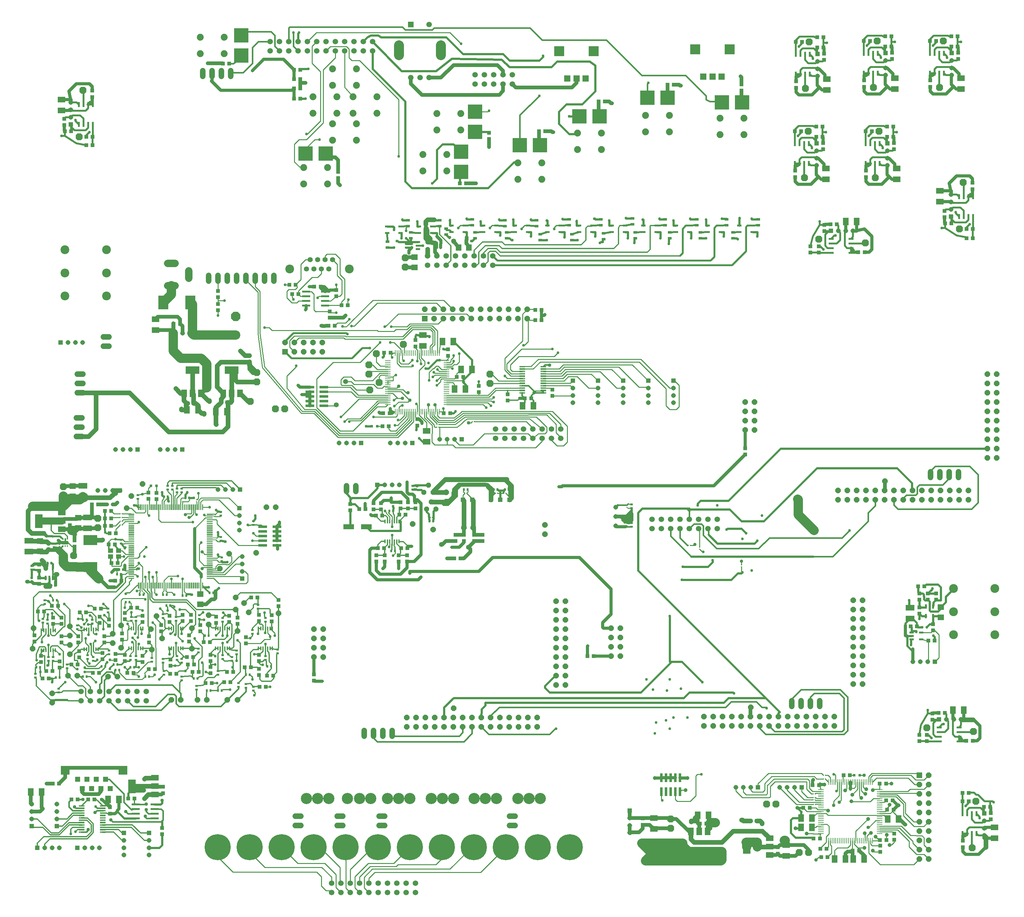
<source format=gbr>
G04 EAGLE Gerber RS-274X export*
G75*
%MOMM*%
%FSLAX34Y34*%
%LPD*%
%INTop Copper*%
%IPPOS*%
%AMOC8*
5,1,8,0,0,1.08239X$1,22.5*%
G01*
%ADD10R,0.270000X1.500000*%
%ADD11R,1.500000X0.270000*%
%ADD12R,0.700000X0.600000*%
%ADD13R,1.400000X1.200000*%
%ADD14R,1.100000X1.000000*%
%ADD15R,1.800000X1.600000*%
%ADD16R,0.600000X0.700000*%
%ADD17C,0.070000*%
%ADD18R,1.000000X1.100000*%
%ADD19R,2.400000X0.760000*%
%ADD20R,0.800000X0.800000*%
%ADD21P,2.089446X8X202.500000*%
%ADD22R,0.350000X0.250000*%
%ADD23P,2.089446X8X22.500000*%
%ADD24R,0.250000X0.350000*%
%ADD25R,0.280000X0.430000*%
%ADD26R,1.200000X0.600000*%
%ADD27R,0.973900X0.798700*%
%ADD28R,2.781300X2.781300*%
%ADD29R,1.800000X1.800000*%
%ADD30R,0.760000X2.400000*%
%ADD31P,1.649562X8X112.500000*%
%ADD32P,1.649562X8X22.500000*%
%ADD33C,2.400000*%
%ADD34C,1.879600*%
%ADD35R,1.308000X1.308000*%
%ADD36C,1.308000*%
%ADD37P,1.429621X8X22.500000*%
%ADD38C,1.524000*%
%ADD39R,1.397000X1.397000*%
%ADD40R,2.476500X2.476500*%
%ADD41R,1.200000X0.550000*%
%ADD42R,0.304800X0.990600*%
%ADD43R,0.600000X1.200000*%
%ADD44R,2.400000X1.600000*%
%ADD45R,0.300000X0.450000*%
%ADD46C,0.027000*%
%ADD47R,2.006600X1.498600*%
%ADD48R,2.006600X3.810000*%
%ADD49R,3.800000X2.800000*%
%ADD50P,1.649562X8X202.500000*%
%ADD51R,1.498600X2.006600*%
%ADD52R,3.810000X2.006600*%
%ADD53R,1.080000X1.050000*%
%ADD54R,1.050000X1.080000*%
%ADD55R,2.000000X1.500000*%
%ADD56R,1.500000X2.000000*%
%ADD57C,1.508000*%
%ADD58C,0.102500*%
%ADD59R,0.600000X1.400000*%
%ADD60R,2.200000X0.600000*%
%ADD61C,1.422400*%
%ADD62R,4.000000X4.000000*%
%ADD63R,1.508000X1.508000*%
%ADD64C,2.700000*%
%ADD65R,1.524000X1.524000*%
%ADD66R,1.400000X0.600000*%
%ADD67P,2.089446X8X112.500000*%
%ADD68R,3.000000X1.400000*%
%ADD69C,2.000000*%
%ADD70C,2.540000*%
%ADD71P,2.749271X8X112.500000*%
%ADD72P,1.649562X8X292.500000*%
%ADD73R,0.430000X0.280000*%
%ADD74R,2.800000X3.800000*%
%ADD75R,1.600000X1.800000*%
%ADD76C,0.254000*%
%ADD77C,0.609600*%
%ADD78C,0.756400*%
%ADD79C,0.812800*%
%ADD80C,0.304800*%
%ADD81C,1.270000*%
%ADD82C,1.016000*%
%ADD83C,0.406400*%
%ADD84C,0.152400*%
%ADD85C,0.956400*%
%ADD86C,0.203200*%
%ADD87C,1.056400*%
%ADD88C,2.540000*%
%ADD89C,1.905000*%
%ADD90C,0.508000*%
%ADD91C,1.350000*%
%ADD92C,7.112000*%
%ADD93C,0.906400*%
%ADD94C,3.048000*%


D10*
X2348540Y323840D03*
X2343540Y323840D03*
X2338540Y323840D03*
X2333540Y323840D03*
X2328540Y323840D03*
X2323540Y323840D03*
X2318540Y323840D03*
X2313540Y323840D03*
X2308540Y323840D03*
X2303540Y323840D03*
X2298540Y323840D03*
X2293540Y323840D03*
X2288540Y323840D03*
X2283540Y323840D03*
X2278540Y323840D03*
X2273540Y323840D03*
X2268540Y323840D03*
X2263540Y323840D03*
X2258540Y323840D03*
X2253540Y323840D03*
X2248540Y323840D03*
X2243540Y323840D03*
X2238540Y323840D03*
X2233540Y323840D03*
X2228540Y323840D03*
D11*
X2208540Y303840D03*
X2208540Y298840D03*
X2208540Y293840D03*
X2208540Y288840D03*
X2208540Y283840D03*
X2208540Y278840D03*
X2208540Y273840D03*
X2208540Y268840D03*
X2208540Y263840D03*
X2208540Y258840D03*
X2208540Y253840D03*
X2208540Y248840D03*
X2208540Y243840D03*
X2208540Y238840D03*
X2208540Y233840D03*
X2208540Y228840D03*
X2208540Y223840D03*
X2208540Y218840D03*
X2208540Y213840D03*
X2208540Y208840D03*
X2208540Y203840D03*
X2208540Y198840D03*
X2208540Y193840D03*
X2208540Y188840D03*
X2208540Y183840D03*
D10*
X2228540Y163840D03*
X2233540Y163840D03*
X2238540Y163840D03*
X2243540Y163840D03*
X2248540Y163840D03*
X2253540Y163840D03*
X2258540Y163840D03*
X2263540Y163840D03*
X2268540Y163840D03*
X2273540Y163840D03*
X2278540Y163840D03*
X2283540Y163840D03*
X2288540Y163840D03*
X2293540Y163840D03*
X2298540Y163840D03*
X2303540Y163840D03*
X2308540Y163840D03*
X2313540Y163840D03*
X2318540Y163840D03*
X2323540Y163840D03*
X2328540Y163840D03*
X2333540Y163840D03*
X2338540Y163840D03*
X2343540Y163840D03*
X2348540Y163840D03*
D11*
X2368540Y183840D03*
X2368540Y188840D03*
X2368540Y193840D03*
X2368540Y198840D03*
X2368540Y203840D03*
X2368540Y208840D03*
X2368540Y213840D03*
X2368540Y218840D03*
X2368540Y223840D03*
X2368540Y228840D03*
X2368540Y233840D03*
X2368540Y238840D03*
X2368540Y243840D03*
X2368540Y248840D03*
X2368540Y253840D03*
X2368540Y258840D03*
X2368540Y263840D03*
X2368540Y268840D03*
X2368540Y273840D03*
X2368540Y278840D03*
X2368540Y283840D03*
X2368540Y288840D03*
X2368540Y293840D03*
X2368540Y298840D03*
X2368540Y303840D03*
D12*
X660400Y1026240D03*
X660400Y1036240D03*
D13*
X292940Y939420D03*
X292940Y955420D03*
X270940Y955420D03*
X270940Y939420D03*
D14*
X282820Y972820D03*
X265820Y972820D03*
X273440Y922020D03*
X290440Y922020D03*
D15*
X515620Y836960D03*
X515620Y808960D03*
D16*
X475060Y1099820D03*
X485060Y1099820D03*
D14*
X374142Y1096654D03*
X374142Y1113654D03*
D17*
X347890Y868390D02*
X347890Y853490D01*
X345790Y853490D01*
X345790Y868390D01*
X347890Y868390D01*
X347890Y854155D02*
X345790Y854155D01*
X345790Y854820D02*
X347890Y854820D01*
X347890Y855485D02*
X345790Y855485D01*
X345790Y856150D02*
X347890Y856150D01*
X347890Y856815D02*
X345790Y856815D01*
X345790Y857480D02*
X347890Y857480D01*
X347890Y858145D02*
X345790Y858145D01*
X345790Y858810D02*
X347890Y858810D01*
X347890Y859475D02*
X345790Y859475D01*
X345790Y860140D02*
X347890Y860140D01*
X347890Y860805D02*
X345790Y860805D01*
X345790Y861470D02*
X347890Y861470D01*
X347890Y862135D02*
X345790Y862135D01*
X345790Y862800D02*
X347890Y862800D01*
X347890Y863465D02*
X345790Y863465D01*
X345790Y864130D02*
X347890Y864130D01*
X347890Y864795D02*
X345790Y864795D01*
X345790Y865460D02*
X347890Y865460D01*
X347890Y866125D02*
X345790Y866125D01*
X345790Y866790D02*
X347890Y866790D01*
X347890Y867455D02*
X345790Y867455D01*
X345790Y868120D02*
X347890Y868120D01*
X352890Y868390D02*
X352890Y853490D01*
X350790Y853490D01*
X350790Y868390D01*
X352890Y868390D01*
X352890Y854155D02*
X350790Y854155D01*
X350790Y854820D02*
X352890Y854820D01*
X352890Y855485D02*
X350790Y855485D01*
X350790Y856150D02*
X352890Y856150D01*
X352890Y856815D02*
X350790Y856815D01*
X350790Y857480D02*
X352890Y857480D01*
X352890Y858145D02*
X350790Y858145D01*
X350790Y858810D02*
X352890Y858810D01*
X352890Y859475D02*
X350790Y859475D01*
X350790Y860140D02*
X352890Y860140D01*
X352890Y860805D02*
X350790Y860805D01*
X350790Y861470D02*
X352890Y861470D01*
X352890Y862135D02*
X350790Y862135D01*
X350790Y862800D02*
X352890Y862800D01*
X352890Y863465D02*
X350790Y863465D01*
X350790Y864130D02*
X352890Y864130D01*
X352890Y864795D02*
X350790Y864795D01*
X350790Y865460D02*
X352890Y865460D01*
X352890Y866125D02*
X350790Y866125D01*
X350790Y866790D02*
X352890Y866790D01*
X352890Y867455D02*
X350790Y867455D01*
X350790Y868120D02*
X352890Y868120D01*
X357890Y868390D02*
X357890Y853490D01*
X355790Y853490D01*
X355790Y868390D01*
X357890Y868390D01*
X357890Y854155D02*
X355790Y854155D01*
X355790Y854820D02*
X357890Y854820D01*
X357890Y855485D02*
X355790Y855485D01*
X355790Y856150D02*
X357890Y856150D01*
X357890Y856815D02*
X355790Y856815D01*
X355790Y857480D02*
X357890Y857480D01*
X357890Y858145D02*
X355790Y858145D01*
X355790Y858810D02*
X357890Y858810D01*
X357890Y859475D02*
X355790Y859475D01*
X355790Y860140D02*
X357890Y860140D01*
X357890Y860805D02*
X355790Y860805D01*
X355790Y861470D02*
X357890Y861470D01*
X357890Y862135D02*
X355790Y862135D01*
X355790Y862800D02*
X357890Y862800D01*
X357890Y863465D02*
X355790Y863465D01*
X355790Y864130D02*
X357890Y864130D01*
X357890Y864795D02*
X355790Y864795D01*
X355790Y865460D02*
X357890Y865460D01*
X357890Y866125D02*
X355790Y866125D01*
X355790Y866790D02*
X357890Y866790D01*
X357890Y867455D02*
X355790Y867455D01*
X355790Y868120D02*
X357890Y868120D01*
X362890Y868390D02*
X362890Y853490D01*
X360790Y853490D01*
X360790Y868390D01*
X362890Y868390D01*
X362890Y854155D02*
X360790Y854155D01*
X360790Y854820D02*
X362890Y854820D01*
X362890Y855485D02*
X360790Y855485D01*
X360790Y856150D02*
X362890Y856150D01*
X362890Y856815D02*
X360790Y856815D01*
X360790Y857480D02*
X362890Y857480D01*
X362890Y858145D02*
X360790Y858145D01*
X360790Y858810D02*
X362890Y858810D01*
X362890Y859475D02*
X360790Y859475D01*
X360790Y860140D02*
X362890Y860140D01*
X362890Y860805D02*
X360790Y860805D01*
X360790Y861470D02*
X362890Y861470D01*
X362890Y862135D02*
X360790Y862135D01*
X360790Y862800D02*
X362890Y862800D01*
X362890Y863465D02*
X360790Y863465D01*
X360790Y864130D02*
X362890Y864130D01*
X362890Y864795D02*
X360790Y864795D01*
X360790Y865460D02*
X362890Y865460D01*
X362890Y866125D02*
X360790Y866125D01*
X360790Y866790D02*
X362890Y866790D01*
X362890Y867455D02*
X360790Y867455D01*
X360790Y868120D02*
X362890Y868120D01*
X367890Y868390D02*
X367890Y853490D01*
X365790Y853490D01*
X365790Y868390D01*
X367890Y868390D01*
X367890Y854155D02*
X365790Y854155D01*
X365790Y854820D02*
X367890Y854820D01*
X367890Y855485D02*
X365790Y855485D01*
X365790Y856150D02*
X367890Y856150D01*
X367890Y856815D02*
X365790Y856815D01*
X365790Y857480D02*
X367890Y857480D01*
X367890Y858145D02*
X365790Y858145D01*
X365790Y858810D02*
X367890Y858810D01*
X367890Y859475D02*
X365790Y859475D01*
X365790Y860140D02*
X367890Y860140D01*
X367890Y860805D02*
X365790Y860805D01*
X365790Y861470D02*
X367890Y861470D01*
X367890Y862135D02*
X365790Y862135D01*
X365790Y862800D02*
X367890Y862800D01*
X367890Y863465D02*
X365790Y863465D01*
X365790Y864130D02*
X367890Y864130D01*
X367890Y864795D02*
X365790Y864795D01*
X365790Y865460D02*
X367890Y865460D01*
X367890Y866125D02*
X365790Y866125D01*
X365790Y866790D02*
X367890Y866790D01*
X367890Y867455D02*
X365790Y867455D01*
X365790Y868120D02*
X367890Y868120D01*
X372890Y868390D02*
X372890Y853490D01*
X370790Y853490D01*
X370790Y868390D01*
X372890Y868390D01*
X372890Y854155D02*
X370790Y854155D01*
X370790Y854820D02*
X372890Y854820D01*
X372890Y855485D02*
X370790Y855485D01*
X370790Y856150D02*
X372890Y856150D01*
X372890Y856815D02*
X370790Y856815D01*
X370790Y857480D02*
X372890Y857480D01*
X372890Y858145D02*
X370790Y858145D01*
X370790Y858810D02*
X372890Y858810D01*
X372890Y859475D02*
X370790Y859475D01*
X370790Y860140D02*
X372890Y860140D01*
X372890Y860805D02*
X370790Y860805D01*
X370790Y861470D02*
X372890Y861470D01*
X372890Y862135D02*
X370790Y862135D01*
X370790Y862800D02*
X372890Y862800D01*
X372890Y863465D02*
X370790Y863465D01*
X370790Y864130D02*
X372890Y864130D01*
X372890Y864795D02*
X370790Y864795D01*
X370790Y865460D02*
X372890Y865460D01*
X372890Y866125D02*
X370790Y866125D01*
X370790Y866790D02*
X372890Y866790D01*
X372890Y867455D02*
X370790Y867455D01*
X370790Y868120D02*
X372890Y868120D01*
X377890Y868390D02*
X377890Y853490D01*
X375790Y853490D01*
X375790Y868390D01*
X377890Y868390D01*
X377890Y854155D02*
X375790Y854155D01*
X375790Y854820D02*
X377890Y854820D01*
X377890Y855485D02*
X375790Y855485D01*
X375790Y856150D02*
X377890Y856150D01*
X377890Y856815D02*
X375790Y856815D01*
X375790Y857480D02*
X377890Y857480D01*
X377890Y858145D02*
X375790Y858145D01*
X375790Y858810D02*
X377890Y858810D01*
X377890Y859475D02*
X375790Y859475D01*
X375790Y860140D02*
X377890Y860140D01*
X377890Y860805D02*
X375790Y860805D01*
X375790Y861470D02*
X377890Y861470D01*
X377890Y862135D02*
X375790Y862135D01*
X375790Y862800D02*
X377890Y862800D01*
X377890Y863465D02*
X375790Y863465D01*
X375790Y864130D02*
X377890Y864130D01*
X377890Y864795D02*
X375790Y864795D01*
X375790Y865460D02*
X377890Y865460D01*
X377890Y866125D02*
X375790Y866125D01*
X375790Y866790D02*
X377890Y866790D01*
X377890Y867455D02*
X375790Y867455D01*
X375790Y868120D02*
X377890Y868120D01*
X382890Y868390D02*
X382890Y853490D01*
X380790Y853490D01*
X380790Y868390D01*
X382890Y868390D01*
X382890Y854155D02*
X380790Y854155D01*
X380790Y854820D02*
X382890Y854820D01*
X382890Y855485D02*
X380790Y855485D01*
X380790Y856150D02*
X382890Y856150D01*
X382890Y856815D02*
X380790Y856815D01*
X380790Y857480D02*
X382890Y857480D01*
X382890Y858145D02*
X380790Y858145D01*
X380790Y858810D02*
X382890Y858810D01*
X382890Y859475D02*
X380790Y859475D01*
X380790Y860140D02*
X382890Y860140D01*
X382890Y860805D02*
X380790Y860805D01*
X380790Y861470D02*
X382890Y861470D01*
X382890Y862135D02*
X380790Y862135D01*
X380790Y862800D02*
X382890Y862800D01*
X382890Y863465D02*
X380790Y863465D01*
X380790Y864130D02*
X382890Y864130D01*
X382890Y864795D02*
X380790Y864795D01*
X380790Y865460D02*
X382890Y865460D01*
X382890Y866125D02*
X380790Y866125D01*
X380790Y866790D02*
X382890Y866790D01*
X382890Y867455D02*
X380790Y867455D01*
X380790Y868120D02*
X382890Y868120D01*
X387890Y868390D02*
X387890Y853490D01*
X385790Y853490D01*
X385790Y868390D01*
X387890Y868390D01*
X387890Y854155D02*
X385790Y854155D01*
X385790Y854820D02*
X387890Y854820D01*
X387890Y855485D02*
X385790Y855485D01*
X385790Y856150D02*
X387890Y856150D01*
X387890Y856815D02*
X385790Y856815D01*
X385790Y857480D02*
X387890Y857480D01*
X387890Y858145D02*
X385790Y858145D01*
X385790Y858810D02*
X387890Y858810D01*
X387890Y859475D02*
X385790Y859475D01*
X385790Y860140D02*
X387890Y860140D01*
X387890Y860805D02*
X385790Y860805D01*
X385790Y861470D02*
X387890Y861470D01*
X387890Y862135D02*
X385790Y862135D01*
X385790Y862800D02*
X387890Y862800D01*
X387890Y863465D02*
X385790Y863465D01*
X385790Y864130D02*
X387890Y864130D01*
X387890Y864795D02*
X385790Y864795D01*
X385790Y865460D02*
X387890Y865460D01*
X387890Y866125D02*
X385790Y866125D01*
X385790Y866790D02*
X387890Y866790D01*
X387890Y867455D02*
X385790Y867455D01*
X385790Y868120D02*
X387890Y868120D01*
X392890Y868390D02*
X392890Y853490D01*
X390790Y853490D01*
X390790Y868390D01*
X392890Y868390D01*
X392890Y854155D02*
X390790Y854155D01*
X390790Y854820D02*
X392890Y854820D01*
X392890Y855485D02*
X390790Y855485D01*
X390790Y856150D02*
X392890Y856150D01*
X392890Y856815D02*
X390790Y856815D01*
X390790Y857480D02*
X392890Y857480D01*
X392890Y858145D02*
X390790Y858145D01*
X390790Y858810D02*
X392890Y858810D01*
X392890Y859475D02*
X390790Y859475D01*
X390790Y860140D02*
X392890Y860140D01*
X392890Y860805D02*
X390790Y860805D01*
X390790Y861470D02*
X392890Y861470D01*
X392890Y862135D02*
X390790Y862135D01*
X390790Y862800D02*
X392890Y862800D01*
X392890Y863465D02*
X390790Y863465D01*
X390790Y864130D02*
X392890Y864130D01*
X392890Y864795D02*
X390790Y864795D01*
X390790Y865460D02*
X392890Y865460D01*
X392890Y866125D02*
X390790Y866125D01*
X390790Y866790D02*
X392890Y866790D01*
X392890Y867455D02*
X390790Y867455D01*
X390790Y868120D02*
X392890Y868120D01*
X397890Y868390D02*
X397890Y853490D01*
X395790Y853490D01*
X395790Y868390D01*
X397890Y868390D01*
X397890Y854155D02*
X395790Y854155D01*
X395790Y854820D02*
X397890Y854820D01*
X397890Y855485D02*
X395790Y855485D01*
X395790Y856150D02*
X397890Y856150D01*
X397890Y856815D02*
X395790Y856815D01*
X395790Y857480D02*
X397890Y857480D01*
X397890Y858145D02*
X395790Y858145D01*
X395790Y858810D02*
X397890Y858810D01*
X397890Y859475D02*
X395790Y859475D01*
X395790Y860140D02*
X397890Y860140D01*
X397890Y860805D02*
X395790Y860805D01*
X395790Y861470D02*
X397890Y861470D01*
X397890Y862135D02*
X395790Y862135D01*
X395790Y862800D02*
X397890Y862800D01*
X397890Y863465D02*
X395790Y863465D01*
X395790Y864130D02*
X397890Y864130D01*
X397890Y864795D02*
X395790Y864795D01*
X395790Y865460D02*
X397890Y865460D01*
X397890Y866125D02*
X395790Y866125D01*
X395790Y866790D02*
X397890Y866790D01*
X397890Y867455D02*
X395790Y867455D01*
X395790Y868120D02*
X397890Y868120D01*
X402890Y868390D02*
X402890Y853490D01*
X400790Y853490D01*
X400790Y868390D01*
X402890Y868390D01*
X402890Y854155D02*
X400790Y854155D01*
X400790Y854820D02*
X402890Y854820D01*
X402890Y855485D02*
X400790Y855485D01*
X400790Y856150D02*
X402890Y856150D01*
X402890Y856815D02*
X400790Y856815D01*
X400790Y857480D02*
X402890Y857480D01*
X402890Y858145D02*
X400790Y858145D01*
X400790Y858810D02*
X402890Y858810D01*
X402890Y859475D02*
X400790Y859475D01*
X400790Y860140D02*
X402890Y860140D01*
X402890Y860805D02*
X400790Y860805D01*
X400790Y861470D02*
X402890Y861470D01*
X402890Y862135D02*
X400790Y862135D01*
X400790Y862800D02*
X402890Y862800D01*
X402890Y863465D02*
X400790Y863465D01*
X400790Y864130D02*
X402890Y864130D01*
X402890Y864795D02*
X400790Y864795D01*
X400790Y865460D02*
X402890Y865460D01*
X402890Y866125D02*
X400790Y866125D01*
X400790Y866790D02*
X402890Y866790D01*
X402890Y867455D02*
X400790Y867455D01*
X400790Y868120D02*
X402890Y868120D01*
X407890Y868390D02*
X407890Y853490D01*
X405790Y853490D01*
X405790Y868390D01*
X407890Y868390D01*
X407890Y854155D02*
X405790Y854155D01*
X405790Y854820D02*
X407890Y854820D01*
X407890Y855485D02*
X405790Y855485D01*
X405790Y856150D02*
X407890Y856150D01*
X407890Y856815D02*
X405790Y856815D01*
X405790Y857480D02*
X407890Y857480D01*
X407890Y858145D02*
X405790Y858145D01*
X405790Y858810D02*
X407890Y858810D01*
X407890Y859475D02*
X405790Y859475D01*
X405790Y860140D02*
X407890Y860140D01*
X407890Y860805D02*
X405790Y860805D01*
X405790Y861470D02*
X407890Y861470D01*
X407890Y862135D02*
X405790Y862135D01*
X405790Y862800D02*
X407890Y862800D01*
X407890Y863465D02*
X405790Y863465D01*
X405790Y864130D02*
X407890Y864130D01*
X407890Y864795D02*
X405790Y864795D01*
X405790Y865460D02*
X407890Y865460D01*
X407890Y866125D02*
X405790Y866125D01*
X405790Y866790D02*
X407890Y866790D01*
X407890Y867455D02*
X405790Y867455D01*
X405790Y868120D02*
X407890Y868120D01*
X412890Y868390D02*
X412890Y853490D01*
X410790Y853490D01*
X410790Y868390D01*
X412890Y868390D01*
X412890Y854155D02*
X410790Y854155D01*
X410790Y854820D02*
X412890Y854820D01*
X412890Y855485D02*
X410790Y855485D01*
X410790Y856150D02*
X412890Y856150D01*
X412890Y856815D02*
X410790Y856815D01*
X410790Y857480D02*
X412890Y857480D01*
X412890Y858145D02*
X410790Y858145D01*
X410790Y858810D02*
X412890Y858810D01*
X412890Y859475D02*
X410790Y859475D01*
X410790Y860140D02*
X412890Y860140D01*
X412890Y860805D02*
X410790Y860805D01*
X410790Y861470D02*
X412890Y861470D01*
X412890Y862135D02*
X410790Y862135D01*
X410790Y862800D02*
X412890Y862800D01*
X412890Y863465D02*
X410790Y863465D01*
X410790Y864130D02*
X412890Y864130D01*
X412890Y864795D02*
X410790Y864795D01*
X410790Y865460D02*
X412890Y865460D01*
X412890Y866125D02*
X410790Y866125D01*
X410790Y866790D02*
X412890Y866790D01*
X412890Y867455D02*
X410790Y867455D01*
X410790Y868120D02*
X412890Y868120D01*
X417890Y868390D02*
X417890Y853490D01*
X415790Y853490D01*
X415790Y868390D01*
X417890Y868390D01*
X417890Y854155D02*
X415790Y854155D01*
X415790Y854820D02*
X417890Y854820D01*
X417890Y855485D02*
X415790Y855485D01*
X415790Y856150D02*
X417890Y856150D01*
X417890Y856815D02*
X415790Y856815D01*
X415790Y857480D02*
X417890Y857480D01*
X417890Y858145D02*
X415790Y858145D01*
X415790Y858810D02*
X417890Y858810D01*
X417890Y859475D02*
X415790Y859475D01*
X415790Y860140D02*
X417890Y860140D01*
X417890Y860805D02*
X415790Y860805D01*
X415790Y861470D02*
X417890Y861470D01*
X417890Y862135D02*
X415790Y862135D01*
X415790Y862800D02*
X417890Y862800D01*
X417890Y863465D02*
X415790Y863465D01*
X415790Y864130D02*
X417890Y864130D01*
X417890Y864795D02*
X415790Y864795D01*
X415790Y865460D02*
X417890Y865460D01*
X417890Y866125D02*
X415790Y866125D01*
X415790Y866790D02*
X417890Y866790D01*
X417890Y867455D02*
X415790Y867455D01*
X415790Y868120D02*
X417890Y868120D01*
X422890Y868390D02*
X422890Y853490D01*
X420790Y853490D01*
X420790Y868390D01*
X422890Y868390D01*
X422890Y854155D02*
X420790Y854155D01*
X420790Y854820D02*
X422890Y854820D01*
X422890Y855485D02*
X420790Y855485D01*
X420790Y856150D02*
X422890Y856150D01*
X422890Y856815D02*
X420790Y856815D01*
X420790Y857480D02*
X422890Y857480D01*
X422890Y858145D02*
X420790Y858145D01*
X420790Y858810D02*
X422890Y858810D01*
X422890Y859475D02*
X420790Y859475D01*
X420790Y860140D02*
X422890Y860140D01*
X422890Y860805D02*
X420790Y860805D01*
X420790Y861470D02*
X422890Y861470D01*
X422890Y862135D02*
X420790Y862135D01*
X420790Y862800D02*
X422890Y862800D01*
X422890Y863465D02*
X420790Y863465D01*
X420790Y864130D02*
X422890Y864130D01*
X422890Y864795D02*
X420790Y864795D01*
X420790Y865460D02*
X422890Y865460D01*
X422890Y866125D02*
X420790Y866125D01*
X420790Y866790D02*
X422890Y866790D01*
X422890Y867455D02*
X420790Y867455D01*
X420790Y868120D02*
X422890Y868120D01*
X427890Y868390D02*
X427890Y853490D01*
X425790Y853490D01*
X425790Y868390D01*
X427890Y868390D01*
X427890Y854155D02*
X425790Y854155D01*
X425790Y854820D02*
X427890Y854820D01*
X427890Y855485D02*
X425790Y855485D01*
X425790Y856150D02*
X427890Y856150D01*
X427890Y856815D02*
X425790Y856815D01*
X425790Y857480D02*
X427890Y857480D01*
X427890Y858145D02*
X425790Y858145D01*
X425790Y858810D02*
X427890Y858810D01*
X427890Y859475D02*
X425790Y859475D01*
X425790Y860140D02*
X427890Y860140D01*
X427890Y860805D02*
X425790Y860805D01*
X425790Y861470D02*
X427890Y861470D01*
X427890Y862135D02*
X425790Y862135D01*
X425790Y862800D02*
X427890Y862800D01*
X427890Y863465D02*
X425790Y863465D01*
X425790Y864130D02*
X427890Y864130D01*
X427890Y864795D02*
X425790Y864795D01*
X425790Y865460D02*
X427890Y865460D01*
X427890Y866125D02*
X425790Y866125D01*
X425790Y866790D02*
X427890Y866790D01*
X427890Y867455D02*
X425790Y867455D01*
X425790Y868120D02*
X427890Y868120D01*
X432890Y868390D02*
X432890Y853490D01*
X430790Y853490D01*
X430790Y868390D01*
X432890Y868390D01*
X432890Y854155D02*
X430790Y854155D01*
X430790Y854820D02*
X432890Y854820D01*
X432890Y855485D02*
X430790Y855485D01*
X430790Y856150D02*
X432890Y856150D01*
X432890Y856815D02*
X430790Y856815D01*
X430790Y857480D02*
X432890Y857480D01*
X432890Y858145D02*
X430790Y858145D01*
X430790Y858810D02*
X432890Y858810D01*
X432890Y859475D02*
X430790Y859475D01*
X430790Y860140D02*
X432890Y860140D01*
X432890Y860805D02*
X430790Y860805D01*
X430790Y861470D02*
X432890Y861470D01*
X432890Y862135D02*
X430790Y862135D01*
X430790Y862800D02*
X432890Y862800D01*
X432890Y863465D02*
X430790Y863465D01*
X430790Y864130D02*
X432890Y864130D01*
X432890Y864795D02*
X430790Y864795D01*
X430790Y865460D02*
X432890Y865460D01*
X432890Y866125D02*
X430790Y866125D01*
X430790Y866790D02*
X432890Y866790D01*
X432890Y867455D02*
X430790Y867455D01*
X430790Y868120D02*
X432890Y868120D01*
X437890Y868390D02*
X437890Y853490D01*
X435790Y853490D01*
X435790Y868390D01*
X437890Y868390D01*
X437890Y854155D02*
X435790Y854155D01*
X435790Y854820D02*
X437890Y854820D01*
X437890Y855485D02*
X435790Y855485D01*
X435790Y856150D02*
X437890Y856150D01*
X437890Y856815D02*
X435790Y856815D01*
X435790Y857480D02*
X437890Y857480D01*
X437890Y858145D02*
X435790Y858145D01*
X435790Y858810D02*
X437890Y858810D01*
X437890Y859475D02*
X435790Y859475D01*
X435790Y860140D02*
X437890Y860140D01*
X437890Y860805D02*
X435790Y860805D01*
X435790Y861470D02*
X437890Y861470D01*
X437890Y862135D02*
X435790Y862135D01*
X435790Y862800D02*
X437890Y862800D01*
X437890Y863465D02*
X435790Y863465D01*
X435790Y864130D02*
X437890Y864130D01*
X437890Y864795D02*
X435790Y864795D01*
X435790Y865460D02*
X437890Y865460D01*
X437890Y866125D02*
X435790Y866125D01*
X435790Y866790D02*
X437890Y866790D01*
X437890Y867455D02*
X435790Y867455D01*
X435790Y868120D02*
X437890Y868120D01*
X442890Y868390D02*
X442890Y853490D01*
X440790Y853490D01*
X440790Y868390D01*
X442890Y868390D01*
X442890Y854155D02*
X440790Y854155D01*
X440790Y854820D02*
X442890Y854820D01*
X442890Y855485D02*
X440790Y855485D01*
X440790Y856150D02*
X442890Y856150D01*
X442890Y856815D02*
X440790Y856815D01*
X440790Y857480D02*
X442890Y857480D01*
X442890Y858145D02*
X440790Y858145D01*
X440790Y858810D02*
X442890Y858810D01*
X442890Y859475D02*
X440790Y859475D01*
X440790Y860140D02*
X442890Y860140D01*
X442890Y860805D02*
X440790Y860805D01*
X440790Y861470D02*
X442890Y861470D01*
X442890Y862135D02*
X440790Y862135D01*
X440790Y862800D02*
X442890Y862800D01*
X442890Y863465D02*
X440790Y863465D01*
X440790Y864130D02*
X442890Y864130D01*
X442890Y864795D02*
X440790Y864795D01*
X440790Y865460D02*
X442890Y865460D01*
X442890Y866125D02*
X440790Y866125D01*
X440790Y866790D02*
X442890Y866790D01*
X442890Y867455D02*
X440790Y867455D01*
X440790Y868120D02*
X442890Y868120D01*
X447890Y868390D02*
X447890Y853490D01*
X445790Y853490D01*
X445790Y868390D01*
X447890Y868390D01*
X447890Y854155D02*
X445790Y854155D01*
X445790Y854820D02*
X447890Y854820D01*
X447890Y855485D02*
X445790Y855485D01*
X445790Y856150D02*
X447890Y856150D01*
X447890Y856815D02*
X445790Y856815D01*
X445790Y857480D02*
X447890Y857480D01*
X447890Y858145D02*
X445790Y858145D01*
X445790Y858810D02*
X447890Y858810D01*
X447890Y859475D02*
X445790Y859475D01*
X445790Y860140D02*
X447890Y860140D01*
X447890Y860805D02*
X445790Y860805D01*
X445790Y861470D02*
X447890Y861470D01*
X447890Y862135D02*
X445790Y862135D01*
X445790Y862800D02*
X447890Y862800D01*
X447890Y863465D02*
X445790Y863465D01*
X445790Y864130D02*
X447890Y864130D01*
X447890Y864795D02*
X445790Y864795D01*
X445790Y865460D02*
X447890Y865460D01*
X447890Y866125D02*
X445790Y866125D01*
X445790Y866790D02*
X447890Y866790D01*
X447890Y867455D02*
X445790Y867455D01*
X445790Y868120D02*
X447890Y868120D01*
X452890Y868390D02*
X452890Y853490D01*
X450790Y853490D01*
X450790Y868390D01*
X452890Y868390D01*
X452890Y854155D02*
X450790Y854155D01*
X450790Y854820D02*
X452890Y854820D01*
X452890Y855485D02*
X450790Y855485D01*
X450790Y856150D02*
X452890Y856150D01*
X452890Y856815D02*
X450790Y856815D01*
X450790Y857480D02*
X452890Y857480D01*
X452890Y858145D02*
X450790Y858145D01*
X450790Y858810D02*
X452890Y858810D01*
X452890Y859475D02*
X450790Y859475D01*
X450790Y860140D02*
X452890Y860140D01*
X452890Y860805D02*
X450790Y860805D01*
X450790Y861470D02*
X452890Y861470D01*
X452890Y862135D02*
X450790Y862135D01*
X450790Y862800D02*
X452890Y862800D01*
X452890Y863465D02*
X450790Y863465D01*
X450790Y864130D02*
X452890Y864130D01*
X452890Y864795D02*
X450790Y864795D01*
X450790Y865460D02*
X452890Y865460D01*
X452890Y866125D02*
X450790Y866125D01*
X450790Y866790D02*
X452890Y866790D01*
X452890Y867455D02*
X450790Y867455D01*
X450790Y868120D02*
X452890Y868120D01*
X457890Y868390D02*
X457890Y853490D01*
X455790Y853490D01*
X455790Y868390D01*
X457890Y868390D01*
X457890Y854155D02*
X455790Y854155D01*
X455790Y854820D02*
X457890Y854820D01*
X457890Y855485D02*
X455790Y855485D01*
X455790Y856150D02*
X457890Y856150D01*
X457890Y856815D02*
X455790Y856815D01*
X455790Y857480D02*
X457890Y857480D01*
X457890Y858145D02*
X455790Y858145D01*
X455790Y858810D02*
X457890Y858810D01*
X457890Y859475D02*
X455790Y859475D01*
X455790Y860140D02*
X457890Y860140D01*
X457890Y860805D02*
X455790Y860805D01*
X455790Y861470D02*
X457890Y861470D01*
X457890Y862135D02*
X455790Y862135D01*
X455790Y862800D02*
X457890Y862800D01*
X457890Y863465D02*
X455790Y863465D01*
X455790Y864130D02*
X457890Y864130D01*
X457890Y864795D02*
X455790Y864795D01*
X455790Y865460D02*
X457890Y865460D01*
X457890Y866125D02*
X455790Y866125D01*
X455790Y866790D02*
X457890Y866790D01*
X457890Y867455D02*
X455790Y867455D01*
X455790Y868120D02*
X457890Y868120D01*
X462890Y868390D02*
X462890Y853490D01*
X460790Y853490D01*
X460790Y868390D01*
X462890Y868390D01*
X462890Y854155D02*
X460790Y854155D01*
X460790Y854820D02*
X462890Y854820D01*
X462890Y855485D02*
X460790Y855485D01*
X460790Y856150D02*
X462890Y856150D01*
X462890Y856815D02*
X460790Y856815D01*
X460790Y857480D02*
X462890Y857480D01*
X462890Y858145D02*
X460790Y858145D01*
X460790Y858810D02*
X462890Y858810D01*
X462890Y859475D02*
X460790Y859475D01*
X460790Y860140D02*
X462890Y860140D01*
X462890Y860805D02*
X460790Y860805D01*
X460790Y861470D02*
X462890Y861470D01*
X462890Y862135D02*
X460790Y862135D01*
X460790Y862800D02*
X462890Y862800D01*
X462890Y863465D02*
X460790Y863465D01*
X460790Y864130D02*
X462890Y864130D01*
X462890Y864795D02*
X460790Y864795D01*
X460790Y865460D02*
X462890Y865460D01*
X462890Y866125D02*
X460790Y866125D01*
X460790Y866790D02*
X462890Y866790D01*
X462890Y867455D02*
X460790Y867455D01*
X460790Y868120D02*
X462890Y868120D01*
X467890Y868390D02*
X467890Y853490D01*
X465790Y853490D01*
X465790Y868390D01*
X467890Y868390D01*
X467890Y854155D02*
X465790Y854155D01*
X465790Y854820D02*
X467890Y854820D01*
X467890Y855485D02*
X465790Y855485D01*
X465790Y856150D02*
X467890Y856150D01*
X467890Y856815D02*
X465790Y856815D01*
X465790Y857480D02*
X467890Y857480D01*
X467890Y858145D02*
X465790Y858145D01*
X465790Y858810D02*
X467890Y858810D01*
X467890Y859475D02*
X465790Y859475D01*
X465790Y860140D02*
X467890Y860140D01*
X467890Y860805D02*
X465790Y860805D01*
X465790Y861470D02*
X467890Y861470D01*
X467890Y862135D02*
X465790Y862135D01*
X465790Y862800D02*
X467890Y862800D01*
X467890Y863465D02*
X465790Y863465D01*
X465790Y864130D02*
X467890Y864130D01*
X467890Y864795D02*
X465790Y864795D01*
X465790Y865460D02*
X467890Y865460D01*
X467890Y866125D02*
X465790Y866125D01*
X465790Y866790D02*
X467890Y866790D01*
X467890Y867455D02*
X465790Y867455D01*
X465790Y868120D02*
X467890Y868120D01*
X472890Y868390D02*
X472890Y853490D01*
X470790Y853490D01*
X470790Y868390D01*
X472890Y868390D01*
X472890Y854155D02*
X470790Y854155D01*
X470790Y854820D02*
X472890Y854820D01*
X472890Y855485D02*
X470790Y855485D01*
X470790Y856150D02*
X472890Y856150D01*
X472890Y856815D02*
X470790Y856815D01*
X470790Y857480D02*
X472890Y857480D01*
X472890Y858145D02*
X470790Y858145D01*
X470790Y858810D02*
X472890Y858810D01*
X472890Y859475D02*
X470790Y859475D01*
X470790Y860140D02*
X472890Y860140D01*
X472890Y860805D02*
X470790Y860805D01*
X470790Y861470D02*
X472890Y861470D01*
X472890Y862135D02*
X470790Y862135D01*
X470790Y862800D02*
X472890Y862800D01*
X472890Y863465D02*
X470790Y863465D01*
X470790Y864130D02*
X472890Y864130D01*
X472890Y864795D02*
X470790Y864795D01*
X470790Y865460D02*
X472890Y865460D01*
X472890Y866125D02*
X470790Y866125D01*
X470790Y866790D02*
X472890Y866790D01*
X472890Y867455D02*
X470790Y867455D01*
X470790Y868120D02*
X472890Y868120D01*
X477890Y868390D02*
X477890Y853490D01*
X475790Y853490D01*
X475790Y868390D01*
X477890Y868390D01*
X477890Y854155D02*
X475790Y854155D01*
X475790Y854820D02*
X477890Y854820D01*
X477890Y855485D02*
X475790Y855485D01*
X475790Y856150D02*
X477890Y856150D01*
X477890Y856815D02*
X475790Y856815D01*
X475790Y857480D02*
X477890Y857480D01*
X477890Y858145D02*
X475790Y858145D01*
X475790Y858810D02*
X477890Y858810D01*
X477890Y859475D02*
X475790Y859475D01*
X475790Y860140D02*
X477890Y860140D01*
X477890Y860805D02*
X475790Y860805D01*
X475790Y861470D02*
X477890Y861470D01*
X477890Y862135D02*
X475790Y862135D01*
X475790Y862800D02*
X477890Y862800D01*
X477890Y863465D02*
X475790Y863465D01*
X475790Y864130D02*
X477890Y864130D01*
X477890Y864795D02*
X475790Y864795D01*
X475790Y865460D02*
X477890Y865460D01*
X477890Y866125D02*
X475790Y866125D01*
X475790Y866790D02*
X477890Y866790D01*
X477890Y867455D02*
X475790Y867455D01*
X475790Y868120D02*
X477890Y868120D01*
X482890Y868390D02*
X482890Y853490D01*
X480790Y853490D01*
X480790Y868390D01*
X482890Y868390D01*
X482890Y854155D02*
X480790Y854155D01*
X480790Y854820D02*
X482890Y854820D01*
X482890Y855485D02*
X480790Y855485D01*
X480790Y856150D02*
X482890Y856150D01*
X482890Y856815D02*
X480790Y856815D01*
X480790Y857480D02*
X482890Y857480D01*
X482890Y858145D02*
X480790Y858145D01*
X480790Y858810D02*
X482890Y858810D01*
X482890Y859475D02*
X480790Y859475D01*
X480790Y860140D02*
X482890Y860140D01*
X482890Y860805D02*
X480790Y860805D01*
X480790Y861470D02*
X482890Y861470D01*
X482890Y862135D02*
X480790Y862135D01*
X480790Y862800D02*
X482890Y862800D01*
X482890Y863465D02*
X480790Y863465D01*
X480790Y864130D02*
X482890Y864130D01*
X482890Y864795D02*
X480790Y864795D01*
X480790Y865460D02*
X482890Y865460D01*
X482890Y866125D02*
X480790Y866125D01*
X480790Y866790D02*
X482890Y866790D01*
X482890Y867455D02*
X480790Y867455D01*
X480790Y868120D02*
X482890Y868120D01*
X487890Y868390D02*
X487890Y853490D01*
X485790Y853490D01*
X485790Y868390D01*
X487890Y868390D01*
X487890Y854155D02*
X485790Y854155D01*
X485790Y854820D02*
X487890Y854820D01*
X487890Y855485D02*
X485790Y855485D01*
X485790Y856150D02*
X487890Y856150D01*
X487890Y856815D02*
X485790Y856815D01*
X485790Y857480D02*
X487890Y857480D01*
X487890Y858145D02*
X485790Y858145D01*
X485790Y858810D02*
X487890Y858810D01*
X487890Y859475D02*
X485790Y859475D01*
X485790Y860140D02*
X487890Y860140D01*
X487890Y860805D02*
X485790Y860805D01*
X485790Y861470D02*
X487890Y861470D01*
X487890Y862135D02*
X485790Y862135D01*
X485790Y862800D02*
X487890Y862800D01*
X487890Y863465D02*
X485790Y863465D01*
X485790Y864130D02*
X487890Y864130D01*
X487890Y864795D02*
X485790Y864795D01*
X485790Y865460D02*
X487890Y865460D01*
X487890Y866125D02*
X485790Y866125D01*
X485790Y866790D02*
X487890Y866790D01*
X487890Y867455D02*
X485790Y867455D01*
X485790Y868120D02*
X487890Y868120D01*
X492890Y868390D02*
X492890Y853490D01*
X490790Y853490D01*
X490790Y868390D01*
X492890Y868390D01*
X492890Y854155D02*
X490790Y854155D01*
X490790Y854820D02*
X492890Y854820D01*
X492890Y855485D02*
X490790Y855485D01*
X490790Y856150D02*
X492890Y856150D01*
X492890Y856815D02*
X490790Y856815D01*
X490790Y857480D02*
X492890Y857480D01*
X492890Y858145D02*
X490790Y858145D01*
X490790Y858810D02*
X492890Y858810D01*
X492890Y859475D02*
X490790Y859475D01*
X490790Y860140D02*
X492890Y860140D01*
X492890Y860805D02*
X490790Y860805D01*
X490790Y861470D02*
X492890Y861470D01*
X492890Y862135D02*
X490790Y862135D01*
X490790Y862800D02*
X492890Y862800D01*
X492890Y863465D02*
X490790Y863465D01*
X490790Y864130D02*
X492890Y864130D01*
X492890Y864795D02*
X490790Y864795D01*
X490790Y865460D02*
X492890Y865460D01*
X492890Y866125D02*
X490790Y866125D01*
X490790Y866790D02*
X492890Y866790D01*
X492890Y867455D02*
X490790Y867455D01*
X490790Y868120D02*
X492890Y868120D01*
X497890Y868390D02*
X497890Y853490D01*
X495790Y853490D01*
X495790Y868390D01*
X497890Y868390D01*
X497890Y854155D02*
X495790Y854155D01*
X495790Y854820D02*
X497890Y854820D01*
X497890Y855485D02*
X495790Y855485D01*
X495790Y856150D02*
X497890Y856150D01*
X497890Y856815D02*
X495790Y856815D01*
X495790Y857480D02*
X497890Y857480D01*
X497890Y858145D02*
X495790Y858145D01*
X495790Y858810D02*
X497890Y858810D01*
X497890Y859475D02*
X495790Y859475D01*
X495790Y860140D02*
X497890Y860140D01*
X497890Y860805D02*
X495790Y860805D01*
X495790Y861470D02*
X497890Y861470D01*
X497890Y862135D02*
X495790Y862135D01*
X495790Y862800D02*
X497890Y862800D01*
X497890Y863465D02*
X495790Y863465D01*
X495790Y864130D02*
X497890Y864130D01*
X497890Y864795D02*
X495790Y864795D01*
X495790Y865460D02*
X497890Y865460D01*
X497890Y866125D02*
X495790Y866125D01*
X495790Y866790D02*
X497890Y866790D01*
X497890Y867455D02*
X495790Y867455D01*
X495790Y868120D02*
X497890Y868120D01*
X502890Y868390D02*
X502890Y853490D01*
X500790Y853490D01*
X500790Y868390D01*
X502890Y868390D01*
X502890Y854155D02*
X500790Y854155D01*
X500790Y854820D02*
X502890Y854820D01*
X502890Y855485D02*
X500790Y855485D01*
X500790Y856150D02*
X502890Y856150D01*
X502890Y856815D02*
X500790Y856815D01*
X500790Y857480D02*
X502890Y857480D01*
X502890Y858145D02*
X500790Y858145D01*
X500790Y858810D02*
X502890Y858810D01*
X502890Y859475D02*
X500790Y859475D01*
X500790Y860140D02*
X502890Y860140D01*
X502890Y860805D02*
X500790Y860805D01*
X500790Y861470D02*
X502890Y861470D01*
X502890Y862135D02*
X500790Y862135D01*
X500790Y862800D02*
X502890Y862800D01*
X502890Y863465D02*
X500790Y863465D01*
X500790Y864130D02*
X502890Y864130D01*
X502890Y864795D02*
X500790Y864795D01*
X500790Y865460D02*
X502890Y865460D01*
X502890Y866125D02*
X500790Y866125D01*
X500790Y866790D02*
X502890Y866790D01*
X502890Y867455D02*
X500790Y867455D01*
X500790Y868120D02*
X502890Y868120D01*
X507890Y868390D02*
X507890Y853490D01*
X505790Y853490D01*
X505790Y868390D01*
X507890Y868390D01*
X507890Y854155D02*
X505790Y854155D01*
X505790Y854820D02*
X507890Y854820D01*
X507890Y855485D02*
X505790Y855485D01*
X505790Y856150D02*
X507890Y856150D01*
X507890Y856815D02*
X505790Y856815D01*
X505790Y857480D02*
X507890Y857480D01*
X507890Y858145D02*
X505790Y858145D01*
X505790Y858810D02*
X507890Y858810D01*
X507890Y859475D02*
X505790Y859475D01*
X505790Y860140D02*
X507890Y860140D01*
X507890Y860805D02*
X505790Y860805D01*
X505790Y861470D02*
X507890Y861470D01*
X507890Y862135D02*
X505790Y862135D01*
X505790Y862800D02*
X507890Y862800D01*
X507890Y863465D02*
X505790Y863465D01*
X505790Y864130D02*
X507890Y864130D01*
X507890Y864795D02*
X505790Y864795D01*
X505790Y865460D02*
X507890Y865460D01*
X507890Y866125D02*
X505790Y866125D01*
X505790Y866790D02*
X507890Y866790D01*
X507890Y867455D02*
X505790Y867455D01*
X505790Y868120D02*
X507890Y868120D01*
X512890Y868390D02*
X512890Y853490D01*
X510790Y853490D01*
X510790Y868390D01*
X512890Y868390D01*
X512890Y854155D02*
X510790Y854155D01*
X510790Y854820D02*
X512890Y854820D01*
X512890Y855485D02*
X510790Y855485D01*
X510790Y856150D02*
X512890Y856150D01*
X512890Y856815D02*
X510790Y856815D01*
X510790Y857480D02*
X512890Y857480D01*
X512890Y858145D02*
X510790Y858145D01*
X510790Y858810D02*
X512890Y858810D01*
X512890Y859475D02*
X510790Y859475D01*
X510790Y860140D02*
X512890Y860140D01*
X512890Y860805D02*
X510790Y860805D01*
X510790Y861470D02*
X512890Y861470D01*
X512890Y862135D02*
X510790Y862135D01*
X510790Y862800D02*
X512890Y862800D01*
X512890Y863465D02*
X510790Y863465D01*
X510790Y864130D02*
X512890Y864130D01*
X512890Y864795D02*
X510790Y864795D01*
X510790Y865460D02*
X512890Y865460D01*
X512890Y866125D02*
X510790Y866125D01*
X510790Y866790D02*
X512890Y866790D01*
X512890Y867455D02*
X510790Y867455D01*
X510790Y868120D02*
X512890Y868120D01*
X517890Y868390D02*
X517890Y853490D01*
X515790Y853490D01*
X515790Y868390D01*
X517890Y868390D01*
X517890Y854155D02*
X515790Y854155D01*
X515790Y854820D02*
X517890Y854820D01*
X517890Y855485D02*
X515790Y855485D01*
X515790Y856150D02*
X517890Y856150D01*
X517890Y856815D02*
X515790Y856815D01*
X515790Y857480D02*
X517890Y857480D01*
X517890Y858145D02*
X515790Y858145D01*
X515790Y858810D02*
X517890Y858810D01*
X517890Y859475D02*
X515790Y859475D01*
X515790Y860140D02*
X517890Y860140D01*
X517890Y860805D02*
X515790Y860805D01*
X515790Y861470D02*
X517890Y861470D01*
X517890Y862135D02*
X515790Y862135D01*
X515790Y862800D02*
X517890Y862800D01*
X517890Y863465D02*
X515790Y863465D01*
X515790Y864130D02*
X517890Y864130D01*
X517890Y864795D02*
X515790Y864795D01*
X515790Y865460D02*
X517890Y865460D01*
X517890Y866125D02*
X515790Y866125D01*
X515790Y866790D02*
X517890Y866790D01*
X517890Y867455D02*
X515790Y867455D01*
X515790Y868120D02*
X517890Y868120D01*
X522890Y868390D02*
X522890Y853490D01*
X520790Y853490D01*
X520790Y868390D01*
X522890Y868390D01*
X522890Y854155D02*
X520790Y854155D01*
X520790Y854820D02*
X522890Y854820D01*
X522890Y855485D02*
X520790Y855485D01*
X520790Y856150D02*
X522890Y856150D01*
X522890Y856815D02*
X520790Y856815D01*
X520790Y857480D02*
X522890Y857480D01*
X522890Y858145D02*
X520790Y858145D01*
X520790Y858810D02*
X522890Y858810D01*
X522890Y859475D02*
X520790Y859475D01*
X520790Y860140D02*
X522890Y860140D01*
X522890Y860805D02*
X520790Y860805D01*
X520790Y861470D02*
X522890Y861470D01*
X522890Y862135D02*
X520790Y862135D01*
X520790Y862800D02*
X522890Y862800D01*
X522890Y863465D02*
X520790Y863465D01*
X520790Y864130D02*
X522890Y864130D01*
X522890Y864795D02*
X520790Y864795D01*
X520790Y865460D02*
X522890Y865460D01*
X522890Y866125D02*
X520790Y866125D01*
X520790Y866790D02*
X522890Y866790D01*
X522890Y867455D02*
X520790Y867455D01*
X520790Y868120D02*
X522890Y868120D01*
X522890Y1067090D02*
X522890Y1081990D01*
X522890Y1067090D02*
X520790Y1067090D01*
X520790Y1081990D01*
X522890Y1081990D01*
X522890Y1067755D02*
X520790Y1067755D01*
X520790Y1068420D02*
X522890Y1068420D01*
X522890Y1069085D02*
X520790Y1069085D01*
X520790Y1069750D02*
X522890Y1069750D01*
X522890Y1070415D02*
X520790Y1070415D01*
X520790Y1071080D02*
X522890Y1071080D01*
X522890Y1071745D02*
X520790Y1071745D01*
X520790Y1072410D02*
X522890Y1072410D01*
X522890Y1073075D02*
X520790Y1073075D01*
X520790Y1073740D02*
X522890Y1073740D01*
X522890Y1074405D02*
X520790Y1074405D01*
X520790Y1075070D02*
X522890Y1075070D01*
X522890Y1075735D02*
X520790Y1075735D01*
X520790Y1076400D02*
X522890Y1076400D01*
X522890Y1077065D02*
X520790Y1077065D01*
X520790Y1077730D02*
X522890Y1077730D01*
X522890Y1078395D02*
X520790Y1078395D01*
X520790Y1079060D02*
X522890Y1079060D01*
X522890Y1079725D02*
X520790Y1079725D01*
X520790Y1080390D02*
X522890Y1080390D01*
X522890Y1081055D02*
X520790Y1081055D01*
X520790Y1081720D02*
X522890Y1081720D01*
X517890Y1081990D02*
X517890Y1067090D01*
X515790Y1067090D01*
X515790Y1081990D01*
X517890Y1081990D01*
X517890Y1067755D02*
X515790Y1067755D01*
X515790Y1068420D02*
X517890Y1068420D01*
X517890Y1069085D02*
X515790Y1069085D01*
X515790Y1069750D02*
X517890Y1069750D01*
X517890Y1070415D02*
X515790Y1070415D01*
X515790Y1071080D02*
X517890Y1071080D01*
X517890Y1071745D02*
X515790Y1071745D01*
X515790Y1072410D02*
X517890Y1072410D01*
X517890Y1073075D02*
X515790Y1073075D01*
X515790Y1073740D02*
X517890Y1073740D01*
X517890Y1074405D02*
X515790Y1074405D01*
X515790Y1075070D02*
X517890Y1075070D01*
X517890Y1075735D02*
X515790Y1075735D01*
X515790Y1076400D02*
X517890Y1076400D01*
X517890Y1077065D02*
X515790Y1077065D01*
X515790Y1077730D02*
X517890Y1077730D01*
X517890Y1078395D02*
X515790Y1078395D01*
X515790Y1079060D02*
X517890Y1079060D01*
X517890Y1079725D02*
X515790Y1079725D01*
X515790Y1080390D02*
X517890Y1080390D01*
X517890Y1081055D02*
X515790Y1081055D01*
X515790Y1081720D02*
X517890Y1081720D01*
X512890Y1081990D02*
X512890Y1067090D01*
X510790Y1067090D01*
X510790Y1081990D01*
X512890Y1081990D01*
X512890Y1067755D02*
X510790Y1067755D01*
X510790Y1068420D02*
X512890Y1068420D01*
X512890Y1069085D02*
X510790Y1069085D01*
X510790Y1069750D02*
X512890Y1069750D01*
X512890Y1070415D02*
X510790Y1070415D01*
X510790Y1071080D02*
X512890Y1071080D01*
X512890Y1071745D02*
X510790Y1071745D01*
X510790Y1072410D02*
X512890Y1072410D01*
X512890Y1073075D02*
X510790Y1073075D01*
X510790Y1073740D02*
X512890Y1073740D01*
X512890Y1074405D02*
X510790Y1074405D01*
X510790Y1075070D02*
X512890Y1075070D01*
X512890Y1075735D02*
X510790Y1075735D01*
X510790Y1076400D02*
X512890Y1076400D01*
X512890Y1077065D02*
X510790Y1077065D01*
X510790Y1077730D02*
X512890Y1077730D01*
X512890Y1078395D02*
X510790Y1078395D01*
X510790Y1079060D02*
X512890Y1079060D01*
X512890Y1079725D02*
X510790Y1079725D01*
X510790Y1080390D02*
X512890Y1080390D01*
X512890Y1081055D02*
X510790Y1081055D01*
X510790Y1081720D02*
X512890Y1081720D01*
X507890Y1081990D02*
X507890Y1067090D01*
X505790Y1067090D01*
X505790Y1081990D01*
X507890Y1081990D01*
X507890Y1067755D02*
X505790Y1067755D01*
X505790Y1068420D02*
X507890Y1068420D01*
X507890Y1069085D02*
X505790Y1069085D01*
X505790Y1069750D02*
X507890Y1069750D01*
X507890Y1070415D02*
X505790Y1070415D01*
X505790Y1071080D02*
X507890Y1071080D01*
X507890Y1071745D02*
X505790Y1071745D01*
X505790Y1072410D02*
X507890Y1072410D01*
X507890Y1073075D02*
X505790Y1073075D01*
X505790Y1073740D02*
X507890Y1073740D01*
X507890Y1074405D02*
X505790Y1074405D01*
X505790Y1075070D02*
X507890Y1075070D01*
X507890Y1075735D02*
X505790Y1075735D01*
X505790Y1076400D02*
X507890Y1076400D01*
X507890Y1077065D02*
X505790Y1077065D01*
X505790Y1077730D02*
X507890Y1077730D01*
X507890Y1078395D02*
X505790Y1078395D01*
X505790Y1079060D02*
X507890Y1079060D01*
X507890Y1079725D02*
X505790Y1079725D01*
X505790Y1080390D02*
X507890Y1080390D01*
X507890Y1081055D02*
X505790Y1081055D01*
X505790Y1081720D02*
X507890Y1081720D01*
X502890Y1081990D02*
X502890Y1067090D01*
X500790Y1067090D01*
X500790Y1081990D01*
X502890Y1081990D01*
X502890Y1067755D02*
X500790Y1067755D01*
X500790Y1068420D02*
X502890Y1068420D01*
X502890Y1069085D02*
X500790Y1069085D01*
X500790Y1069750D02*
X502890Y1069750D01*
X502890Y1070415D02*
X500790Y1070415D01*
X500790Y1071080D02*
X502890Y1071080D01*
X502890Y1071745D02*
X500790Y1071745D01*
X500790Y1072410D02*
X502890Y1072410D01*
X502890Y1073075D02*
X500790Y1073075D01*
X500790Y1073740D02*
X502890Y1073740D01*
X502890Y1074405D02*
X500790Y1074405D01*
X500790Y1075070D02*
X502890Y1075070D01*
X502890Y1075735D02*
X500790Y1075735D01*
X500790Y1076400D02*
X502890Y1076400D01*
X502890Y1077065D02*
X500790Y1077065D01*
X500790Y1077730D02*
X502890Y1077730D01*
X502890Y1078395D02*
X500790Y1078395D01*
X500790Y1079060D02*
X502890Y1079060D01*
X502890Y1079725D02*
X500790Y1079725D01*
X500790Y1080390D02*
X502890Y1080390D01*
X502890Y1081055D02*
X500790Y1081055D01*
X500790Y1081720D02*
X502890Y1081720D01*
X497890Y1081990D02*
X497890Y1067090D01*
X495790Y1067090D01*
X495790Y1081990D01*
X497890Y1081990D01*
X497890Y1067755D02*
X495790Y1067755D01*
X495790Y1068420D02*
X497890Y1068420D01*
X497890Y1069085D02*
X495790Y1069085D01*
X495790Y1069750D02*
X497890Y1069750D01*
X497890Y1070415D02*
X495790Y1070415D01*
X495790Y1071080D02*
X497890Y1071080D01*
X497890Y1071745D02*
X495790Y1071745D01*
X495790Y1072410D02*
X497890Y1072410D01*
X497890Y1073075D02*
X495790Y1073075D01*
X495790Y1073740D02*
X497890Y1073740D01*
X497890Y1074405D02*
X495790Y1074405D01*
X495790Y1075070D02*
X497890Y1075070D01*
X497890Y1075735D02*
X495790Y1075735D01*
X495790Y1076400D02*
X497890Y1076400D01*
X497890Y1077065D02*
X495790Y1077065D01*
X495790Y1077730D02*
X497890Y1077730D01*
X497890Y1078395D02*
X495790Y1078395D01*
X495790Y1079060D02*
X497890Y1079060D01*
X497890Y1079725D02*
X495790Y1079725D01*
X495790Y1080390D02*
X497890Y1080390D01*
X497890Y1081055D02*
X495790Y1081055D01*
X495790Y1081720D02*
X497890Y1081720D01*
X492890Y1081990D02*
X492890Y1067090D01*
X490790Y1067090D01*
X490790Y1081990D01*
X492890Y1081990D01*
X492890Y1067755D02*
X490790Y1067755D01*
X490790Y1068420D02*
X492890Y1068420D01*
X492890Y1069085D02*
X490790Y1069085D01*
X490790Y1069750D02*
X492890Y1069750D01*
X492890Y1070415D02*
X490790Y1070415D01*
X490790Y1071080D02*
X492890Y1071080D01*
X492890Y1071745D02*
X490790Y1071745D01*
X490790Y1072410D02*
X492890Y1072410D01*
X492890Y1073075D02*
X490790Y1073075D01*
X490790Y1073740D02*
X492890Y1073740D01*
X492890Y1074405D02*
X490790Y1074405D01*
X490790Y1075070D02*
X492890Y1075070D01*
X492890Y1075735D02*
X490790Y1075735D01*
X490790Y1076400D02*
X492890Y1076400D01*
X492890Y1077065D02*
X490790Y1077065D01*
X490790Y1077730D02*
X492890Y1077730D01*
X492890Y1078395D02*
X490790Y1078395D01*
X490790Y1079060D02*
X492890Y1079060D01*
X492890Y1079725D02*
X490790Y1079725D01*
X490790Y1080390D02*
X492890Y1080390D01*
X492890Y1081055D02*
X490790Y1081055D01*
X490790Y1081720D02*
X492890Y1081720D01*
X487890Y1081990D02*
X487890Y1067090D01*
X485790Y1067090D01*
X485790Y1081990D01*
X487890Y1081990D01*
X487890Y1067755D02*
X485790Y1067755D01*
X485790Y1068420D02*
X487890Y1068420D01*
X487890Y1069085D02*
X485790Y1069085D01*
X485790Y1069750D02*
X487890Y1069750D01*
X487890Y1070415D02*
X485790Y1070415D01*
X485790Y1071080D02*
X487890Y1071080D01*
X487890Y1071745D02*
X485790Y1071745D01*
X485790Y1072410D02*
X487890Y1072410D01*
X487890Y1073075D02*
X485790Y1073075D01*
X485790Y1073740D02*
X487890Y1073740D01*
X487890Y1074405D02*
X485790Y1074405D01*
X485790Y1075070D02*
X487890Y1075070D01*
X487890Y1075735D02*
X485790Y1075735D01*
X485790Y1076400D02*
X487890Y1076400D01*
X487890Y1077065D02*
X485790Y1077065D01*
X485790Y1077730D02*
X487890Y1077730D01*
X487890Y1078395D02*
X485790Y1078395D01*
X485790Y1079060D02*
X487890Y1079060D01*
X487890Y1079725D02*
X485790Y1079725D01*
X485790Y1080390D02*
X487890Y1080390D01*
X487890Y1081055D02*
X485790Y1081055D01*
X485790Y1081720D02*
X487890Y1081720D01*
X482890Y1081990D02*
X482890Y1067090D01*
X480790Y1067090D01*
X480790Y1081990D01*
X482890Y1081990D01*
X482890Y1067755D02*
X480790Y1067755D01*
X480790Y1068420D02*
X482890Y1068420D01*
X482890Y1069085D02*
X480790Y1069085D01*
X480790Y1069750D02*
X482890Y1069750D01*
X482890Y1070415D02*
X480790Y1070415D01*
X480790Y1071080D02*
X482890Y1071080D01*
X482890Y1071745D02*
X480790Y1071745D01*
X480790Y1072410D02*
X482890Y1072410D01*
X482890Y1073075D02*
X480790Y1073075D01*
X480790Y1073740D02*
X482890Y1073740D01*
X482890Y1074405D02*
X480790Y1074405D01*
X480790Y1075070D02*
X482890Y1075070D01*
X482890Y1075735D02*
X480790Y1075735D01*
X480790Y1076400D02*
X482890Y1076400D01*
X482890Y1077065D02*
X480790Y1077065D01*
X480790Y1077730D02*
X482890Y1077730D01*
X482890Y1078395D02*
X480790Y1078395D01*
X480790Y1079060D02*
X482890Y1079060D01*
X482890Y1079725D02*
X480790Y1079725D01*
X480790Y1080390D02*
X482890Y1080390D01*
X482890Y1081055D02*
X480790Y1081055D01*
X480790Y1081720D02*
X482890Y1081720D01*
X477890Y1081990D02*
X477890Y1067090D01*
X475790Y1067090D01*
X475790Y1081990D01*
X477890Y1081990D01*
X477890Y1067755D02*
X475790Y1067755D01*
X475790Y1068420D02*
X477890Y1068420D01*
X477890Y1069085D02*
X475790Y1069085D01*
X475790Y1069750D02*
X477890Y1069750D01*
X477890Y1070415D02*
X475790Y1070415D01*
X475790Y1071080D02*
X477890Y1071080D01*
X477890Y1071745D02*
X475790Y1071745D01*
X475790Y1072410D02*
X477890Y1072410D01*
X477890Y1073075D02*
X475790Y1073075D01*
X475790Y1073740D02*
X477890Y1073740D01*
X477890Y1074405D02*
X475790Y1074405D01*
X475790Y1075070D02*
X477890Y1075070D01*
X477890Y1075735D02*
X475790Y1075735D01*
X475790Y1076400D02*
X477890Y1076400D01*
X477890Y1077065D02*
X475790Y1077065D01*
X475790Y1077730D02*
X477890Y1077730D01*
X477890Y1078395D02*
X475790Y1078395D01*
X475790Y1079060D02*
X477890Y1079060D01*
X477890Y1079725D02*
X475790Y1079725D01*
X475790Y1080390D02*
X477890Y1080390D01*
X477890Y1081055D02*
X475790Y1081055D01*
X475790Y1081720D02*
X477890Y1081720D01*
X472890Y1081990D02*
X472890Y1067090D01*
X470790Y1067090D01*
X470790Y1081990D01*
X472890Y1081990D01*
X472890Y1067755D02*
X470790Y1067755D01*
X470790Y1068420D02*
X472890Y1068420D01*
X472890Y1069085D02*
X470790Y1069085D01*
X470790Y1069750D02*
X472890Y1069750D01*
X472890Y1070415D02*
X470790Y1070415D01*
X470790Y1071080D02*
X472890Y1071080D01*
X472890Y1071745D02*
X470790Y1071745D01*
X470790Y1072410D02*
X472890Y1072410D01*
X472890Y1073075D02*
X470790Y1073075D01*
X470790Y1073740D02*
X472890Y1073740D01*
X472890Y1074405D02*
X470790Y1074405D01*
X470790Y1075070D02*
X472890Y1075070D01*
X472890Y1075735D02*
X470790Y1075735D01*
X470790Y1076400D02*
X472890Y1076400D01*
X472890Y1077065D02*
X470790Y1077065D01*
X470790Y1077730D02*
X472890Y1077730D01*
X472890Y1078395D02*
X470790Y1078395D01*
X470790Y1079060D02*
X472890Y1079060D01*
X472890Y1079725D02*
X470790Y1079725D01*
X470790Y1080390D02*
X472890Y1080390D01*
X472890Y1081055D02*
X470790Y1081055D01*
X470790Y1081720D02*
X472890Y1081720D01*
X467890Y1081990D02*
X467890Y1067090D01*
X465790Y1067090D01*
X465790Y1081990D01*
X467890Y1081990D01*
X467890Y1067755D02*
X465790Y1067755D01*
X465790Y1068420D02*
X467890Y1068420D01*
X467890Y1069085D02*
X465790Y1069085D01*
X465790Y1069750D02*
X467890Y1069750D01*
X467890Y1070415D02*
X465790Y1070415D01*
X465790Y1071080D02*
X467890Y1071080D01*
X467890Y1071745D02*
X465790Y1071745D01*
X465790Y1072410D02*
X467890Y1072410D01*
X467890Y1073075D02*
X465790Y1073075D01*
X465790Y1073740D02*
X467890Y1073740D01*
X467890Y1074405D02*
X465790Y1074405D01*
X465790Y1075070D02*
X467890Y1075070D01*
X467890Y1075735D02*
X465790Y1075735D01*
X465790Y1076400D02*
X467890Y1076400D01*
X467890Y1077065D02*
X465790Y1077065D01*
X465790Y1077730D02*
X467890Y1077730D01*
X467890Y1078395D02*
X465790Y1078395D01*
X465790Y1079060D02*
X467890Y1079060D01*
X467890Y1079725D02*
X465790Y1079725D01*
X465790Y1080390D02*
X467890Y1080390D01*
X467890Y1081055D02*
X465790Y1081055D01*
X465790Y1081720D02*
X467890Y1081720D01*
X462890Y1081990D02*
X462890Y1067090D01*
X460790Y1067090D01*
X460790Y1081990D01*
X462890Y1081990D01*
X462890Y1067755D02*
X460790Y1067755D01*
X460790Y1068420D02*
X462890Y1068420D01*
X462890Y1069085D02*
X460790Y1069085D01*
X460790Y1069750D02*
X462890Y1069750D01*
X462890Y1070415D02*
X460790Y1070415D01*
X460790Y1071080D02*
X462890Y1071080D01*
X462890Y1071745D02*
X460790Y1071745D01*
X460790Y1072410D02*
X462890Y1072410D01*
X462890Y1073075D02*
X460790Y1073075D01*
X460790Y1073740D02*
X462890Y1073740D01*
X462890Y1074405D02*
X460790Y1074405D01*
X460790Y1075070D02*
X462890Y1075070D01*
X462890Y1075735D02*
X460790Y1075735D01*
X460790Y1076400D02*
X462890Y1076400D01*
X462890Y1077065D02*
X460790Y1077065D01*
X460790Y1077730D02*
X462890Y1077730D01*
X462890Y1078395D02*
X460790Y1078395D01*
X460790Y1079060D02*
X462890Y1079060D01*
X462890Y1079725D02*
X460790Y1079725D01*
X460790Y1080390D02*
X462890Y1080390D01*
X462890Y1081055D02*
X460790Y1081055D01*
X460790Y1081720D02*
X462890Y1081720D01*
X457890Y1081990D02*
X457890Y1067090D01*
X455790Y1067090D01*
X455790Y1081990D01*
X457890Y1081990D01*
X457890Y1067755D02*
X455790Y1067755D01*
X455790Y1068420D02*
X457890Y1068420D01*
X457890Y1069085D02*
X455790Y1069085D01*
X455790Y1069750D02*
X457890Y1069750D01*
X457890Y1070415D02*
X455790Y1070415D01*
X455790Y1071080D02*
X457890Y1071080D01*
X457890Y1071745D02*
X455790Y1071745D01*
X455790Y1072410D02*
X457890Y1072410D01*
X457890Y1073075D02*
X455790Y1073075D01*
X455790Y1073740D02*
X457890Y1073740D01*
X457890Y1074405D02*
X455790Y1074405D01*
X455790Y1075070D02*
X457890Y1075070D01*
X457890Y1075735D02*
X455790Y1075735D01*
X455790Y1076400D02*
X457890Y1076400D01*
X457890Y1077065D02*
X455790Y1077065D01*
X455790Y1077730D02*
X457890Y1077730D01*
X457890Y1078395D02*
X455790Y1078395D01*
X455790Y1079060D02*
X457890Y1079060D01*
X457890Y1079725D02*
X455790Y1079725D01*
X455790Y1080390D02*
X457890Y1080390D01*
X457890Y1081055D02*
X455790Y1081055D01*
X455790Y1081720D02*
X457890Y1081720D01*
X452890Y1081990D02*
X452890Y1067090D01*
X450790Y1067090D01*
X450790Y1081990D01*
X452890Y1081990D01*
X452890Y1067755D02*
X450790Y1067755D01*
X450790Y1068420D02*
X452890Y1068420D01*
X452890Y1069085D02*
X450790Y1069085D01*
X450790Y1069750D02*
X452890Y1069750D01*
X452890Y1070415D02*
X450790Y1070415D01*
X450790Y1071080D02*
X452890Y1071080D01*
X452890Y1071745D02*
X450790Y1071745D01*
X450790Y1072410D02*
X452890Y1072410D01*
X452890Y1073075D02*
X450790Y1073075D01*
X450790Y1073740D02*
X452890Y1073740D01*
X452890Y1074405D02*
X450790Y1074405D01*
X450790Y1075070D02*
X452890Y1075070D01*
X452890Y1075735D02*
X450790Y1075735D01*
X450790Y1076400D02*
X452890Y1076400D01*
X452890Y1077065D02*
X450790Y1077065D01*
X450790Y1077730D02*
X452890Y1077730D01*
X452890Y1078395D02*
X450790Y1078395D01*
X450790Y1079060D02*
X452890Y1079060D01*
X452890Y1079725D02*
X450790Y1079725D01*
X450790Y1080390D02*
X452890Y1080390D01*
X452890Y1081055D02*
X450790Y1081055D01*
X450790Y1081720D02*
X452890Y1081720D01*
X447890Y1081990D02*
X447890Y1067090D01*
X445790Y1067090D01*
X445790Y1081990D01*
X447890Y1081990D01*
X447890Y1067755D02*
X445790Y1067755D01*
X445790Y1068420D02*
X447890Y1068420D01*
X447890Y1069085D02*
X445790Y1069085D01*
X445790Y1069750D02*
X447890Y1069750D01*
X447890Y1070415D02*
X445790Y1070415D01*
X445790Y1071080D02*
X447890Y1071080D01*
X447890Y1071745D02*
X445790Y1071745D01*
X445790Y1072410D02*
X447890Y1072410D01*
X447890Y1073075D02*
X445790Y1073075D01*
X445790Y1073740D02*
X447890Y1073740D01*
X447890Y1074405D02*
X445790Y1074405D01*
X445790Y1075070D02*
X447890Y1075070D01*
X447890Y1075735D02*
X445790Y1075735D01*
X445790Y1076400D02*
X447890Y1076400D01*
X447890Y1077065D02*
X445790Y1077065D01*
X445790Y1077730D02*
X447890Y1077730D01*
X447890Y1078395D02*
X445790Y1078395D01*
X445790Y1079060D02*
X447890Y1079060D01*
X447890Y1079725D02*
X445790Y1079725D01*
X445790Y1080390D02*
X447890Y1080390D01*
X447890Y1081055D02*
X445790Y1081055D01*
X445790Y1081720D02*
X447890Y1081720D01*
X442890Y1081990D02*
X442890Y1067090D01*
X440790Y1067090D01*
X440790Y1081990D01*
X442890Y1081990D01*
X442890Y1067755D02*
X440790Y1067755D01*
X440790Y1068420D02*
X442890Y1068420D01*
X442890Y1069085D02*
X440790Y1069085D01*
X440790Y1069750D02*
X442890Y1069750D01*
X442890Y1070415D02*
X440790Y1070415D01*
X440790Y1071080D02*
X442890Y1071080D01*
X442890Y1071745D02*
X440790Y1071745D01*
X440790Y1072410D02*
X442890Y1072410D01*
X442890Y1073075D02*
X440790Y1073075D01*
X440790Y1073740D02*
X442890Y1073740D01*
X442890Y1074405D02*
X440790Y1074405D01*
X440790Y1075070D02*
X442890Y1075070D01*
X442890Y1075735D02*
X440790Y1075735D01*
X440790Y1076400D02*
X442890Y1076400D01*
X442890Y1077065D02*
X440790Y1077065D01*
X440790Y1077730D02*
X442890Y1077730D01*
X442890Y1078395D02*
X440790Y1078395D01*
X440790Y1079060D02*
X442890Y1079060D01*
X442890Y1079725D02*
X440790Y1079725D01*
X440790Y1080390D02*
X442890Y1080390D01*
X442890Y1081055D02*
X440790Y1081055D01*
X440790Y1081720D02*
X442890Y1081720D01*
X437890Y1081990D02*
X437890Y1067090D01*
X435790Y1067090D01*
X435790Y1081990D01*
X437890Y1081990D01*
X437890Y1067755D02*
X435790Y1067755D01*
X435790Y1068420D02*
X437890Y1068420D01*
X437890Y1069085D02*
X435790Y1069085D01*
X435790Y1069750D02*
X437890Y1069750D01*
X437890Y1070415D02*
X435790Y1070415D01*
X435790Y1071080D02*
X437890Y1071080D01*
X437890Y1071745D02*
X435790Y1071745D01*
X435790Y1072410D02*
X437890Y1072410D01*
X437890Y1073075D02*
X435790Y1073075D01*
X435790Y1073740D02*
X437890Y1073740D01*
X437890Y1074405D02*
X435790Y1074405D01*
X435790Y1075070D02*
X437890Y1075070D01*
X437890Y1075735D02*
X435790Y1075735D01*
X435790Y1076400D02*
X437890Y1076400D01*
X437890Y1077065D02*
X435790Y1077065D01*
X435790Y1077730D02*
X437890Y1077730D01*
X437890Y1078395D02*
X435790Y1078395D01*
X435790Y1079060D02*
X437890Y1079060D01*
X437890Y1079725D02*
X435790Y1079725D01*
X435790Y1080390D02*
X437890Y1080390D01*
X437890Y1081055D02*
X435790Y1081055D01*
X435790Y1081720D02*
X437890Y1081720D01*
X432890Y1081990D02*
X432890Y1067090D01*
X430790Y1067090D01*
X430790Y1081990D01*
X432890Y1081990D01*
X432890Y1067755D02*
X430790Y1067755D01*
X430790Y1068420D02*
X432890Y1068420D01*
X432890Y1069085D02*
X430790Y1069085D01*
X430790Y1069750D02*
X432890Y1069750D01*
X432890Y1070415D02*
X430790Y1070415D01*
X430790Y1071080D02*
X432890Y1071080D01*
X432890Y1071745D02*
X430790Y1071745D01*
X430790Y1072410D02*
X432890Y1072410D01*
X432890Y1073075D02*
X430790Y1073075D01*
X430790Y1073740D02*
X432890Y1073740D01*
X432890Y1074405D02*
X430790Y1074405D01*
X430790Y1075070D02*
X432890Y1075070D01*
X432890Y1075735D02*
X430790Y1075735D01*
X430790Y1076400D02*
X432890Y1076400D01*
X432890Y1077065D02*
X430790Y1077065D01*
X430790Y1077730D02*
X432890Y1077730D01*
X432890Y1078395D02*
X430790Y1078395D01*
X430790Y1079060D02*
X432890Y1079060D01*
X432890Y1079725D02*
X430790Y1079725D01*
X430790Y1080390D02*
X432890Y1080390D01*
X432890Y1081055D02*
X430790Y1081055D01*
X430790Y1081720D02*
X432890Y1081720D01*
X427890Y1081990D02*
X427890Y1067090D01*
X425790Y1067090D01*
X425790Y1081990D01*
X427890Y1081990D01*
X427890Y1067755D02*
X425790Y1067755D01*
X425790Y1068420D02*
X427890Y1068420D01*
X427890Y1069085D02*
X425790Y1069085D01*
X425790Y1069750D02*
X427890Y1069750D01*
X427890Y1070415D02*
X425790Y1070415D01*
X425790Y1071080D02*
X427890Y1071080D01*
X427890Y1071745D02*
X425790Y1071745D01*
X425790Y1072410D02*
X427890Y1072410D01*
X427890Y1073075D02*
X425790Y1073075D01*
X425790Y1073740D02*
X427890Y1073740D01*
X427890Y1074405D02*
X425790Y1074405D01*
X425790Y1075070D02*
X427890Y1075070D01*
X427890Y1075735D02*
X425790Y1075735D01*
X425790Y1076400D02*
X427890Y1076400D01*
X427890Y1077065D02*
X425790Y1077065D01*
X425790Y1077730D02*
X427890Y1077730D01*
X427890Y1078395D02*
X425790Y1078395D01*
X425790Y1079060D02*
X427890Y1079060D01*
X427890Y1079725D02*
X425790Y1079725D01*
X425790Y1080390D02*
X427890Y1080390D01*
X427890Y1081055D02*
X425790Y1081055D01*
X425790Y1081720D02*
X427890Y1081720D01*
X422890Y1081990D02*
X422890Y1067090D01*
X420790Y1067090D01*
X420790Y1081990D01*
X422890Y1081990D01*
X422890Y1067755D02*
X420790Y1067755D01*
X420790Y1068420D02*
X422890Y1068420D01*
X422890Y1069085D02*
X420790Y1069085D01*
X420790Y1069750D02*
X422890Y1069750D01*
X422890Y1070415D02*
X420790Y1070415D01*
X420790Y1071080D02*
X422890Y1071080D01*
X422890Y1071745D02*
X420790Y1071745D01*
X420790Y1072410D02*
X422890Y1072410D01*
X422890Y1073075D02*
X420790Y1073075D01*
X420790Y1073740D02*
X422890Y1073740D01*
X422890Y1074405D02*
X420790Y1074405D01*
X420790Y1075070D02*
X422890Y1075070D01*
X422890Y1075735D02*
X420790Y1075735D01*
X420790Y1076400D02*
X422890Y1076400D01*
X422890Y1077065D02*
X420790Y1077065D01*
X420790Y1077730D02*
X422890Y1077730D01*
X422890Y1078395D02*
X420790Y1078395D01*
X420790Y1079060D02*
X422890Y1079060D01*
X422890Y1079725D02*
X420790Y1079725D01*
X420790Y1080390D02*
X422890Y1080390D01*
X422890Y1081055D02*
X420790Y1081055D01*
X420790Y1081720D02*
X422890Y1081720D01*
X417890Y1081990D02*
X417890Y1067090D01*
X415790Y1067090D01*
X415790Y1081990D01*
X417890Y1081990D01*
X417890Y1067755D02*
X415790Y1067755D01*
X415790Y1068420D02*
X417890Y1068420D01*
X417890Y1069085D02*
X415790Y1069085D01*
X415790Y1069750D02*
X417890Y1069750D01*
X417890Y1070415D02*
X415790Y1070415D01*
X415790Y1071080D02*
X417890Y1071080D01*
X417890Y1071745D02*
X415790Y1071745D01*
X415790Y1072410D02*
X417890Y1072410D01*
X417890Y1073075D02*
X415790Y1073075D01*
X415790Y1073740D02*
X417890Y1073740D01*
X417890Y1074405D02*
X415790Y1074405D01*
X415790Y1075070D02*
X417890Y1075070D01*
X417890Y1075735D02*
X415790Y1075735D01*
X415790Y1076400D02*
X417890Y1076400D01*
X417890Y1077065D02*
X415790Y1077065D01*
X415790Y1077730D02*
X417890Y1077730D01*
X417890Y1078395D02*
X415790Y1078395D01*
X415790Y1079060D02*
X417890Y1079060D01*
X417890Y1079725D02*
X415790Y1079725D01*
X415790Y1080390D02*
X417890Y1080390D01*
X417890Y1081055D02*
X415790Y1081055D01*
X415790Y1081720D02*
X417890Y1081720D01*
X412890Y1081990D02*
X412890Y1067090D01*
X410790Y1067090D01*
X410790Y1081990D01*
X412890Y1081990D01*
X412890Y1067755D02*
X410790Y1067755D01*
X410790Y1068420D02*
X412890Y1068420D01*
X412890Y1069085D02*
X410790Y1069085D01*
X410790Y1069750D02*
X412890Y1069750D01*
X412890Y1070415D02*
X410790Y1070415D01*
X410790Y1071080D02*
X412890Y1071080D01*
X412890Y1071745D02*
X410790Y1071745D01*
X410790Y1072410D02*
X412890Y1072410D01*
X412890Y1073075D02*
X410790Y1073075D01*
X410790Y1073740D02*
X412890Y1073740D01*
X412890Y1074405D02*
X410790Y1074405D01*
X410790Y1075070D02*
X412890Y1075070D01*
X412890Y1075735D02*
X410790Y1075735D01*
X410790Y1076400D02*
X412890Y1076400D01*
X412890Y1077065D02*
X410790Y1077065D01*
X410790Y1077730D02*
X412890Y1077730D01*
X412890Y1078395D02*
X410790Y1078395D01*
X410790Y1079060D02*
X412890Y1079060D01*
X412890Y1079725D02*
X410790Y1079725D01*
X410790Y1080390D02*
X412890Y1080390D01*
X412890Y1081055D02*
X410790Y1081055D01*
X410790Y1081720D02*
X412890Y1081720D01*
X407890Y1081990D02*
X407890Y1067090D01*
X405790Y1067090D01*
X405790Y1081990D01*
X407890Y1081990D01*
X407890Y1067755D02*
X405790Y1067755D01*
X405790Y1068420D02*
X407890Y1068420D01*
X407890Y1069085D02*
X405790Y1069085D01*
X405790Y1069750D02*
X407890Y1069750D01*
X407890Y1070415D02*
X405790Y1070415D01*
X405790Y1071080D02*
X407890Y1071080D01*
X407890Y1071745D02*
X405790Y1071745D01*
X405790Y1072410D02*
X407890Y1072410D01*
X407890Y1073075D02*
X405790Y1073075D01*
X405790Y1073740D02*
X407890Y1073740D01*
X407890Y1074405D02*
X405790Y1074405D01*
X405790Y1075070D02*
X407890Y1075070D01*
X407890Y1075735D02*
X405790Y1075735D01*
X405790Y1076400D02*
X407890Y1076400D01*
X407890Y1077065D02*
X405790Y1077065D01*
X405790Y1077730D02*
X407890Y1077730D01*
X407890Y1078395D02*
X405790Y1078395D01*
X405790Y1079060D02*
X407890Y1079060D01*
X407890Y1079725D02*
X405790Y1079725D01*
X405790Y1080390D02*
X407890Y1080390D01*
X407890Y1081055D02*
X405790Y1081055D01*
X405790Y1081720D02*
X407890Y1081720D01*
X402890Y1081990D02*
X402890Y1067090D01*
X400790Y1067090D01*
X400790Y1081990D01*
X402890Y1081990D01*
X402890Y1067755D02*
X400790Y1067755D01*
X400790Y1068420D02*
X402890Y1068420D01*
X402890Y1069085D02*
X400790Y1069085D01*
X400790Y1069750D02*
X402890Y1069750D01*
X402890Y1070415D02*
X400790Y1070415D01*
X400790Y1071080D02*
X402890Y1071080D01*
X402890Y1071745D02*
X400790Y1071745D01*
X400790Y1072410D02*
X402890Y1072410D01*
X402890Y1073075D02*
X400790Y1073075D01*
X400790Y1073740D02*
X402890Y1073740D01*
X402890Y1074405D02*
X400790Y1074405D01*
X400790Y1075070D02*
X402890Y1075070D01*
X402890Y1075735D02*
X400790Y1075735D01*
X400790Y1076400D02*
X402890Y1076400D01*
X402890Y1077065D02*
X400790Y1077065D01*
X400790Y1077730D02*
X402890Y1077730D01*
X402890Y1078395D02*
X400790Y1078395D01*
X400790Y1079060D02*
X402890Y1079060D01*
X402890Y1079725D02*
X400790Y1079725D01*
X400790Y1080390D02*
X402890Y1080390D01*
X402890Y1081055D02*
X400790Y1081055D01*
X400790Y1081720D02*
X402890Y1081720D01*
X397890Y1081990D02*
X397890Y1067090D01*
X395790Y1067090D01*
X395790Y1081990D01*
X397890Y1081990D01*
X397890Y1067755D02*
X395790Y1067755D01*
X395790Y1068420D02*
X397890Y1068420D01*
X397890Y1069085D02*
X395790Y1069085D01*
X395790Y1069750D02*
X397890Y1069750D01*
X397890Y1070415D02*
X395790Y1070415D01*
X395790Y1071080D02*
X397890Y1071080D01*
X397890Y1071745D02*
X395790Y1071745D01*
X395790Y1072410D02*
X397890Y1072410D01*
X397890Y1073075D02*
X395790Y1073075D01*
X395790Y1073740D02*
X397890Y1073740D01*
X397890Y1074405D02*
X395790Y1074405D01*
X395790Y1075070D02*
X397890Y1075070D01*
X397890Y1075735D02*
X395790Y1075735D01*
X395790Y1076400D02*
X397890Y1076400D01*
X397890Y1077065D02*
X395790Y1077065D01*
X395790Y1077730D02*
X397890Y1077730D01*
X397890Y1078395D02*
X395790Y1078395D01*
X395790Y1079060D02*
X397890Y1079060D01*
X397890Y1079725D02*
X395790Y1079725D01*
X395790Y1080390D02*
X397890Y1080390D01*
X397890Y1081055D02*
X395790Y1081055D01*
X395790Y1081720D02*
X397890Y1081720D01*
X392890Y1081990D02*
X392890Y1067090D01*
X390790Y1067090D01*
X390790Y1081990D01*
X392890Y1081990D01*
X392890Y1067755D02*
X390790Y1067755D01*
X390790Y1068420D02*
X392890Y1068420D01*
X392890Y1069085D02*
X390790Y1069085D01*
X390790Y1069750D02*
X392890Y1069750D01*
X392890Y1070415D02*
X390790Y1070415D01*
X390790Y1071080D02*
X392890Y1071080D01*
X392890Y1071745D02*
X390790Y1071745D01*
X390790Y1072410D02*
X392890Y1072410D01*
X392890Y1073075D02*
X390790Y1073075D01*
X390790Y1073740D02*
X392890Y1073740D01*
X392890Y1074405D02*
X390790Y1074405D01*
X390790Y1075070D02*
X392890Y1075070D01*
X392890Y1075735D02*
X390790Y1075735D01*
X390790Y1076400D02*
X392890Y1076400D01*
X392890Y1077065D02*
X390790Y1077065D01*
X390790Y1077730D02*
X392890Y1077730D01*
X392890Y1078395D02*
X390790Y1078395D01*
X390790Y1079060D02*
X392890Y1079060D01*
X392890Y1079725D02*
X390790Y1079725D01*
X390790Y1080390D02*
X392890Y1080390D01*
X392890Y1081055D02*
X390790Y1081055D01*
X390790Y1081720D02*
X392890Y1081720D01*
X387890Y1081990D02*
X387890Y1067090D01*
X385790Y1067090D01*
X385790Y1081990D01*
X387890Y1081990D01*
X387890Y1067755D02*
X385790Y1067755D01*
X385790Y1068420D02*
X387890Y1068420D01*
X387890Y1069085D02*
X385790Y1069085D01*
X385790Y1069750D02*
X387890Y1069750D01*
X387890Y1070415D02*
X385790Y1070415D01*
X385790Y1071080D02*
X387890Y1071080D01*
X387890Y1071745D02*
X385790Y1071745D01*
X385790Y1072410D02*
X387890Y1072410D01*
X387890Y1073075D02*
X385790Y1073075D01*
X385790Y1073740D02*
X387890Y1073740D01*
X387890Y1074405D02*
X385790Y1074405D01*
X385790Y1075070D02*
X387890Y1075070D01*
X387890Y1075735D02*
X385790Y1075735D01*
X385790Y1076400D02*
X387890Y1076400D01*
X387890Y1077065D02*
X385790Y1077065D01*
X385790Y1077730D02*
X387890Y1077730D01*
X387890Y1078395D02*
X385790Y1078395D01*
X385790Y1079060D02*
X387890Y1079060D01*
X387890Y1079725D02*
X385790Y1079725D01*
X385790Y1080390D02*
X387890Y1080390D01*
X387890Y1081055D02*
X385790Y1081055D01*
X385790Y1081720D02*
X387890Y1081720D01*
X382890Y1081990D02*
X382890Y1067090D01*
X380790Y1067090D01*
X380790Y1081990D01*
X382890Y1081990D01*
X382890Y1067755D02*
X380790Y1067755D01*
X380790Y1068420D02*
X382890Y1068420D01*
X382890Y1069085D02*
X380790Y1069085D01*
X380790Y1069750D02*
X382890Y1069750D01*
X382890Y1070415D02*
X380790Y1070415D01*
X380790Y1071080D02*
X382890Y1071080D01*
X382890Y1071745D02*
X380790Y1071745D01*
X380790Y1072410D02*
X382890Y1072410D01*
X382890Y1073075D02*
X380790Y1073075D01*
X380790Y1073740D02*
X382890Y1073740D01*
X382890Y1074405D02*
X380790Y1074405D01*
X380790Y1075070D02*
X382890Y1075070D01*
X382890Y1075735D02*
X380790Y1075735D01*
X380790Y1076400D02*
X382890Y1076400D01*
X382890Y1077065D02*
X380790Y1077065D01*
X380790Y1077730D02*
X382890Y1077730D01*
X382890Y1078395D02*
X380790Y1078395D01*
X380790Y1079060D02*
X382890Y1079060D01*
X382890Y1079725D02*
X380790Y1079725D01*
X380790Y1080390D02*
X382890Y1080390D01*
X382890Y1081055D02*
X380790Y1081055D01*
X380790Y1081720D02*
X382890Y1081720D01*
X377890Y1081990D02*
X377890Y1067090D01*
X375790Y1067090D01*
X375790Y1081990D01*
X377890Y1081990D01*
X377890Y1067755D02*
X375790Y1067755D01*
X375790Y1068420D02*
X377890Y1068420D01*
X377890Y1069085D02*
X375790Y1069085D01*
X375790Y1069750D02*
X377890Y1069750D01*
X377890Y1070415D02*
X375790Y1070415D01*
X375790Y1071080D02*
X377890Y1071080D01*
X377890Y1071745D02*
X375790Y1071745D01*
X375790Y1072410D02*
X377890Y1072410D01*
X377890Y1073075D02*
X375790Y1073075D01*
X375790Y1073740D02*
X377890Y1073740D01*
X377890Y1074405D02*
X375790Y1074405D01*
X375790Y1075070D02*
X377890Y1075070D01*
X377890Y1075735D02*
X375790Y1075735D01*
X375790Y1076400D02*
X377890Y1076400D01*
X377890Y1077065D02*
X375790Y1077065D01*
X375790Y1077730D02*
X377890Y1077730D01*
X377890Y1078395D02*
X375790Y1078395D01*
X375790Y1079060D02*
X377890Y1079060D01*
X377890Y1079725D02*
X375790Y1079725D01*
X375790Y1080390D02*
X377890Y1080390D01*
X377890Y1081055D02*
X375790Y1081055D01*
X375790Y1081720D02*
X377890Y1081720D01*
X372890Y1081990D02*
X372890Y1067090D01*
X370790Y1067090D01*
X370790Y1081990D01*
X372890Y1081990D01*
X372890Y1067755D02*
X370790Y1067755D01*
X370790Y1068420D02*
X372890Y1068420D01*
X372890Y1069085D02*
X370790Y1069085D01*
X370790Y1069750D02*
X372890Y1069750D01*
X372890Y1070415D02*
X370790Y1070415D01*
X370790Y1071080D02*
X372890Y1071080D01*
X372890Y1071745D02*
X370790Y1071745D01*
X370790Y1072410D02*
X372890Y1072410D01*
X372890Y1073075D02*
X370790Y1073075D01*
X370790Y1073740D02*
X372890Y1073740D01*
X372890Y1074405D02*
X370790Y1074405D01*
X370790Y1075070D02*
X372890Y1075070D01*
X372890Y1075735D02*
X370790Y1075735D01*
X370790Y1076400D02*
X372890Y1076400D01*
X372890Y1077065D02*
X370790Y1077065D01*
X370790Y1077730D02*
X372890Y1077730D01*
X372890Y1078395D02*
X370790Y1078395D01*
X370790Y1079060D02*
X372890Y1079060D01*
X372890Y1079725D02*
X370790Y1079725D01*
X370790Y1080390D02*
X372890Y1080390D01*
X372890Y1081055D02*
X370790Y1081055D01*
X370790Y1081720D02*
X372890Y1081720D01*
X367890Y1081990D02*
X367890Y1067090D01*
X365790Y1067090D01*
X365790Y1081990D01*
X367890Y1081990D01*
X367890Y1067755D02*
X365790Y1067755D01*
X365790Y1068420D02*
X367890Y1068420D01*
X367890Y1069085D02*
X365790Y1069085D01*
X365790Y1069750D02*
X367890Y1069750D01*
X367890Y1070415D02*
X365790Y1070415D01*
X365790Y1071080D02*
X367890Y1071080D01*
X367890Y1071745D02*
X365790Y1071745D01*
X365790Y1072410D02*
X367890Y1072410D01*
X367890Y1073075D02*
X365790Y1073075D01*
X365790Y1073740D02*
X367890Y1073740D01*
X367890Y1074405D02*
X365790Y1074405D01*
X365790Y1075070D02*
X367890Y1075070D01*
X367890Y1075735D02*
X365790Y1075735D01*
X365790Y1076400D02*
X367890Y1076400D01*
X367890Y1077065D02*
X365790Y1077065D01*
X365790Y1077730D02*
X367890Y1077730D01*
X367890Y1078395D02*
X365790Y1078395D01*
X365790Y1079060D02*
X367890Y1079060D01*
X367890Y1079725D02*
X365790Y1079725D01*
X365790Y1080390D02*
X367890Y1080390D01*
X367890Y1081055D02*
X365790Y1081055D01*
X365790Y1081720D02*
X367890Y1081720D01*
X362890Y1081990D02*
X362890Y1067090D01*
X360790Y1067090D01*
X360790Y1081990D01*
X362890Y1081990D01*
X362890Y1067755D02*
X360790Y1067755D01*
X360790Y1068420D02*
X362890Y1068420D01*
X362890Y1069085D02*
X360790Y1069085D01*
X360790Y1069750D02*
X362890Y1069750D01*
X362890Y1070415D02*
X360790Y1070415D01*
X360790Y1071080D02*
X362890Y1071080D01*
X362890Y1071745D02*
X360790Y1071745D01*
X360790Y1072410D02*
X362890Y1072410D01*
X362890Y1073075D02*
X360790Y1073075D01*
X360790Y1073740D02*
X362890Y1073740D01*
X362890Y1074405D02*
X360790Y1074405D01*
X360790Y1075070D02*
X362890Y1075070D01*
X362890Y1075735D02*
X360790Y1075735D01*
X360790Y1076400D02*
X362890Y1076400D01*
X362890Y1077065D02*
X360790Y1077065D01*
X360790Y1077730D02*
X362890Y1077730D01*
X362890Y1078395D02*
X360790Y1078395D01*
X360790Y1079060D02*
X362890Y1079060D01*
X362890Y1079725D02*
X360790Y1079725D01*
X360790Y1080390D02*
X362890Y1080390D01*
X362890Y1081055D02*
X360790Y1081055D01*
X360790Y1081720D02*
X362890Y1081720D01*
X357890Y1081990D02*
X357890Y1067090D01*
X355790Y1067090D01*
X355790Y1081990D01*
X357890Y1081990D01*
X357890Y1067755D02*
X355790Y1067755D01*
X355790Y1068420D02*
X357890Y1068420D01*
X357890Y1069085D02*
X355790Y1069085D01*
X355790Y1069750D02*
X357890Y1069750D01*
X357890Y1070415D02*
X355790Y1070415D01*
X355790Y1071080D02*
X357890Y1071080D01*
X357890Y1071745D02*
X355790Y1071745D01*
X355790Y1072410D02*
X357890Y1072410D01*
X357890Y1073075D02*
X355790Y1073075D01*
X355790Y1073740D02*
X357890Y1073740D01*
X357890Y1074405D02*
X355790Y1074405D01*
X355790Y1075070D02*
X357890Y1075070D01*
X357890Y1075735D02*
X355790Y1075735D01*
X355790Y1076400D02*
X357890Y1076400D01*
X357890Y1077065D02*
X355790Y1077065D01*
X355790Y1077730D02*
X357890Y1077730D01*
X357890Y1078395D02*
X355790Y1078395D01*
X355790Y1079060D02*
X357890Y1079060D01*
X357890Y1079725D02*
X355790Y1079725D01*
X355790Y1080390D02*
X357890Y1080390D01*
X357890Y1081055D02*
X355790Y1081055D01*
X355790Y1081720D02*
X357890Y1081720D01*
X352890Y1081990D02*
X352890Y1067090D01*
X350790Y1067090D01*
X350790Y1081990D01*
X352890Y1081990D01*
X352890Y1067755D02*
X350790Y1067755D01*
X350790Y1068420D02*
X352890Y1068420D01*
X352890Y1069085D02*
X350790Y1069085D01*
X350790Y1069750D02*
X352890Y1069750D01*
X352890Y1070415D02*
X350790Y1070415D01*
X350790Y1071080D02*
X352890Y1071080D01*
X352890Y1071745D02*
X350790Y1071745D01*
X350790Y1072410D02*
X352890Y1072410D01*
X352890Y1073075D02*
X350790Y1073075D01*
X350790Y1073740D02*
X352890Y1073740D01*
X352890Y1074405D02*
X350790Y1074405D01*
X350790Y1075070D02*
X352890Y1075070D01*
X352890Y1075735D02*
X350790Y1075735D01*
X350790Y1076400D02*
X352890Y1076400D01*
X352890Y1077065D02*
X350790Y1077065D01*
X350790Y1077730D02*
X352890Y1077730D01*
X352890Y1078395D02*
X350790Y1078395D01*
X350790Y1079060D02*
X352890Y1079060D01*
X352890Y1079725D02*
X350790Y1079725D01*
X350790Y1080390D02*
X352890Y1080390D01*
X352890Y1081055D02*
X350790Y1081055D01*
X350790Y1081720D02*
X352890Y1081720D01*
X347890Y1081990D02*
X347890Y1067090D01*
X345790Y1067090D01*
X345790Y1081990D01*
X347890Y1081990D01*
X347890Y1067755D02*
X345790Y1067755D01*
X345790Y1068420D02*
X347890Y1068420D01*
X347890Y1069085D02*
X345790Y1069085D01*
X345790Y1069750D02*
X347890Y1069750D01*
X347890Y1070415D02*
X345790Y1070415D01*
X345790Y1071080D02*
X347890Y1071080D01*
X347890Y1071745D02*
X345790Y1071745D01*
X345790Y1072410D02*
X347890Y1072410D01*
X347890Y1073075D02*
X345790Y1073075D01*
X345790Y1073740D02*
X347890Y1073740D01*
X347890Y1074405D02*
X345790Y1074405D01*
X345790Y1075070D02*
X347890Y1075070D01*
X347890Y1075735D02*
X345790Y1075735D01*
X345790Y1076400D02*
X347890Y1076400D01*
X347890Y1077065D02*
X345790Y1077065D01*
X345790Y1077730D02*
X347890Y1077730D01*
X347890Y1078395D02*
X345790Y1078395D01*
X345790Y1079060D02*
X347890Y1079060D01*
X347890Y1079725D02*
X345790Y1079725D01*
X345790Y1080390D02*
X347890Y1080390D01*
X347890Y1081055D02*
X345790Y1081055D01*
X345790Y1081720D02*
X347890Y1081720D01*
X334990Y1054190D02*
X320090Y1054190D01*
X320090Y1056290D01*
X334990Y1056290D01*
X334990Y1054190D01*
X334990Y1054855D02*
X320090Y1054855D01*
X320090Y1055520D02*
X334990Y1055520D01*
X334990Y1056185D02*
X320090Y1056185D01*
X320090Y1049190D02*
X334990Y1049190D01*
X320090Y1049190D02*
X320090Y1051290D01*
X334990Y1051290D01*
X334990Y1049190D01*
X334990Y1049855D02*
X320090Y1049855D01*
X320090Y1050520D02*
X334990Y1050520D01*
X334990Y1051185D02*
X320090Y1051185D01*
X320090Y1044190D02*
X334990Y1044190D01*
X320090Y1044190D02*
X320090Y1046290D01*
X334990Y1046290D01*
X334990Y1044190D01*
X334990Y1044855D02*
X320090Y1044855D01*
X320090Y1045520D02*
X334990Y1045520D01*
X334990Y1046185D02*
X320090Y1046185D01*
X320090Y1039190D02*
X334990Y1039190D01*
X320090Y1039190D02*
X320090Y1041290D01*
X334990Y1041290D01*
X334990Y1039190D01*
X334990Y1039855D02*
X320090Y1039855D01*
X320090Y1040520D02*
X334990Y1040520D01*
X334990Y1041185D02*
X320090Y1041185D01*
X320090Y1034190D02*
X334990Y1034190D01*
X320090Y1034190D02*
X320090Y1036290D01*
X334990Y1036290D01*
X334990Y1034190D01*
X334990Y1034855D02*
X320090Y1034855D01*
X320090Y1035520D02*
X334990Y1035520D01*
X334990Y1036185D02*
X320090Y1036185D01*
X320090Y1029190D02*
X334990Y1029190D01*
X320090Y1029190D02*
X320090Y1031290D01*
X334990Y1031290D01*
X334990Y1029190D01*
X334990Y1029855D02*
X320090Y1029855D01*
X320090Y1030520D02*
X334990Y1030520D01*
X334990Y1031185D02*
X320090Y1031185D01*
X320090Y1024190D02*
X334990Y1024190D01*
X320090Y1024190D02*
X320090Y1026290D01*
X334990Y1026290D01*
X334990Y1024190D01*
X334990Y1024855D02*
X320090Y1024855D01*
X320090Y1025520D02*
X334990Y1025520D01*
X334990Y1026185D02*
X320090Y1026185D01*
X320090Y1019190D02*
X334990Y1019190D01*
X320090Y1019190D02*
X320090Y1021290D01*
X334990Y1021290D01*
X334990Y1019190D01*
X334990Y1019855D02*
X320090Y1019855D01*
X320090Y1020520D02*
X334990Y1020520D01*
X334990Y1021185D02*
X320090Y1021185D01*
X320090Y1014190D02*
X334990Y1014190D01*
X320090Y1014190D02*
X320090Y1016290D01*
X334990Y1016290D01*
X334990Y1014190D01*
X334990Y1014855D02*
X320090Y1014855D01*
X320090Y1015520D02*
X334990Y1015520D01*
X334990Y1016185D02*
X320090Y1016185D01*
X320090Y1009190D02*
X334990Y1009190D01*
X320090Y1009190D02*
X320090Y1011290D01*
X334990Y1011290D01*
X334990Y1009190D01*
X334990Y1009855D02*
X320090Y1009855D01*
X320090Y1010520D02*
X334990Y1010520D01*
X334990Y1011185D02*
X320090Y1011185D01*
X320090Y1004190D02*
X334990Y1004190D01*
X320090Y1004190D02*
X320090Y1006290D01*
X334990Y1006290D01*
X334990Y1004190D01*
X334990Y1004855D02*
X320090Y1004855D01*
X320090Y1005520D02*
X334990Y1005520D01*
X334990Y1006185D02*
X320090Y1006185D01*
X320090Y999190D02*
X334990Y999190D01*
X320090Y999190D02*
X320090Y1001290D01*
X334990Y1001290D01*
X334990Y999190D01*
X334990Y999855D02*
X320090Y999855D01*
X320090Y1000520D02*
X334990Y1000520D01*
X334990Y1001185D02*
X320090Y1001185D01*
X320090Y994190D02*
X334990Y994190D01*
X320090Y994190D02*
X320090Y996290D01*
X334990Y996290D01*
X334990Y994190D01*
X334990Y994855D02*
X320090Y994855D01*
X320090Y995520D02*
X334990Y995520D01*
X334990Y996185D02*
X320090Y996185D01*
X320090Y989190D02*
X334990Y989190D01*
X320090Y989190D02*
X320090Y991290D01*
X334990Y991290D01*
X334990Y989190D01*
X334990Y989855D02*
X320090Y989855D01*
X320090Y990520D02*
X334990Y990520D01*
X334990Y991185D02*
X320090Y991185D01*
X320090Y984190D02*
X334990Y984190D01*
X320090Y984190D02*
X320090Y986290D01*
X334990Y986290D01*
X334990Y984190D01*
X334990Y984855D02*
X320090Y984855D01*
X320090Y985520D02*
X334990Y985520D01*
X334990Y986185D02*
X320090Y986185D01*
X320090Y979190D02*
X334990Y979190D01*
X320090Y979190D02*
X320090Y981290D01*
X334990Y981290D01*
X334990Y979190D01*
X334990Y979855D02*
X320090Y979855D01*
X320090Y980520D02*
X334990Y980520D01*
X334990Y981185D02*
X320090Y981185D01*
X320090Y974190D02*
X334990Y974190D01*
X320090Y974190D02*
X320090Y976290D01*
X334990Y976290D01*
X334990Y974190D01*
X334990Y974855D02*
X320090Y974855D01*
X320090Y975520D02*
X334990Y975520D01*
X334990Y976185D02*
X320090Y976185D01*
X320090Y969190D02*
X334990Y969190D01*
X320090Y969190D02*
X320090Y971290D01*
X334990Y971290D01*
X334990Y969190D01*
X334990Y969855D02*
X320090Y969855D01*
X320090Y970520D02*
X334990Y970520D01*
X334990Y971185D02*
X320090Y971185D01*
X320090Y964190D02*
X334990Y964190D01*
X320090Y964190D02*
X320090Y966290D01*
X334990Y966290D01*
X334990Y964190D01*
X334990Y964855D02*
X320090Y964855D01*
X320090Y965520D02*
X334990Y965520D01*
X334990Y966185D02*
X320090Y966185D01*
X320090Y959190D02*
X334990Y959190D01*
X320090Y959190D02*
X320090Y961290D01*
X334990Y961290D01*
X334990Y959190D01*
X334990Y959855D02*
X320090Y959855D01*
X320090Y960520D02*
X334990Y960520D01*
X334990Y961185D02*
X320090Y961185D01*
X320090Y954190D02*
X334990Y954190D01*
X320090Y954190D02*
X320090Y956290D01*
X334990Y956290D01*
X334990Y954190D01*
X334990Y954855D02*
X320090Y954855D01*
X320090Y955520D02*
X334990Y955520D01*
X334990Y956185D02*
X320090Y956185D01*
X320090Y949190D02*
X334990Y949190D01*
X320090Y949190D02*
X320090Y951290D01*
X334990Y951290D01*
X334990Y949190D01*
X334990Y949855D02*
X320090Y949855D01*
X320090Y950520D02*
X334990Y950520D01*
X334990Y951185D02*
X320090Y951185D01*
X320090Y944190D02*
X334990Y944190D01*
X320090Y944190D02*
X320090Y946290D01*
X334990Y946290D01*
X334990Y944190D01*
X334990Y944855D02*
X320090Y944855D01*
X320090Y945520D02*
X334990Y945520D01*
X334990Y946185D02*
X320090Y946185D01*
X320090Y939190D02*
X334990Y939190D01*
X320090Y939190D02*
X320090Y941290D01*
X334990Y941290D01*
X334990Y939190D01*
X334990Y939855D02*
X320090Y939855D01*
X320090Y940520D02*
X334990Y940520D01*
X334990Y941185D02*
X320090Y941185D01*
X320090Y934190D02*
X334990Y934190D01*
X320090Y934190D02*
X320090Y936290D01*
X334990Y936290D01*
X334990Y934190D01*
X334990Y934855D02*
X320090Y934855D01*
X320090Y935520D02*
X334990Y935520D01*
X334990Y936185D02*
X320090Y936185D01*
X320090Y929190D02*
X334990Y929190D01*
X320090Y929190D02*
X320090Y931290D01*
X334990Y931290D01*
X334990Y929190D01*
X334990Y929855D02*
X320090Y929855D01*
X320090Y930520D02*
X334990Y930520D01*
X334990Y931185D02*
X320090Y931185D01*
X320090Y924190D02*
X334990Y924190D01*
X320090Y924190D02*
X320090Y926290D01*
X334990Y926290D01*
X334990Y924190D01*
X334990Y924855D02*
X320090Y924855D01*
X320090Y925520D02*
X334990Y925520D01*
X334990Y926185D02*
X320090Y926185D01*
X320090Y919190D02*
X334990Y919190D01*
X320090Y919190D02*
X320090Y921290D01*
X334990Y921290D01*
X334990Y919190D01*
X334990Y919855D02*
X320090Y919855D01*
X320090Y920520D02*
X334990Y920520D01*
X334990Y921185D02*
X320090Y921185D01*
X320090Y914190D02*
X334990Y914190D01*
X320090Y914190D02*
X320090Y916290D01*
X334990Y916290D01*
X334990Y914190D01*
X334990Y914855D02*
X320090Y914855D01*
X320090Y915520D02*
X334990Y915520D01*
X334990Y916185D02*
X320090Y916185D01*
X320090Y909190D02*
X334990Y909190D01*
X320090Y909190D02*
X320090Y911290D01*
X334990Y911290D01*
X334990Y909190D01*
X334990Y909855D02*
X320090Y909855D01*
X320090Y910520D02*
X334990Y910520D01*
X334990Y911185D02*
X320090Y911185D01*
X320090Y904190D02*
X334990Y904190D01*
X320090Y904190D02*
X320090Y906290D01*
X334990Y906290D01*
X334990Y904190D01*
X334990Y904855D02*
X320090Y904855D01*
X320090Y905520D02*
X334990Y905520D01*
X334990Y906185D02*
X320090Y906185D01*
X320090Y899190D02*
X334990Y899190D01*
X320090Y899190D02*
X320090Y901290D01*
X334990Y901290D01*
X334990Y899190D01*
X334990Y899855D02*
X320090Y899855D01*
X320090Y900520D02*
X334990Y900520D01*
X334990Y901185D02*
X320090Y901185D01*
X320090Y894190D02*
X334990Y894190D01*
X320090Y894190D02*
X320090Y896290D01*
X334990Y896290D01*
X334990Y894190D01*
X334990Y894855D02*
X320090Y894855D01*
X320090Y895520D02*
X334990Y895520D01*
X334990Y896185D02*
X320090Y896185D01*
X320090Y889190D02*
X334990Y889190D01*
X320090Y889190D02*
X320090Y891290D01*
X334990Y891290D01*
X334990Y889190D01*
X334990Y889855D02*
X320090Y889855D01*
X320090Y890520D02*
X334990Y890520D01*
X334990Y891185D02*
X320090Y891185D01*
X320090Y884190D02*
X334990Y884190D01*
X320090Y884190D02*
X320090Y886290D01*
X334990Y886290D01*
X334990Y884190D01*
X334990Y884855D02*
X320090Y884855D01*
X320090Y885520D02*
X334990Y885520D01*
X334990Y886185D02*
X320090Y886185D01*
X320090Y879190D02*
X334990Y879190D01*
X320090Y879190D02*
X320090Y881290D01*
X334990Y881290D01*
X334990Y879190D01*
X334990Y879855D02*
X320090Y879855D01*
X320090Y880520D02*
X334990Y880520D01*
X334990Y881185D02*
X320090Y881185D01*
X533690Y879190D02*
X548590Y879190D01*
X533690Y879190D02*
X533690Y881290D01*
X548590Y881290D01*
X548590Y879190D01*
X548590Y879855D02*
X533690Y879855D01*
X533690Y880520D02*
X548590Y880520D01*
X548590Y881185D02*
X533690Y881185D01*
X533690Y884190D02*
X548590Y884190D01*
X533690Y884190D02*
X533690Y886290D01*
X548590Y886290D01*
X548590Y884190D01*
X548590Y884855D02*
X533690Y884855D01*
X533690Y885520D02*
X548590Y885520D01*
X548590Y886185D02*
X533690Y886185D01*
X533690Y889190D02*
X548590Y889190D01*
X533690Y889190D02*
X533690Y891290D01*
X548590Y891290D01*
X548590Y889190D01*
X548590Y889855D02*
X533690Y889855D01*
X533690Y890520D02*
X548590Y890520D01*
X548590Y891185D02*
X533690Y891185D01*
X533690Y894190D02*
X548590Y894190D01*
X533690Y894190D02*
X533690Y896290D01*
X548590Y896290D01*
X548590Y894190D01*
X548590Y894855D02*
X533690Y894855D01*
X533690Y895520D02*
X548590Y895520D01*
X548590Y896185D02*
X533690Y896185D01*
X533690Y899190D02*
X548590Y899190D01*
X533690Y899190D02*
X533690Y901290D01*
X548590Y901290D01*
X548590Y899190D01*
X548590Y899855D02*
X533690Y899855D01*
X533690Y900520D02*
X548590Y900520D01*
X548590Y901185D02*
X533690Y901185D01*
X533690Y904190D02*
X548590Y904190D01*
X533690Y904190D02*
X533690Y906290D01*
X548590Y906290D01*
X548590Y904190D01*
X548590Y904855D02*
X533690Y904855D01*
X533690Y905520D02*
X548590Y905520D01*
X548590Y906185D02*
X533690Y906185D01*
X533690Y909190D02*
X548590Y909190D01*
X533690Y909190D02*
X533690Y911290D01*
X548590Y911290D01*
X548590Y909190D01*
X548590Y909855D02*
X533690Y909855D01*
X533690Y910520D02*
X548590Y910520D01*
X548590Y911185D02*
X533690Y911185D01*
X533690Y914190D02*
X548590Y914190D01*
X533690Y914190D02*
X533690Y916290D01*
X548590Y916290D01*
X548590Y914190D01*
X548590Y914855D02*
X533690Y914855D01*
X533690Y915520D02*
X548590Y915520D01*
X548590Y916185D02*
X533690Y916185D01*
X533690Y919190D02*
X548590Y919190D01*
X533690Y919190D02*
X533690Y921290D01*
X548590Y921290D01*
X548590Y919190D01*
X548590Y919855D02*
X533690Y919855D01*
X533690Y920520D02*
X548590Y920520D01*
X548590Y921185D02*
X533690Y921185D01*
X533690Y924190D02*
X548590Y924190D01*
X533690Y924190D02*
X533690Y926290D01*
X548590Y926290D01*
X548590Y924190D01*
X548590Y924855D02*
X533690Y924855D01*
X533690Y925520D02*
X548590Y925520D01*
X548590Y926185D02*
X533690Y926185D01*
X533690Y929190D02*
X548590Y929190D01*
X533690Y929190D02*
X533690Y931290D01*
X548590Y931290D01*
X548590Y929190D01*
X548590Y929855D02*
X533690Y929855D01*
X533690Y930520D02*
X548590Y930520D01*
X548590Y931185D02*
X533690Y931185D01*
X533690Y934190D02*
X548590Y934190D01*
X533690Y934190D02*
X533690Y936290D01*
X548590Y936290D01*
X548590Y934190D01*
X548590Y934855D02*
X533690Y934855D01*
X533690Y935520D02*
X548590Y935520D01*
X548590Y936185D02*
X533690Y936185D01*
X533690Y939190D02*
X548590Y939190D01*
X533690Y939190D02*
X533690Y941290D01*
X548590Y941290D01*
X548590Y939190D01*
X548590Y939855D02*
X533690Y939855D01*
X533690Y940520D02*
X548590Y940520D01*
X548590Y941185D02*
X533690Y941185D01*
X533690Y944190D02*
X548590Y944190D01*
X533690Y944190D02*
X533690Y946290D01*
X548590Y946290D01*
X548590Y944190D01*
X548590Y944855D02*
X533690Y944855D01*
X533690Y945520D02*
X548590Y945520D01*
X548590Y946185D02*
X533690Y946185D01*
X533690Y949190D02*
X548590Y949190D01*
X533690Y949190D02*
X533690Y951290D01*
X548590Y951290D01*
X548590Y949190D01*
X548590Y949855D02*
X533690Y949855D01*
X533690Y950520D02*
X548590Y950520D01*
X548590Y951185D02*
X533690Y951185D01*
X533690Y954190D02*
X548590Y954190D01*
X533690Y954190D02*
X533690Y956290D01*
X548590Y956290D01*
X548590Y954190D01*
X548590Y954855D02*
X533690Y954855D01*
X533690Y955520D02*
X548590Y955520D01*
X548590Y956185D02*
X533690Y956185D01*
X533690Y959190D02*
X548590Y959190D01*
X533690Y959190D02*
X533690Y961290D01*
X548590Y961290D01*
X548590Y959190D01*
X548590Y959855D02*
X533690Y959855D01*
X533690Y960520D02*
X548590Y960520D01*
X548590Y961185D02*
X533690Y961185D01*
X533690Y964190D02*
X548590Y964190D01*
X533690Y964190D02*
X533690Y966290D01*
X548590Y966290D01*
X548590Y964190D01*
X548590Y964855D02*
X533690Y964855D01*
X533690Y965520D02*
X548590Y965520D01*
X548590Y966185D02*
X533690Y966185D01*
X533690Y969190D02*
X548590Y969190D01*
X533690Y969190D02*
X533690Y971290D01*
X548590Y971290D01*
X548590Y969190D01*
X548590Y969855D02*
X533690Y969855D01*
X533690Y970520D02*
X548590Y970520D01*
X548590Y971185D02*
X533690Y971185D01*
X533690Y974190D02*
X548590Y974190D01*
X533690Y974190D02*
X533690Y976290D01*
X548590Y976290D01*
X548590Y974190D01*
X548590Y974855D02*
X533690Y974855D01*
X533690Y975520D02*
X548590Y975520D01*
X548590Y976185D02*
X533690Y976185D01*
X533690Y979190D02*
X548590Y979190D01*
X533690Y979190D02*
X533690Y981290D01*
X548590Y981290D01*
X548590Y979190D01*
X548590Y979855D02*
X533690Y979855D01*
X533690Y980520D02*
X548590Y980520D01*
X548590Y981185D02*
X533690Y981185D01*
X533690Y984190D02*
X548590Y984190D01*
X533690Y984190D02*
X533690Y986290D01*
X548590Y986290D01*
X548590Y984190D01*
X548590Y984855D02*
X533690Y984855D01*
X533690Y985520D02*
X548590Y985520D01*
X548590Y986185D02*
X533690Y986185D01*
X533690Y989190D02*
X548590Y989190D01*
X533690Y989190D02*
X533690Y991290D01*
X548590Y991290D01*
X548590Y989190D01*
X548590Y989855D02*
X533690Y989855D01*
X533690Y990520D02*
X548590Y990520D01*
X548590Y991185D02*
X533690Y991185D01*
X533690Y994190D02*
X548590Y994190D01*
X533690Y994190D02*
X533690Y996290D01*
X548590Y996290D01*
X548590Y994190D01*
X548590Y994855D02*
X533690Y994855D01*
X533690Y995520D02*
X548590Y995520D01*
X548590Y996185D02*
X533690Y996185D01*
X533690Y999190D02*
X548590Y999190D01*
X533690Y999190D02*
X533690Y1001290D01*
X548590Y1001290D01*
X548590Y999190D01*
X548590Y999855D02*
X533690Y999855D01*
X533690Y1000520D02*
X548590Y1000520D01*
X548590Y1001185D02*
X533690Y1001185D01*
X533690Y1004190D02*
X548590Y1004190D01*
X533690Y1004190D02*
X533690Y1006290D01*
X548590Y1006290D01*
X548590Y1004190D01*
X548590Y1004855D02*
X533690Y1004855D01*
X533690Y1005520D02*
X548590Y1005520D01*
X548590Y1006185D02*
X533690Y1006185D01*
X533690Y1009190D02*
X548590Y1009190D01*
X533690Y1009190D02*
X533690Y1011290D01*
X548590Y1011290D01*
X548590Y1009190D01*
X548590Y1009855D02*
X533690Y1009855D01*
X533690Y1010520D02*
X548590Y1010520D01*
X548590Y1011185D02*
X533690Y1011185D01*
X533690Y1014190D02*
X548590Y1014190D01*
X533690Y1014190D02*
X533690Y1016290D01*
X548590Y1016290D01*
X548590Y1014190D01*
X548590Y1014855D02*
X533690Y1014855D01*
X533690Y1015520D02*
X548590Y1015520D01*
X548590Y1016185D02*
X533690Y1016185D01*
X533690Y1019190D02*
X548590Y1019190D01*
X533690Y1019190D02*
X533690Y1021290D01*
X548590Y1021290D01*
X548590Y1019190D01*
X548590Y1019855D02*
X533690Y1019855D01*
X533690Y1020520D02*
X548590Y1020520D01*
X548590Y1021185D02*
X533690Y1021185D01*
X533690Y1024190D02*
X548590Y1024190D01*
X533690Y1024190D02*
X533690Y1026290D01*
X548590Y1026290D01*
X548590Y1024190D01*
X548590Y1024855D02*
X533690Y1024855D01*
X533690Y1025520D02*
X548590Y1025520D01*
X548590Y1026185D02*
X533690Y1026185D01*
X533690Y1029190D02*
X548590Y1029190D01*
X533690Y1029190D02*
X533690Y1031290D01*
X548590Y1031290D01*
X548590Y1029190D01*
X548590Y1029855D02*
X533690Y1029855D01*
X533690Y1030520D02*
X548590Y1030520D01*
X548590Y1031185D02*
X533690Y1031185D01*
X533690Y1034190D02*
X548590Y1034190D01*
X533690Y1034190D02*
X533690Y1036290D01*
X548590Y1036290D01*
X548590Y1034190D01*
X548590Y1034855D02*
X533690Y1034855D01*
X533690Y1035520D02*
X548590Y1035520D01*
X548590Y1036185D02*
X533690Y1036185D01*
X533690Y1039190D02*
X548590Y1039190D01*
X533690Y1039190D02*
X533690Y1041290D01*
X548590Y1041290D01*
X548590Y1039190D01*
X548590Y1039855D02*
X533690Y1039855D01*
X533690Y1040520D02*
X548590Y1040520D01*
X548590Y1041185D02*
X533690Y1041185D01*
X533690Y1044190D02*
X548590Y1044190D01*
X533690Y1044190D02*
X533690Y1046290D01*
X548590Y1046290D01*
X548590Y1044190D01*
X548590Y1044855D02*
X533690Y1044855D01*
X533690Y1045520D02*
X548590Y1045520D01*
X548590Y1046185D02*
X533690Y1046185D01*
X533690Y1049190D02*
X548590Y1049190D01*
X533690Y1049190D02*
X533690Y1051290D01*
X548590Y1051290D01*
X548590Y1049190D01*
X548590Y1049855D02*
X533690Y1049855D01*
X533690Y1050520D02*
X548590Y1050520D01*
X548590Y1051185D02*
X533690Y1051185D01*
X533690Y1054190D02*
X548590Y1054190D01*
X533690Y1054190D02*
X533690Y1056290D01*
X548590Y1056290D01*
X548590Y1054190D01*
X548590Y1054855D02*
X533690Y1054855D01*
X533690Y1055520D02*
X548590Y1055520D01*
X548590Y1056185D02*
X533690Y1056185D01*
D16*
X416640Y1102944D03*
X426640Y1102944D03*
D18*
X300600Y873760D03*
X283600Y873760D03*
D19*
X724820Y970280D03*
X686420Y970280D03*
X724820Y982980D03*
X686420Y982980D03*
X724820Y995680D03*
X686420Y995680D03*
X724820Y1008380D03*
X686420Y1008380D03*
X724820Y1021080D03*
X686420Y1021080D03*
D12*
X571500Y1061640D03*
X571500Y1051640D03*
D14*
X396240Y1096400D03*
X396240Y1113400D03*
D20*
X381120Y1132840D03*
X396120Y1132840D03*
D21*
X236220Y1018540D03*
D16*
X304720Y904240D03*
X294720Y904240D03*
X299386Y891540D03*
X289386Y891540D03*
D22*
X558800Y990560D03*
X558800Y985560D03*
X559054Y935442D03*
X559054Y930442D03*
D23*
X236220Y1043940D03*
D24*
X462320Y1089660D03*
X467320Y1089660D03*
X411774Y1089660D03*
X416774Y1089660D03*
D18*
X272660Y1043940D03*
X255660Y1043940D03*
D25*
X297170Y1036320D03*
X302270Y1036320D03*
X297170Y1046480D03*
X302270Y1046480D03*
X297170Y1026160D03*
X302270Y1026160D03*
X297170Y1056640D03*
X302270Y1056640D03*
D18*
X272660Y1023620D03*
X255660Y1023620D03*
X272660Y1064260D03*
X255660Y1064260D03*
D26*
X1986060Y1824880D03*
X2022060Y1824880D03*
X2022060Y1842880D03*
X1986060Y1842880D03*
X1899700Y1824880D03*
X1935700Y1824880D03*
X1935700Y1842880D03*
X1899700Y1842880D03*
X1813340Y1824880D03*
X1849340Y1824880D03*
X1849340Y1842880D03*
X1813340Y1842880D03*
X1724440Y1824880D03*
X1760440Y1824880D03*
X1760440Y1842880D03*
X1724440Y1842880D03*
X1638080Y1824880D03*
X1674080Y1824880D03*
X1674080Y1842880D03*
X1638080Y1842880D03*
X1549180Y1824880D03*
X1585180Y1824880D03*
X1585180Y1842880D03*
X1549180Y1842880D03*
X1462820Y1824880D03*
X1498820Y1824880D03*
X1498820Y1842880D03*
X1462820Y1842880D03*
X1373920Y1824880D03*
X1409920Y1824880D03*
X1409920Y1842880D03*
X1373920Y1842880D03*
X1287560Y1824880D03*
X1323560Y1824880D03*
X1323560Y1842880D03*
X1287560Y1842880D03*
X1201200Y1824880D03*
X1237200Y1824880D03*
X1237200Y1842880D03*
X1201200Y1842880D03*
X1112300Y1822340D03*
X1148300Y1822340D03*
X1148300Y1840340D03*
X1112300Y1840340D03*
X1025940Y1822340D03*
X1061940Y1822340D03*
X1061940Y1840340D03*
X1025940Y1840340D03*
D27*
X2037080Y1843508D03*
X2037080Y1859812D03*
X1968500Y1824252D03*
X1968500Y1807948D03*
X1950720Y1843508D03*
X1950720Y1859812D03*
X1879600Y1824252D03*
X1879600Y1807948D03*
X1869440Y1843508D03*
X1869440Y1859812D03*
X1795780Y1824252D03*
X1795780Y1807948D03*
D28*
X1494955Y2319020D03*
X1588605Y2319020D03*
D29*
X1516780Y2244020D03*
X1541780Y2244020D03*
X1566780Y2244020D03*
D28*
X1865795Y2324100D03*
X1959445Y2324100D03*
D29*
X1887620Y2249100D03*
X1912620Y2249100D03*
X1937620Y2249100D03*
D30*
X1823720Y336200D03*
X1823720Y297800D03*
X1811020Y336200D03*
X1811020Y297800D03*
X1798320Y336200D03*
X1798320Y297800D03*
X1785620Y336200D03*
X1785620Y297800D03*
X1772920Y336200D03*
X1772920Y297800D03*
D31*
X850900Y665480D03*
X825500Y665480D03*
X850900Y690880D03*
X825500Y690880D03*
X850900Y716280D03*
X825500Y716280D03*
X850900Y741680D03*
X825500Y741680D03*
X1661160Y668020D03*
X1635760Y668020D03*
X1661160Y693420D03*
X1635760Y693420D03*
X1661160Y718820D03*
X1635760Y718820D03*
X1661160Y744220D03*
X1635760Y744220D03*
X2026920Y1285240D03*
X2001520Y1285240D03*
X2026920Y1310640D03*
X2001520Y1310640D03*
X2026920Y1336040D03*
X2001520Y1336040D03*
X2026920Y1361440D03*
X2001520Y1361440D03*
X1511300Y589280D03*
X1485900Y589280D03*
X1511300Y614680D03*
X1485900Y614680D03*
X1511300Y640080D03*
X1485900Y640080D03*
X1511300Y665480D03*
X1485900Y665480D03*
X1511300Y690880D03*
X1485900Y690880D03*
X1511300Y716280D03*
X1485900Y716280D03*
X1511300Y741680D03*
X1485900Y741680D03*
X1511300Y767080D03*
X1485900Y767080D03*
X1511300Y792480D03*
X1485900Y792480D03*
X1511300Y817880D03*
X1485900Y817880D03*
X2321560Y591820D03*
X2296160Y591820D03*
X2321560Y617220D03*
X2296160Y617220D03*
X2321560Y642620D03*
X2296160Y642620D03*
X2321560Y668020D03*
X2296160Y668020D03*
X2321560Y693420D03*
X2296160Y693420D03*
X2321560Y718820D03*
X2296160Y718820D03*
X2321560Y744220D03*
X2296160Y744220D03*
X2321560Y769620D03*
X2296160Y769620D03*
X2321560Y795020D03*
X2296160Y795020D03*
X2321560Y820420D03*
X2296160Y820420D03*
X2687320Y1209040D03*
X2661920Y1209040D03*
X2687320Y1234440D03*
X2661920Y1234440D03*
X2687320Y1259840D03*
X2661920Y1259840D03*
X2687320Y1285240D03*
X2661920Y1285240D03*
X2687320Y1310640D03*
X2661920Y1310640D03*
X2687320Y1336040D03*
X2661920Y1336040D03*
X2687320Y1361440D03*
X2661920Y1361440D03*
X2687320Y1386840D03*
X2661920Y1386840D03*
X2687320Y1412240D03*
X2661920Y1412240D03*
X2687320Y1437640D03*
X2661920Y1437640D03*
D32*
X1079246Y474472D03*
X1079246Y499872D03*
X1104646Y474472D03*
X1104646Y499872D03*
X1130046Y474472D03*
X1130046Y499872D03*
X1155446Y474472D03*
X1155446Y499872D03*
X1180846Y474472D03*
X1180846Y499872D03*
X1206246Y474472D03*
X1206246Y499872D03*
X1231646Y474472D03*
X1231646Y499872D03*
X1257046Y474472D03*
X1257046Y499872D03*
X1282446Y474472D03*
X1282446Y499872D03*
X1307846Y474472D03*
X1307846Y499872D03*
X1333246Y474472D03*
X1333246Y499872D03*
X1358646Y474472D03*
X1358646Y499872D03*
X1384046Y474472D03*
X1384046Y499872D03*
X1409446Y474472D03*
X1409446Y499872D03*
X1434846Y474472D03*
X1434846Y499872D03*
X1889252Y477266D03*
X1889252Y502666D03*
X1914652Y477266D03*
X1914652Y502666D03*
X1940052Y477266D03*
X1940052Y502666D03*
X1965452Y477266D03*
X1965452Y502666D03*
X1990852Y477266D03*
X1990852Y502666D03*
X2016252Y477266D03*
X2016252Y502666D03*
X2041652Y477266D03*
X2041652Y502666D03*
X2067052Y477266D03*
X2067052Y502666D03*
X2092452Y477266D03*
X2092452Y502666D03*
X2117852Y477266D03*
X2117852Y502666D03*
X2143252Y477266D03*
X2143252Y502666D03*
X2168652Y477266D03*
X2168652Y502666D03*
X2194052Y477266D03*
X2194052Y502666D03*
X2219452Y477266D03*
X2219452Y502666D03*
X2244852Y477266D03*
X2244852Y502666D03*
X2254758Y1094486D03*
X2254758Y1119886D03*
X2280158Y1094486D03*
X2280158Y1119886D03*
X2305558Y1094486D03*
X2305558Y1119886D03*
X2330958Y1094486D03*
X2330958Y1119886D03*
X2356358Y1094486D03*
X2356358Y1119886D03*
X2381758Y1094486D03*
X2381758Y1119886D03*
X2407158Y1094486D03*
X2407158Y1119886D03*
X2432558Y1094486D03*
X2432558Y1119886D03*
X2457958Y1094486D03*
X2457958Y1119886D03*
X2483358Y1094486D03*
X2483358Y1119886D03*
X2508758Y1094486D03*
X2508758Y1119886D03*
X2534158Y1094486D03*
X2534158Y1119886D03*
X2559558Y1094486D03*
X2559558Y1119886D03*
X2584958Y1094486D03*
X2584958Y1119886D03*
X2610358Y1094486D03*
X2610358Y1119886D03*
D33*
X260000Y1713640D03*
X147000Y1713640D03*
X260000Y1776640D03*
X147000Y1776640D03*
X260000Y1650640D03*
X147000Y1650640D03*
D34*
X1382268Y2013966D03*
X1447292Y2013966D03*
X1382268Y1968754D03*
X1447292Y1968754D03*
X1544828Y2095246D03*
X1609852Y2095246D03*
X1544828Y2050034D03*
X1609852Y2050034D03*
X1730248Y2143506D03*
X1795272Y2143506D03*
X1730248Y2098294D03*
X1795272Y2098294D03*
X1933448Y2135886D03*
X1998472Y2135886D03*
X1933448Y2090674D03*
X1998472Y2090674D03*
X876808Y2270506D03*
X941832Y2270506D03*
X876808Y2225294D03*
X941832Y2225294D03*
X876808Y2120646D03*
X941832Y2120646D03*
X876808Y2075434D03*
X941832Y2075434D03*
X932688Y2194306D03*
X997712Y2194306D03*
X932688Y2149094D03*
X997712Y2149094D03*
X823468Y2194306D03*
X888492Y2194306D03*
X823468Y2149094D03*
X888492Y2149094D03*
X798068Y2001266D03*
X863092Y2001266D03*
X798068Y1956054D03*
X863092Y1956054D03*
X1123188Y2036826D03*
X1188212Y2036826D03*
X1123188Y1991614D03*
X1188212Y1991614D03*
X1161288Y2148586D03*
X1226312Y2148586D03*
X1161288Y2103374D03*
X1226312Y2103374D03*
D35*
X1531620Y1419380D03*
D36*
X1531620Y1399380D03*
X1531620Y1379380D03*
X1531620Y1359380D03*
D35*
X1600200Y1419380D03*
D36*
X1600200Y1399380D03*
X1600200Y1379380D03*
X1600200Y1359380D03*
D35*
X1668780Y1419380D03*
D36*
X1668780Y1399380D03*
X1668780Y1379380D03*
X1668780Y1359380D03*
D35*
X1737360Y1419380D03*
D36*
X1737360Y1399380D03*
X1737360Y1379380D03*
X1737360Y1359380D03*
D35*
X1805940Y1419380D03*
D36*
X1805940Y1399380D03*
X1805940Y1379380D03*
X1805940Y1359380D03*
D35*
X1231900Y1094740D03*
X1257300Y1094740D03*
X1308100Y1094740D03*
X1333500Y1094740D03*
X1358900Y1094740D03*
D37*
X1125220Y1115060D03*
X1137920Y1134110D03*
X1150620Y1115060D03*
X1132840Y1069340D03*
X1145540Y1088390D03*
X1158240Y1069340D03*
D38*
X914400Y1117600D02*
X914400Y1132840D01*
X939800Y1132840D02*
X939800Y1117600D01*
D36*
X492760Y1549400D03*
X467360Y1549400D03*
X441960Y1549400D03*
D39*
X181610Y331470D03*
X194310Y306070D03*
X207010Y331470D03*
X219710Y306070D03*
X232410Y331470D03*
X245110Y306070D03*
X257810Y331470D03*
X270510Y306070D03*
D40*
X147320Y356108D03*
X304800Y356108D03*
D27*
X1783080Y1843508D03*
X1783080Y1859812D03*
X1701800Y1824252D03*
X1701800Y1807948D03*
X1694180Y1846048D03*
X1694180Y1862352D03*
X1615440Y1821712D03*
X1615440Y1805408D03*
X1607820Y1843508D03*
X1607820Y1859812D03*
X1529080Y1819172D03*
X1529080Y1802868D03*
X1521460Y1843508D03*
X1521460Y1859812D03*
X1442720Y1819172D03*
X1442720Y1802868D03*
X1082040Y1840968D03*
X1082040Y1857272D03*
X1026160Y1798852D03*
X1026160Y1782548D03*
X1432560Y1840968D03*
X1432560Y1857272D03*
X1351280Y1824252D03*
X1351280Y1807948D03*
X1346200Y1840968D03*
X1346200Y1857272D03*
X1264920Y1824252D03*
X1264920Y1807948D03*
X1257300Y1843508D03*
X1257300Y1859812D03*
X1186180Y1834412D03*
X1186180Y1818108D03*
X1168400Y1840968D03*
X1168400Y1857272D03*
X1089660Y1824252D03*
X1089660Y1807948D03*
D16*
X424100Y835660D03*
X414100Y835660D03*
D12*
X299720Y975440D03*
X299720Y985440D03*
D16*
X541100Y840740D03*
X551100Y840740D03*
D12*
X345440Y1097360D03*
X345440Y1107360D03*
D24*
X471892Y844550D03*
X466892Y844550D03*
D22*
X556260Y1054060D03*
X556260Y1049060D03*
D24*
X421600Y845820D03*
X416600Y845820D03*
D22*
X309880Y975400D03*
X309880Y980400D03*
D24*
X356830Y846074D03*
X351830Y846074D03*
D12*
X571500Y993060D03*
X571500Y983060D03*
X574040Y937180D03*
X574040Y927180D03*
D16*
X477440Y833120D03*
X467440Y833120D03*
X360600Y835660D03*
X350600Y835660D03*
D41*
X1109679Y1797660D03*
X1109679Y1788160D03*
X1109679Y1778660D03*
X1135681Y1778660D03*
X1135681Y1797660D03*
D12*
X1076960Y1793160D03*
X1076960Y1783160D03*
X1092200Y1793160D03*
X1092200Y1783160D03*
D16*
X1160860Y1783080D03*
X1170860Y1783080D03*
X1160860Y1795780D03*
X1170860Y1795780D03*
D42*
X82550Y684022D03*
X88900Y684022D03*
X95250Y684022D03*
X101600Y684022D03*
X107950Y684022D03*
X114300Y684022D03*
X120650Y684022D03*
X82550Y738378D03*
X88900Y738378D03*
X95250Y738378D03*
X101600Y738378D03*
X107950Y738378D03*
X114300Y738378D03*
X120650Y738378D03*
D12*
X66040Y619680D03*
X66040Y609680D03*
D16*
X78660Y637540D03*
X68660Y637540D03*
D14*
X81280Y651900D03*
X81280Y668900D03*
D18*
X102480Y607060D03*
X85480Y607060D03*
D16*
X132000Y609600D03*
X122000Y609600D03*
D18*
X112640Y627380D03*
X95640Y627380D03*
D14*
X132080Y636660D03*
X132080Y653660D03*
D12*
X114300Y655400D03*
X114300Y665400D03*
D14*
X137160Y722240D03*
X137160Y705240D03*
D32*
X160020Y723900D03*
X160020Y698500D03*
X111760Y541020D03*
D12*
X129540Y579040D03*
X129540Y569040D03*
D16*
X124380Y820420D03*
X114380Y820420D03*
D14*
X114300Y773040D03*
X114300Y756040D03*
D18*
X110880Y805180D03*
X127880Y805180D03*
D12*
X91440Y810340D03*
X91440Y820340D03*
D14*
X137160Y773040D03*
X137160Y756040D03*
D18*
X72780Y789940D03*
X89780Y789940D03*
D12*
X86360Y769540D03*
X86360Y759540D03*
D14*
X63500Y724780D03*
X63500Y707780D03*
D32*
X60960Y744220D03*
X58420Y688340D03*
X111760Y566420D03*
D14*
X76200Y900820D03*
X76200Y917820D03*
X76200Y865260D03*
X76200Y882260D03*
D42*
X199390Y686562D03*
X205740Y686562D03*
X212090Y686562D03*
X218440Y686562D03*
X224790Y686562D03*
X231140Y686562D03*
X237490Y686562D03*
X199390Y740918D03*
X205740Y740918D03*
X212090Y740918D03*
X218440Y740918D03*
X224790Y740918D03*
X231140Y740918D03*
X237490Y740918D03*
D12*
X152400Y645080D03*
X152400Y635080D03*
X208280Y670480D03*
X208280Y660480D03*
D18*
X164220Y645160D03*
X181220Y645160D03*
X239640Y622300D03*
X222640Y622300D03*
D16*
X246460Y640080D03*
X256460Y640080D03*
D14*
X185420Y664600D03*
X185420Y681600D03*
X248920Y676520D03*
X248920Y659520D03*
D12*
X266700Y673180D03*
X266700Y683180D03*
D14*
X254000Y722240D03*
X254000Y705240D03*
D32*
X276860Y728980D03*
X276860Y703580D03*
X154940Y614680D03*
D16*
X205660Y612140D03*
X195660Y612140D03*
X205660Y767080D03*
X195660Y767080D03*
D18*
X187080Y787400D03*
X204080Y787400D03*
X244720Y797560D03*
X227720Y797560D03*
D12*
X264160Y787480D03*
X264160Y797480D03*
D14*
X241300Y775580D03*
X241300Y758580D03*
X266700Y767960D03*
X266700Y750960D03*
D12*
X180340Y751760D03*
X180340Y741760D03*
D14*
X182880Y722240D03*
X182880Y705240D03*
D32*
X160020Y749300D03*
X160020Y673100D03*
X180340Y614680D03*
D12*
X223520Y665400D03*
X223520Y655400D03*
X220980Y767000D03*
X220980Y757000D03*
D43*
X94640Y907140D03*
X113640Y907140D03*
X94640Y881020D03*
X104140Y881020D03*
X113640Y881020D03*
D16*
X99140Y922020D03*
X109140Y922020D03*
X119300Y861060D03*
X109300Y861060D03*
D12*
X101600Y665400D03*
X101600Y655400D03*
X99060Y767000D03*
X99060Y757000D03*
X1094740Y1122760D03*
X1094740Y1132760D03*
D16*
X1140540Y1036320D03*
X1150540Y1036320D03*
X1325800Y1122680D03*
X1315800Y1122680D03*
X1356280Y1122680D03*
X1346280Y1122680D03*
D22*
X1104900Y1125260D03*
X1104900Y1130260D03*
D24*
X1143040Y1046480D03*
X1148040Y1046480D03*
X1348700Y1112520D03*
X1343700Y1112520D03*
X1325840Y1112520D03*
X1320840Y1112520D03*
D16*
X1031320Y1064260D03*
X1041320Y1064260D03*
X1046400Y955040D03*
X1036400Y955040D03*
D24*
X1038900Y1049020D03*
X1043900Y1049020D03*
X1043900Y970280D03*
X1038900Y970280D03*
D42*
X321310Y689102D03*
X327660Y689102D03*
X334010Y689102D03*
X340360Y689102D03*
X346710Y689102D03*
X353060Y689102D03*
X359410Y689102D03*
X321310Y743458D03*
X327660Y743458D03*
X334010Y743458D03*
X340360Y743458D03*
X346710Y743458D03*
X353060Y743458D03*
X359410Y743458D03*
D16*
X289480Y645160D03*
X279480Y645160D03*
D12*
X325120Y667940D03*
X325120Y657940D03*
D14*
X309880Y654440D03*
X309880Y671440D03*
X358140Y651900D03*
X358140Y668900D03*
D16*
X325200Y637540D03*
X335200Y637540D03*
D14*
X284480Y656980D03*
X284480Y673980D03*
D18*
X316620Y622300D03*
X333620Y622300D03*
D12*
X383540Y652860D03*
X383540Y662860D03*
D14*
X375920Y722240D03*
X375920Y705240D03*
D32*
X381000Y741680D03*
X383540Y685800D03*
X264160Y612140D03*
D16*
X294560Y629920D03*
X284560Y629920D03*
X375840Y612140D03*
X365840Y612140D03*
D18*
X375040Y632460D03*
X392040Y632460D03*
D14*
X358140Y778120D03*
X358140Y761120D03*
D12*
X327660Y764620D03*
X327660Y774620D03*
D18*
X326780Y800100D03*
X343780Y800100D03*
D14*
X309880Y768740D03*
X309880Y785740D03*
D16*
X322500Y815340D03*
X312500Y815340D03*
D14*
X302260Y729860D03*
X302260Y712860D03*
D32*
X299720Y751840D03*
X299720Y690880D03*
X289560Y612140D03*
D42*
X430530Y689102D03*
X436880Y689102D03*
X443230Y689102D03*
X449580Y689102D03*
X455930Y689102D03*
X462280Y689102D03*
X468630Y689102D03*
X430530Y743458D03*
X436880Y743458D03*
X443230Y743458D03*
X449580Y743458D03*
X455930Y743458D03*
X462280Y743458D03*
X468630Y743458D03*
D12*
X416560Y627300D03*
X416560Y617300D03*
X414020Y660320D03*
X414020Y650320D03*
D18*
X433460Y619760D03*
X450460Y619760D03*
D14*
X434340Y641740D03*
X434340Y658740D03*
D12*
X464820Y660320D03*
X464820Y650320D03*
D18*
X498720Y645160D03*
X481720Y645160D03*
X479180Y665480D03*
X496180Y665480D03*
D12*
X510540Y678260D03*
X510540Y688260D03*
D14*
X485140Y724780D03*
X485140Y707780D03*
D32*
X492760Y744220D03*
X492760Y688340D03*
X436880Y548640D03*
D12*
X464820Y612060D03*
X464820Y602060D03*
D16*
X507920Y607060D03*
X497920Y607060D03*
D18*
X494420Y624840D03*
X511420Y624840D03*
D14*
X467360Y780660D03*
X467360Y763660D03*
D16*
X423549Y805739D03*
X433549Y805739D03*
D14*
X490220Y780660D03*
X490220Y763660D03*
X431800Y761120D03*
X431800Y778120D03*
D12*
X414020Y782240D03*
X414020Y772240D03*
D14*
X408940Y752720D03*
X408940Y735720D03*
D32*
X396240Y777240D03*
X411480Y716280D03*
X462280Y548640D03*
D42*
X557530Y689102D03*
X563880Y689102D03*
X570230Y689102D03*
X576580Y689102D03*
X582930Y689102D03*
X589280Y689102D03*
X595630Y689102D03*
X557530Y743458D03*
X563880Y743458D03*
X570230Y743458D03*
X576580Y743458D03*
X582930Y743458D03*
X589280Y743458D03*
X595630Y743458D03*
D12*
X505460Y586660D03*
X505460Y576660D03*
X563880Y627300D03*
X563880Y617300D03*
D18*
X529980Y594360D03*
X546980Y594360D03*
X605400Y624840D03*
X588400Y624840D03*
D12*
X601980Y665400D03*
X601980Y655400D03*
D14*
X543560Y654440D03*
X543560Y671440D03*
X543560Y621420D03*
X543560Y638420D03*
D12*
X614680Y673180D03*
X614680Y683180D03*
D14*
X617220Y773040D03*
X617220Y756040D03*
D32*
X612140Y795020D03*
X617220Y736600D03*
X508000Y548640D03*
D16*
X543480Y574040D03*
X533480Y574040D03*
X573960Y574040D03*
X563960Y574040D03*
D18*
X580780Y596900D03*
X597780Y596900D03*
D14*
X594360Y778120D03*
X594360Y761120D03*
D12*
X513080Y769700D03*
X513080Y779700D03*
D18*
X524900Y706120D03*
X541900Y706120D03*
D14*
X515620Y752720D03*
X515620Y735720D03*
D16*
X528400Y723900D03*
X538400Y723900D03*
D14*
X558800Y775580D03*
X558800Y758580D03*
D32*
X538480Y779780D03*
X538480Y754380D03*
X533400Y548640D03*
D42*
X674370Y689102D03*
X680720Y689102D03*
X687070Y689102D03*
X693420Y689102D03*
X699770Y689102D03*
X706120Y689102D03*
X712470Y689102D03*
X674370Y743458D03*
X680720Y743458D03*
X687070Y743458D03*
X693420Y743458D03*
X699770Y743458D03*
X706120Y743458D03*
X712470Y743458D03*
D12*
X619760Y594280D03*
X619760Y584280D03*
D16*
X650160Y617220D03*
X640160Y617220D03*
D18*
X636660Y637540D03*
X653660Y637540D03*
D14*
X675640Y654440D03*
X675640Y671440D03*
D16*
X708580Y640080D03*
X698580Y640080D03*
D14*
X675640Y616340D03*
X675640Y633340D03*
D18*
X697620Y614680D03*
X714620Y614680D03*
D12*
X726440Y675720D03*
X726440Y685720D03*
D14*
X728980Y821300D03*
X728980Y804300D03*
D32*
X612140Y828040D03*
X728980Y784860D03*
X589280Y548640D03*
D12*
X640080Y591740D03*
X640080Y581740D03*
X660400Y574120D03*
X660400Y584120D03*
D18*
X677300Y584200D03*
X694300Y584200D03*
D14*
X640080Y719700D03*
X640080Y702700D03*
D12*
X657860Y739060D03*
X657860Y729060D03*
D14*
X710540Y779949D03*
X710540Y762949D03*
X675640Y763660D03*
X675640Y780660D03*
D12*
X673100Y797640D03*
X673100Y807640D03*
D18*
X654440Y828040D03*
X671440Y828040D03*
D32*
X635000Y812800D03*
X647700Y787400D03*
X617220Y548640D03*
D12*
X340360Y667940D03*
X340360Y657940D03*
X340360Y774620D03*
X340360Y764620D03*
X452120Y667940D03*
X452120Y657940D03*
X449580Y774620D03*
X449580Y764620D03*
X576580Y670480D03*
X576580Y660480D03*
X576580Y772080D03*
X576580Y762080D03*
X693420Y667940D03*
X693420Y657940D03*
X693420Y772080D03*
X693420Y762080D03*
X55880Y914320D03*
X55880Y904320D03*
X55880Y881300D03*
X55880Y871300D03*
D18*
X160020Y1042280D03*
X160020Y1025280D03*
D15*
X182880Y1045240D03*
X182880Y1017240D03*
D44*
X208280Y1046240D03*
X208280Y1016240D03*
D18*
X101600Y959240D03*
X101600Y976240D03*
D15*
X78740Y953740D03*
X78740Y981740D03*
D44*
X48260Y952740D03*
X48260Y982740D03*
D14*
X172720Y983860D03*
X172720Y966860D03*
D12*
X116840Y964721D03*
X116840Y974721D03*
D20*
X276740Y1082040D03*
X261740Y1082040D03*
D18*
X220100Y1082040D03*
X237100Y1082040D03*
D15*
X167640Y1103600D03*
X167640Y1131600D03*
D44*
X195580Y1102600D03*
X195580Y1132600D03*
D45*
X147320Y968150D03*
X153820Y968150D03*
X140820Y968150D03*
X140820Y987650D03*
X147320Y987650D03*
X153820Y987650D03*
D46*
X139455Y982265D02*
X139455Y973535D01*
X139455Y982265D02*
X155185Y982265D01*
X155185Y973535D01*
X139455Y973535D01*
X139455Y973791D02*
X155185Y973791D01*
X155185Y974047D02*
X139455Y974047D01*
X139455Y974303D02*
X155185Y974303D01*
X155185Y974559D02*
X139455Y974559D01*
X139455Y974815D02*
X155185Y974815D01*
X155185Y975071D02*
X139455Y975071D01*
X139455Y975327D02*
X155185Y975327D01*
X155185Y975583D02*
X139455Y975583D01*
X139455Y975839D02*
X155185Y975839D01*
X155185Y976095D02*
X139455Y976095D01*
X139455Y976351D02*
X155185Y976351D01*
X155185Y976607D02*
X139455Y976607D01*
X139455Y976863D02*
X155185Y976863D01*
X155185Y977119D02*
X139455Y977119D01*
X139455Y977375D02*
X155185Y977375D01*
X155185Y977631D02*
X139455Y977631D01*
X139455Y977887D02*
X155185Y977887D01*
X155185Y978143D02*
X139455Y978143D01*
X139455Y978399D02*
X155185Y978399D01*
X155185Y978655D02*
X139455Y978655D01*
X139455Y978911D02*
X155185Y978911D01*
X155185Y979167D02*
X139455Y979167D01*
X139455Y979423D02*
X155185Y979423D01*
X155185Y979679D02*
X139455Y979679D01*
X139455Y979935D02*
X155185Y979935D01*
X155185Y980191D02*
X139455Y980191D01*
X139455Y980447D02*
X155185Y980447D01*
X155185Y980703D02*
X139455Y980703D01*
X139455Y980959D02*
X155185Y980959D01*
X155185Y981215D02*
X139455Y981215D01*
X139455Y981471D02*
X155185Y981471D01*
X155185Y981727D02*
X139455Y981727D01*
X139455Y981983D02*
X155185Y981983D01*
X155185Y982239D02*
X139455Y982239D01*
D23*
X144780Y942340D03*
X170180Y942340D03*
X142240Y1130300D03*
X142240Y1104900D03*
D47*
X138176Y1013714D03*
X138176Y1036574D03*
X138176Y1059434D03*
D48*
X75184Y1036320D03*
D22*
X132080Y967780D03*
X132080Y972780D03*
D49*
X215900Y984420D03*
X215900Y910420D03*
D35*
X624360Y1122680D03*
D36*
X604360Y1122680D03*
X584360Y1122680D03*
X564360Y1122680D03*
D35*
X629920Y879320D03*
D36*
X629920Y899320D03*
X629920Y919320D03*
X629920Y939320D03*
D12*
X426720Y1122760D03*
X426720Y1132760D03*
X439420Y1122760D03*
X439420Y1132760D03*
X464820Y1125140D03*
X464820Y1115140D03*
D18*
X285360Y1003300D03*
X268360Y1003300D03*
D12*
X452120Y1115140D03*
X452120Y1125140D03*
D35*
X2036600Y309880D03*
D36*
X2016600Y309880D03*
X1996600Y309880D03*
X1976600Y309880D03*
D35*
X2155980Y309880D03*
D36*
X2135980Y309880D03*
X2115980Y309880D03*
X2095980Y309880D03*
D35*
X954560Y1249680D03*
D36*
X934560Y1249680D03*
X914560Y1249680D03*
X894560Y1249680D03*
D35*
X1094260Y1249680D03*
D36*
X1074260Y1249680D03*
X1054260Y1249680D03*
X1034260Y1249680D03*
X1648460Y1023620D03*
X1648460Y1049020D03*
X1648460Y1074420D03*
D12*
X1691640Y1081960D03*
X1691640Y1071960D03*
X1691640Y1021160D03*
X1691640Y1031160D03*
D22*
X1678940Y1079460D03*
X1678940Y1074460D03*
X1679194Y1024168D03*
X1679194Y1029168D03*
D24*
X1237020Y1112520D03*
X1242020Y1112520D03*
D16*
X1234520Y1122680D03*
X1244520Y1122680D03*
D32*
X1455420Y1026160D03*
D50*
X1455420Y1000760D03*
D31*
X1234440Y1018540D03*
X1259840Y1018540D03*
D14*
X1234440Y999100D03*
X1234440Y982100D03*
X1262380Y999100D03*
X1262380Y982100D03*
X1211580Y999100D03*
X1211580Y982100D03*
X1285240Y999100D03*
X1285240Y982100D03*
D51*
X1899666Y188976D03*
X1876806Y188976D03*
X1853946Y188976D03*
D52*
X1877060Y125984D03*
D53*
X1722120Y224650D03*
X1722120Y207150D03*
D54*
X1878470Y210820D03*
X1895970Y210820D03*
D55*
X1752600Y225820D03*
X1752600Y195820D03*
D56*
X1872220Y233680D03*
X1902220Y233680D03*
D23*
X1798320Y223520D03*
D21*
X1917700Y127000D03*
D23*
X1798320Y198120D03*
D47*
X2068576Y124714D03*
X2068576Y147574D03*
X2068576Y170434D03*
D48*
X2005584Y147320D03*
D53*
X2090420Y145910D03*
X2090420Y128410D03*
D55*
X2113280Y152160D03*
X2113280Y122160D03*
D23*
X2174240Y132080D03*
X2148840Y132080D03*
D54*
X2312530Y137160D03*
X2295030Y137160D03*
D56*
X2326400Y114300D03*
X2296400Y114300D03*
X2245600Y114300D03*
X2275600Y114300D03*
X2184160Y226060D03*
X2154160Y226060D03*
X2390380Y223520D03*
X2420380Y223520D03*
D54*
X2369554Y165964D03*
X2387054Y165964D03*
X2203132Y315214D03*
X2185632Y315214D03*
X2205850Y170180D03*
X2188350Y170180D03*
X2368690Y320040D03*
X2386190Y320040D03*
X2177910Y254000D03*
X2160410Y254000D03*
X2388756Y248412D03*
X2406256Y248412D03*
D35*
X1686560Y245900D03*
D36*
X1686560Y225900D03*
X1686560Y205900D03*
X1686560Y185900D03*
D54*
X2386470Y274320D03*
X2403970Y274320D03*
D56*
X2184160Y200660D03*
X2154160Y200660D03*
D57*
X873760Y22860D03*
X873760Y48260D03*
X899160Y22860D03*
X899160Y48260D03*
X924560Y22860D03*
X924560Y48260D03*
X949960Y22860D03*
X949960Y48260D03*
X975360Y22860D03*
X975360Y48260D03*
X1000760Y22860D03*
X1000760Y48260D03*
X1026160Y22860D03*
X1026160Y48260D03*
X1051560Y22860D03*
X1051560Y48260D03*
X1076960Y22860D03*
X1076960Y48260D03*
X1102360Y22860D03*
X1102360Y48260D03*
D14*
X2369820Y150740D03*
X2369820Y133740D03*
X2407920Y183760D03*
X2407920Y166760D03*
D18*
X2206380Y142240D03*
X2223380Y142240D03*
X2032880Y218440D03*
X2015880Y218440D03*
D25*
X2186930Y281940D03*
X2192030Y281940D03*
X2186930Y275336D03*
X2192030Y275336D03*
X2188200Y262890D03*
X2193300Y262890D03*
X2214870Y342900D03*
X2219970Y342900D03*
X2214870Y332740D03*
X2219970Y332740D03*
X2186930Y292100D03*
X2192030Y292100D03*
D38*
X789940Y205740D02*
X774700Y205740D01*
X774700Y231140D02*
X789940Y231140D01*
X889000Y205740D02*
X904240Y205740D01*
X904240Y231140D02*
X889000Y231140D01*
X1358900Y205740D02*
X1374140Y205740D01*
X1374140Y231140D02*
X1358900Y231140D01*
X1018540Y205740D02*
X1003300Y205740D01*
X1003300Y231140D02*
X1018540Y231140D01*
D18*
X2225920Y119380D03*
X2208920Y119380D03*
D35*
X296700Y1120140D03*
D36*
X276700Y1120140D03*
X256700Y1120140D03*
X236700Y1120140D03*
D20*
X2313820Y342900D03*
X2298820Y342900D03*
D18*
X2269880Y342900D03*
X2286880Y342900D03*
D21*
X2085340Y264160D03*
X2059940Y264160D03*
D35*
X466880Y1231900D03*
D36*
X446880Y1231900D03*
X426880Y1231900D03*
X406880Y1231900D03*
D35*
X344960Y1231900D03*
D36*
X324960Y1231900D03*
X304960Y1231900D03*
X284960Y1231900D03*
D11*
X1027440Y1474780D03*
X1027440Y1469780D03*
X1027440Y1464780D03*
X1027440Y1459780D03*
X1027440Y1454780D03*
X1027440Y1449780D03*
X1027440Y1444780D03*
X1027440Y1439780D03*
X1027440Y1434780D03*
X1027440Y1429780D03*
X1027440Y1424780D03*
X1027440Y1419780D03*
X1027440Y1414780D03*
X1027440Y1409780D03*
X1027440Y1404780D03*
X1027440Y1399780D03*
X1027440Y1394780D03*
X1027440Y1389780D03*
X1027440Y1384780D03*
X1027440Y1379780D03*
X1027440Y1374780D03*
X1027440Y1369780D03*
X1027440Y1364780D03*
X1027440Y1359780D03*
X1027440Y1354780D03*
D10*
X1047440Y1334780D03*
X1052440Y1334780D03*
X1057440Y1334780D03*
X1062440Y1334780D03*
X1067440Y1334780D03*
X1072440Y1334780D03*
X1077440Y1334780D03*
X1082440Y1334780D03*
X1087440Y1334780D03*
X1092440Y1334780D03*
X1097440Y1334780D03*
X1102440Y1334780D03*
X1107440Y1334780D03*
X1112440Y1334780D03*
X1117440Y1334780D03*
X1122440Y1334780D03*
X1127440Y1334780D03*
X1132440Y1334780D03*
X1137440Y1334780D03*
X1142440Y1334780D03*
X1147440Y1334780D03*
X1152440Y1334780D03*
X1157440Y1334780D03*
X1162440Y1334780D03*
X1167440Y1334780D03*
D11*
X1187440Y1354780D03*
X1187440Y1359780D03*
X1187440Y1364780D03*
X1187440Y1369780D03*
X1187440Y1374780D03*
X1187440Y1379780D03*
X1187440Y1384780D03*
X1187440Y1389780D03*
X1187440Y1394780D03*
X1187440Y1399780D03*
X1187440Y1404780D03*
X1187440Y1409780D03*
X1187440Y1414780D03*
X1187440Y1419780D03*
X1187440Y1424780D03*
X1187440Y1429780D03*
X1187440Y1434780D03*
X1187440Y1439780D03*
X1187440Y1444780D03*
X1187440Y1449780D03*
X1187440Y1454780D03*
X1187440Y1459780D03*
X1187440Y1464780D03*
X1187440Y1469780D03*
X1187440Y1474780D03*
D10*
X1167440Y1494780D03*
X1162440Y1494780D03*
X1157440Y1494780D03*
X1152440Y1494780D03*
X1147440Y1494780D03*
X1142440Y1494780D03*
X1137440Y1494780D03*
X1132440Y1494780D03*
X1127440Y1494780D03*
X1122440Y1494780D03*
X1117440Y1494780D03*
X1112440Y1494780D03*
X1107440Y1494780D03*
X1102440Y1494780D03*
X1097440Y1494780D03*
X1092440Y1494780D03*
X1087440Y1494780D03*
X1082440Y1494780D03*
X1077440Y1494780D03*
X1072440Y1494780D03*
X1067440Y1494780D03*
X1062440Y1494780D03*
X1057440Y1494780D03*
X1052440Y1494780D03*
X1047440Y1494780D03*
D19*
X814420Y1402080D03*
X852820Y1402080D03*
X814420Y1389380D03*
X852820Y1389380D03*
X814420Y1376680D03*
X852820Y1376680D03*
X814420Y1363980D03*
X852820Y1363980D03*
X814420Y1351280D03*
X852820Y1351280D03*
D51*
X472094Y1385064D03*
X494954Y1385064D03*
X517814Y1385064D03*
D52*
X494700Y1448056D03*
D54*
X443370Y1574800D03*
X460870Y1574800D03*
X498370Y1358140D03*
X480870Y1358140D03*
D55*
X393700Y1557260D03*
X393700Y1587260D03*
D56*
X509700Y1340360D03*
X479700Y1340360D03*
D23*
X652180Y1363220D03*
X746160Y1342900D03*
X720760Y1342900D03*
D51*
X578774Y1385064D03*
X601634Y1385064D03*
X624494Y1385064D03*
D52*
X601380Y1448056D03*
D54*
X589810Y1360680D03*
X572310Y1360680D03*
D56*
X588440Y1335280D03*
X558440Y1335280D03*
D23*
X669960Y1416560D03*
X669960Y1441960D03*
D54*
X1215530Y1430020D03*
X1233030Y1430020D03*
D56*
X1227060Y1450340D03*
X1257060Y1450340D03*
X1209280Y1397000D03*
X1239280Y1397000D03*
D55*
X1122680Y1514080D03*
X1122680Y1544080D03*
X1132840Y1282460D03*
X1132840Y1252460D03*
D54*
X1179970Y1330960D03*
X1197470Y1330960D03*
D53*
X1102360Y1512710D03*
X1102360Y1530210D03*
D54*
X1034910Y1496060D03*
X1017410Y1496060D03*
D53*
X1191260Y1487310D03*
X1191260Y1504810D03*
D54*
X1032370Y1330960D03*
X1014870Y1330960D03*
D53*
X1107440Y1314310D03*
X1107440Y1296810D03*
D14*
X649640Y1471560D03*
X649640Y1488560D03*
D20*
X983100Y1295400D03*
X998100Y1295400D03*
D18*
X1029580Y1295400D03*
X1012580Y1295400D03*
D58*
X1443762Y1388188D02*
X1458438Y1388188D01*
X1458438Y1385112D01*
X1443762Y1385112D01*
X1443762Y1388188D01*
X1443762Y1386086D02*
X1458438Y1386086D01*
X1458438Y1387060D02*
X1443762Y1387060D01*
X1443762Y1388034D02*
X1458438Y1388034D01*
X1458438Y1394688D02*
X1443762Y1394688D01*
X1458438Y1394688D02*
X1458438Y1391612D01*
X1443762Y1391612D01*
X1443762Y1394688D01*
X1443762Y1392586D02*
X1458438Y1392586D01*
X1458438Y1393560D02*
X1443762Y1393560D01*
X1443762Y1394534D02*
X1458438Y1394534D01*
X1458438Y1401188D02*
X1443762Y1401188D01*
X1458438Y1401188D02*
X1458438Y1398112D01*
X1443762Y1398112D01*
X1443762Y1401188D01*
X1443762Y1399086D02*
X1458438Y1399086D01*
X1458438Y1400060D02*
X1443762Y1400060D01*
X1443762Y1401034D02*
X1458438Y1401034D01*
X1458438Y1407688D02*
X1443762Y1407688D01*
X1458438Y1407688D02*
X1458438Y1404612D01*
X1443762Y1404612D01*
X1443762Y1407688D01*
X1443762Y1405586D02*
X1458438Y1405586D01*
X1458438Y1406560D02*
X1443762Y1406560D01*
X1443762Y1407534D02*
X1458438Y1407534D01*
X1458438Y1414188D02*
X1443762Y1414188D01*
X1458438Y1414188D02*
X1458438Y1411112D01*
X1443762Y1411112D01*
X1443762Y1414188D01*
X1443762Y1412086D02*
X1458438Y1412086D01*
X1458438Y1413060D02*
X1443762Y1413060D01*
X1443762Y1414034D02*
X1458438Y1414034D01*
X1458438Y1420688D02*
X1443762Y1420688D01*
X1458438Y1420688D02*
X1458438Y1417612D01*
X1443762Y1417612D01*
X1443762Y1420688D01*
X1443762Y1418586D02*
X1458438Y1418586D01*
X1458438Y1419560D02*
X1443762Y1419560D01*
X1443762Y1420534D02*
X1458438Y1420534D01*
X1458438Y1427188D02*
X1443762Y1427188D01*
X1458438Y1427188D02*
X1458438Y1424112D01*
X1443762Y1424112D01*
X1443762Y1427188D01*
X1443762Y1425086D02*
X1458438Y1425086D01*
X1458438Y1426060D02*
X1443762Y1426060D01*
X1443762Y1427034D02*
X1458438Y1427034D01*
X1458438Y1433688D02*
X1443762Y1433688D01*
X1458438Y1433688D02*
X1458438Y1430612D01*
X1443762Y1430612D01*
X1443762Y1433688D01*
X1443762Y1431586D02*
X1458438Y1431586D01*
X1458438Y1432560D02*
X1443762Y1432560D01*
X1443762Y1433534D02*
X1458438Y1433534D01*
X1458438Y1440188D02*
X1443762Y1440188D01*
X1458438Y1440188D02*
X1458438Y1437112D01*
X1443762Y1437112D01*
X1443762Y1440188D01*
X1443762Y1438086D02*
X1458438Y1438086D01*
X1458438Y1439060D02*
X1443762Y1439060D01*
X1443762Y1440034D02*
X1458438Y1440034D01*
X1458438Y1446688D02*
X1443762Y1446688D01*
X1458438Y1446688D02*
X1458438Y1443612D01*
X1443762Y1443612D01*
X1443762Y1446688D01*
X1443762Y1444586D02*
X1458438Y1444586D01*
X1458438Y1445560D02*
X1443762Y1445560D01*
X1443762Y1446534D02*
X1458438Y1446534D01*
X1458438Y1453188D02*
X1443762Y1453188D01*
X1458438Y1453188D02*
X1458438Y1450112D01*
X1443762Y1450112D01*
X1443762Y1453188D01*
X1443762Y1451086D02*
X1458438Y1451086D01*
X1458438Y1452060D02*
X1443762Y1452060D01*
X1443762Y1453034D02*
X1458438Y1453034D01*
X1458438Y1459688D02*
X1443762Y1459688D01*
X1458438Y1459688D02*
X1458438Y1456612D01*
X1443762Y1456612D01*
X1443762Y1459688D01*
X1443762Y1457586D02*
X1458438Y1457586D01*
X1458438Y1458560D02*
X1443762Y1458560D01*
X1443762Y1459534D02*
X1458438Y1459534D01*
X1401038Y1459688D02*
X1386362Y1459688D01*
X1401038Y1459688D02*
X1401038Y1456612D01*
X1386362Y1456612D01*
X1386362Y1459688D01*
X1386362Y1457586D02*
X1401038Y1457586D01*
X1401038Y1458560D02*
X1386362Y1458560D01*
X1386362Y1459534D02*
X1401038Y1459534D01*
X1401038Y1453188D02*
X1386362Y1453188D01*
X1401038Y1453188D02*
X1401038Y1450112D01*
X1386362Y1450112D01*
X1386362Y1453188D01*
X1386362Y1451086D02*
X1401038Y1451086D01*
X1401038Y1452060D02*
X1386362Y1452060D01*
X1386362Y1453034D02*
X1401038Y1453034D01*
X1401038Y1446688D02*
X1386362Y1446688D01*
X1401038Y1446688D02*
X1401038Y1443612D01*
X1386362Y1443612D01*
X1386362Y1446688D01*
X1386362Y1444586D02*
X1401038Y1444586D01*
X1401038Y1445560D02*
X1386362Y1445560D01*
X1386362Y1446534D02*
X1401038Y1446534D01*
X1401038Y1440188D02*
X1386362Y1440188D01*
X1401038Y1440188D02*
X1401038Y1437112D01*
X1386362Y1437112D01*
X1386362Y1440188D01*
X1386362Y1438086D02*
X1401038Y1438086D01*
X1401038Y1439060D02*
X1386362Y1439060D01*
X1386362Y1440034D02*
X1401038Y1440034D01*
X1401038Y1433688D02*
X1386362Y1433688D01*
X1401038Y1433688D02*
X1401038Y1430612D01*
X1386362Y1430612D01*
X1386362Y1433688D01*
X1386362Y1431586D02*
X1401038Y1431586D01*
X1401038Y1432560D02*
X1386362Y1432560D01*
X1386362Y1433534D02*
X1401038Y1433534D01*
X1401038Y1427188D02*
X1386362Y1427188D01*
X1401038Y1427188D02*
X1401038Y1424112D01*
X1386362Y1424112D01*
X1386362Y1427188D01*
X1386362Y1425086D02*
X1401038Y1425086D01*
X1401038Y1426060D02*
X1386362Y1426060D01*
X1386362Y1427034D02*
X1401038Y1427034D01*
X1401038Y1420688D02*
X1386362Y1420688D01*
X1401038Y1420688D02*
X1401038Y1417612D01*
X1386362Y1417612D01*
X1386362Y1420688D01*
X1386362Y1418586D02*
X1401038Y1418586D01*
X1401038Y1419560D02*
X1386362Y1419560D01*
X1386362Y1420534D02*
X1401038Y1420534D01*
X1401038Y1414188D02*
X1386362Y1414188D01*
X1401038Y1414188D02*
X1401038Y1411112D01*
X1386362Y1411112D01*
X1386362Y1414188D01*
X1386362Y1412086D02*
X1401038Y1412086D01*
X1401038Y1413060D02*
X1386362Y1413060D01*
X1386362Y1414034D02*
X1401038Y1414034D01*
X1401038Y1407688D02*
X1386362Y1407688D01*
X1401038Y1407688D02*
X1401038Y1404612D01*
X1386362Y1404612D01*
X1386362Y1407688D01*
X1386362Y1405586D02*
X1401038Y1405586D01*
X1401038Y1406560D02*
X1386362Y1406560D01*
X1386362Y1407534D02*
X1401038Y1407534D01*
X1401038Y1401188D02*
X1386362Y1401188D01*
X1401038Y1401188D02*
X1401038Y1398112D01*
X1386362Y1398112D01*
X1386362Y1401188D01*
X1386362Y1399086D02*
X1401038Y1399086D01*
X1401038Y1400060D02*
X1386362Y1400060D01*
X1386362Y1401034D02*
X1401038Y1401034D01*
X1401038Y1394688D02*
X1386362Y1394688D01*
X1401038Y1394688D02*
X1401038Y1391612D01*
X1386362Y1391612D01*
X1386362Y1394688D01*
X1386362Y1392586D02*
X1401038Y1392586D01*
X1401038Y1393560D02*
X1386362Y1393560D01*
X1386362Y1394534D02*
X1401038Y1394534D01*
X1401038Y1388188D02*
X1386362Y1388188D01*
X1401038Y1388188D02*
X1401038Y1385112D01*
X1386362Y1385112D01*
X1386362Y1388188D01*
X1386362Y1386086D02*
X1401038Y1386086D01*
X1401038Y1387060D02*
X1386362Y1387060D01*
X1386362Y1388034D02*
X1401038Y1388034D01*
D35*
X124460Y203680D03*
D36*
X124460Y223680D03*
X124460Y243680D03*
X124460Y263680D03*
D35*
X71600Y144780D03*
D36*
X91600Y144780D03*
X111600Y144780D03*
X131600Y144780D03*
D35*
X55880Y203680D03*
D36*
X55880Y223680D03*
X55880Y243680D03*
X55880Y263680D03*
D35*
X180820Y144780D03*
D36*
X200820Y144780D03*
X220820Y144780D03*
X240820Y144780D03*
D35*
X307340Y184940D03*
D36*
X307340Y164940D03*
X307340Y144940D03*
X307340Y124940D03*
D58*
X199618Y257732D02*
X184942Y257732D01*
X184942Y260808D01*
X199618Y260808D01*
X199618Y257732D01*
X199618Y258706D02*
X184942Y258706D01*
X184942Y259680D02*
X199618Y259680D01*
X199618Y260654D02*
X184942Y260654D01*
X184942Y251232D02*
X199618Y251232D01*
X184942Y251232D02*
X184942Y254308D01*
X199618Y254308D01*
X199618Y251232D01*
X199618Y252206D02*
X184942Y252206D01*
X184942Y253180D02*
X199618Y253180D01*
X199618Y254154D02*
X184942Y254154D01*
X184942Y244732D02*
X199618Y244732D01*
X184942Y244732D02*
X184942Y247808D01*
X199618Y247808D01*
X199618Y244732D01*
X199618Y245706D02*
X184942Y245706D01*
X184942Y246680D02*
X199618Y246680D01*
X199618Y247654D02*
X184942Y247654D01*
X184942Y238232D02*
X199618Y238232D01*
X184942Y238232D02*
X184942Y241308D01*
X199618Y241308D01*
X199618Y238232D01*
X199618Y239206D02*
X184942Y239206D01*
X184942Y240180D02*
X199618Y240180D01*
X199618Y241154D02*
X184942Y241154D01*
X184942Y231732D02*
X199618Y231732D01*
X184942Y231732D02*
X184942Y234808D01*
X199618Y234808D01*
X199618Y231732D01*
X199618Y232706D02*
X184942Y232706D01*
X184942Y233680D02*
X199618Y233680D01*
X199618Y234654D02*
X184942Y234654D01*
X184942Y225232D02*
X199618Y225232D01*
X184942Y225232D02*
X184942Y228308D01*
X199618Y228308D01*
X199618Y225232D01*
X199618Y226206D02*
X184942Y226206D01*
X184942Y227180D02*
X199618Y227180D01*
X199618Y228154D02*
X184942Y228154D01*
X184942Y218732D02*
X199618Y218732D01*
X184942Y218732D02*
X184942Y221808D01*
X199618Y221808D01*
X199618Y218732D01*
X199618Y219706D02*
X184942Y219706D01*
X184942Y220680D02*
X199618Y220680D01*
X199618Y221654D02*
X184942Y221654D01*
X184942Y212232D02*
X199618Y212232D01*
X184942Y212232D02*
X184942Y215308D01*
X199618Y215308D01*
X199618Y212232D01*
X199618Y213206D02*
X184942Y213206D01*
X184942Y214180D02*
X199618Y214180D01*
X199618Y215154D02*
X184942Y215154D01*
X184942Y205732D02*
X199618Y205732D01*
X184942Y205732D02*
X184942Y208808D01*
X199618Y208808D01*
X199618Y205732D01*
X199618Y206706D02*
X184942Y206706D01*
X184942Y207680D02*
X199618Y207680D01*
X199618Y208654D02*
X184942Y208654D01*
X184942Y199232D02*
X199618Y199232D01*
X184942Y199232D02*
X184942Y202308D01*
X199618Y202308D01*
X199618Y199232D01*
X199618Y200206D02*
X184942Y200206D01*
X184942Y201180D02*
X199618Y201180D01*
X199618Y202154D02*
X184942Y202154D01*
X184942Y192732D02*
X199618Y192732D01*
X184942Y192732D02*
X184942Y195808D01*
X199618Y195808D01*
X199618Y192732D01*
X199618Y193706D02*
X184942Y193706D01*
X184942Y194680D02*
X199618Y194680D01*
X199618Y195654D02*
X184942Y195654D01*
X184942Y186232D02*
X199618Y186232D01*
X184942Y186232D02*
X184942Y189308D01*
X199618Y189308D01*
X199618Y186232D01*
X199618Y187206D02*
X184942Y187206D01*
X184942Y188180D02*
X199618Y188180D01*
X199618Y189154D02*
X184942Y189154D01*
X242342Y186232D02*
X257018Y186232D01*
X242342Y186232D02*
X242342Y189308D01*
X257018Y189308D01*
X257018Y186232D01*
X257018Y187206D02*
X242342Y187206D01*
X242342Y188180D02*
X257018Y188180D01*
X257018Y189154D02*
X242342Y189154D01*
X242342Y192732D02*
X257018Y192732D01*
X242342Y192732D02*
X242342Y195808D01*
X257018Y195808D01*
X257018Y192732D01*
X257018Y193706D02*
X242342Y193706D01*
X242342Y194680D02*
X257018Y194680D01*
X257018Y195654D02*
X242342Y195654D01*
X242342Y199232D02*
X257018Y199232D01*
X242342Y199232D02*
X242342Y202308D01*
X257018Y202308D01*
X257018Y199232D01*
X257018Y200206D02*
X242342Y200206D01*
X242342Y201180D02*
X257018Y201180D01*
X257018Y202154D02*
X242342Y202154D01*
X242342Y205732D02*
X257018Y205732D01*
X242342Y205732D02*
X242342Y208808D01*
X257018Y208808D01*
X257018Y205732D01*
X257018Y206706D02*
X242342Y206706D01*
X242342Y207680D02*
X257018Y207680D01*
X257018Y208654D02*
X242342Y208654D01*
X242342Y212232D02*
X257018Y212232D01*
X242342Y212232D02*
X242342Y215308D01*
X257018Y215308D01*
X257018Y212232D01*
X257018Y213206D02*
X242342Y213206D01*
X242342Y214180D02*
X257018Y214180D01*
X257018Y215154D02*
X242342Y215154D01*
X242342Y218732D02*
X257018Y218732D01*
X242342Y218732D02*
X242342Y221808D01*
X257018Y221808D01*
X257018Y218732D01*
X257018Y219706D02*
X242342Y219706D01*
X242342Y220680D02*
X257018Y220680D01*
X257018Y221654D02*
X242342Y221654D01*
X242342Y225232D02*
X257018Y225232D01*
X242342Y225232D02*
X242342Y228308D01*
X257018Y228308D01*
X257018Y225232D01*
X257018Y226206D02*
X242342Y226206D01*
X242342Y227180D02*
X257018Y227180D01*
X257018Y228154D02*
X242342Y228154D01*
X242342Y231732D02*
X257018Y231732D01*
X242342Y231732D02*
X242342Y234808D01*
X257018Y234808D01*
X257018Y231732D01*
X257018Y232706D02*
X242342Y232706D01*
X242342Y233680D02*
X257018Y233680D01*
X257018Y234654D02*
X242342Y234654D01*
X242342Y238232D02*
X257018Y238232D01*
X242342Y238232D02*
X242342Y241308D01*
X257018Y241308D01*
X257018Y238232D01*
X257018Y239206D02*
X242342Y239206D01*
X242342Y240180D02*
X257018Y240180D01*
X257018Y241154D02*
X242342Y241154D01*
X242342Y244732D02*
X257018Y244732D01*
X242342Y244732D02*
X242342Y247808D01*
X257018Y247808D01*
X257018Y244732D01*
X257018Y245706D02*
X242342Y245706D01*
X242342Y246680D02*
X257018Y246680D01*
X257018Y247654D02*
X242342Y247654D01*
X242342Y251232D02*
X257018Y251232D01*
X242342Y251232D02*
X242342Y254308D01*
X257018Y254308D01*
X257018Y251232D01*
X257018Y252206D02*
X242342Y252206D01*
X242342Y253180D02*
X257018Y253180D01*
X257018Y254154D02*
X242342Y254154D01*
X242342Y257732D02*
X257018Y257732D01*
X242342Y257732D02*
X242342Y260808D01*
X257018Y260808D01*
X257018Y257732D01*
X257018Y258706D02*
X242342Y258706D01*
X242342Y259680D02*
X257018Y259680D01*
X257018Y260654D02*
X242342Y260654D01*
D18*
X227219Y276860D03*
X210219Y276860D03*
D59*
X2139450Y2256460D03*
X2152150Y2256460D03*
X2164850Y2256460D03*
X2177550Y2256460D03*
X2177550Y2310460D03*
X2164850Y2310460D03*
X2152150Y2310460D03*
X2139450Y2310460D03*
D35*
X375920Y184940D03*
D36*
X375920Y164940D03*
X375920Y144940D03*
X375920Y124940D03*
D35*
X2199140Y2310920D03*
D36*
X2199140Y2290920D03*
X2199140Y2270920D03*
X2199140Y2250920D03*
D53*
X2140720Y2236330D03*
X2140720Y2218830D03*
D55*
X2224540Y2242580D03*
X2224540Y2212580D03*
D18*
X2198260Y2357120D03*
X2215260Y2357120D03*
X2215260Y2329180D03*
X2198260Y2329180D03*
D14*
X2216920Y2312280D03*
X2216920Y2295280D03*
D23*
X2166120Y2217420D03*
X2176280Y2344420D03*
D18*
X2156840Y2344420D03*
X2139840Y2344420D03*
D53*
X269240Y255130D03*
X269240Y237630D03*
D56*
X264400Y276860D03*
X294400Y276860D03*
D60*
X804580Y1649730D03*
X856580Y1649730D03*
X804580Y1662430D03*
X804580Y1637030D03*
X804580Y1624330D03*
X856580Y1662430D03*
X856580Y1637030D03*
X856580Y1624330D03*
X339760Y250190D03*
X391760Y250190D03*
X339760Y262890D03*
X339760Y237490D03*
X339760Y224790D03*
X391760Y262890D03*
X391760Y237490D03*
X391760Y224790D03*
D54*
X844410Y1676400D03*
X826910Y1676400D03*
D18*
X113420Y320040D03*
X130420Y320040D03*
X164220Y276860D03*
X181220Y276860D03*
D47*
X392176Y289814D03*
X392176Y312674D03*
X392176Y335534D03*
D48*
X329184Y312420D03*
D53*
X414020Y311010D03*
X414020Y293510D03*
D56*
X83580Y297180D03*
X53580Y297180D03*
D61*
X876440Y1749920D03*
X866240Y1724520D03*
X856040Y1749920D03*
X845840Y1724520D03*
X835640Y1749920D03*
X825440Y1724520D03*
X815240Y1749920D03*
X805040Y1724520D03*
D33*
X921990Y1724520D03*
X759490Y1724520D03*
D34*
X516128Y2356866D03*
X581152Y2356866D03*
X516128Y2311654D03*
X581152Y2311654D03*
D56*
X1394700Y1351280D03*
X1424700Y1351280D03*
D54*
X1400950Y1371600D03*
X1418450Y1371600D03*
D38*
X716280Y1691640D02*
X716280Y1706880D01*
X690880Y1706880D02*
X690880Y1691640D01*
X665480Y1691640D02*
X665480Y1706880D01*
X640080Y1706880D02*
X640080Y1691640D01*
X614680Y1691640D02*
X614680Y1706880D01*
X589280Y1706880D02*
X589280Y1691640D01*
X563880Y1691640D02*
X563880Y1706880D01*
X538480Y1706880D02*
X538480Y1691640D01*
X266700Y1513840D02*
X251460Y1513840D01*
X251460Y1539240D02*
X266700Y1539240D01*
D56*
X1176260Y1526540D03*
X1206260Y1526540D03*
D57*
X985520Y2319720D03*
X985520Y2345120D03*
X960120Y2319720D03*
X960120Y2345120D03*
X934720Y2319720D03*
X934720Y2345120D03*
X909320Y2319720D03*
X909320Y2345120D03*
X883920Y2319720D03*
X883920Y2345120D03*
X858520Y2319720D03*
X858520Y2345120D03*
X833120Y2319720D03*
X833120Y2345120D03*
X807720Y2319720D03*
X807720Y2345120D03*
X782320Y2319720D03*
X782320Y2345120D03*
X756920Y2319720D03*
X756920Y2345120D03*
X731520Y2319720D03*
X731520Y2345120D03*
X706120Y2319720D03*
X706120Y2345120D03*
D62*
X858080Y2039620D03*
X803080Y2039620D03*
X1226820Y1989260D03*
X1226820Y2044260D03*
X1264920Y2098480D03*
X1264920Y2153480D03*
X1442280Y2062480D03*
X1387280Y2062480D03*
X1604840Y2141220D03*
X1549840Y2141220D03*
X1790260Y2192020D03*
X1735260Y2192020D03*
X1993460Y2179320D03*
X1938460Y2179320D03*
X627380Y2306760D03*
X627380Y2361760D03*
D57*
X1140060Y2391560D03*
D63*
X1090060Y2391560D03*
D57*
X1090060Y2246560D03*
X1115060Y2246560D03*
X1140060Y2246560D03*
D64*
X1058060Y2308060D02*
X1058060Y2335060D01*
X1172060Y2335060D02*
X1172060Y2308060D01*
D57*
X1366980Y2229220D03*
X1366980Y2254620D03*
X1341580Y2229220D03*
X1341580Y2254620D03*
X1316180Y2229220D03*
X1316180Y2254620D03*
X1290780Y2229220D03*
X1290780Y2254620D03*
X1265380Y2229220D03*
X1265380Y2254620D03*
D14*
X891540Y1989700D03*
X891540Y1972700D03*
D18*
X1223400Y1958340D03*
X1240400Y1958340D03*
D14*
X1303020Y2096380D03*
X1303020Y2079380D03*
D18*
X1439300Y2100580D03*
X1456300Y2100580D03*
X1601860Y2181860D03*
X1618860Y2181860D03*
X1789820Y2227580D03*
X1806820Y2227580D03*
D14*
X1991360Y2211460D03*
X1991360Y2228460D03*
D18*
X594340Y2285180D03*
X577340Y2285180D03*
D38*
X522620Y2265660D02*
X522620Y2250420D01*
X548020Y2250420D02*
X548020Y2265660D01*
X573420Y2265660D02*
X573420Y2250420D01*
X598820Y2250420D02*
X598820Y2265660D01*
D18*
X771280Y2268220D03*
X788280Y2268220D03*
X771280Y2217420D03*
X788280Y2217420D03*
X788280Y2189480D03*
X771280Y2189480D03*
X788280Y2242820D03*
X771280Y2242820D03*
D65*
X746760Y1498600D03*
D32*
X746760Y1524000D03*
X772160Y1498600D03*
X772160Y1524000D03*
X797560Y1498600D03*
X797560Y1524000D03*
X822960Y1498600D03*
X822960Y1524000D03*
X848360Y1498600D03*
X848360Y1524000D03*
D65*
X1128344Y1589049D03*
D32*
X1128344Y1614449D03*
X1153744Y1589049D03*
X1153744Y1614449D03*
X1179144Y1589049D03*
X1179144Y1614449D03*
X1204544Y1589049D03*
X1204544Y1614449D03*
X1229944Y1589049D03*
X1229944Y1614449D03*
X1255344Y1589049D03*
X1255344Y1614449D03*
X1280744Y1589049D03*
X1280744Y1614449D03*
X1306144Y1589049D03*
X1306144Y1614449D03*
X1331544Y1589049D03*
X1331544Y1614449D03*
X1356944Y1589049D03*
X1356944Y1614449D03*
X1382344Y1589049D03*
X1382344Y1614449D03*
X1407744Y1589049D03*
X1407744Y1614449D03*
D18*
X1429140Y1584960D03*
X1446140Y1584960D03*
X1429140Y1612900D03*
X1446140Y1612900D03*
X882260Y1569720D03*
X865260Y1569720D03*
D14*
X868680Y1608700D03*
X868680Y1591700D03*
D18*
X336160Y279400D03*
X319160Y279400D03*
D14*
X411480Y199000D03*
X411480Y182000D03*
X886460Y1650120D03*
X886460Y1667120D03*
D18*
X900820Y1625600D03*
X917820Y1625600D03*
X783200Y1656080D03*
X766200Y1656080D03*
X775580Y1681480D03*
X758580Y1681480D03*
D38*
X193040Y1292860D02*
X177800Y1292860D01*
X177800Y1267460D02*
X193040Y1267460D01*
X193040Y1318260D02*
X177800Y1318260D01*
X180340Y1412240D02*
X195580Y1412240D01*
X195580Y1386840D02*
X180340Y1386840D01*
X180340Y1437640D02*
X195580Y1437640D01*
D14*
X563880Y1647580D03*
X563880Y1664580D03*
X563880Y1612020D03*
X563880Y1629020D03*
X1475740Y1395340D03*
X1475740Y1378340D03*
D59*
X2324870Y2259000D03*
X2337570Y2259000D03*
X2350270Y2259000D03*
X2362970Y2259000D03*
X2362970Y2313000D03*
X2350270Y2313000D03*
X2337570Y2313000D03*
X2324870Y2313000D03*
D35*
X2384560Y2313460D03*
D36*
X2384560Y2293460D03*
X2384560Y2273460D03*
X2384560Y2253460D03*
D53*
X2326140Y2238870D03*
X2326140Y2221370D03*
D55*
X2409960Y2245120D03*
X2409960Y2215120D03*
D18*
X2383680Y2359660D03*
X2400680Y2359660D03*
X2400680Y2331720D03*
X2383680Y2331720D03*
D14*
X2402340Y2314820D03*
X2402340Y2297820D03*
D23*
X2351540Y2219960D03*
X2361700Y2346960D03*
D18*
X2342260Y2346960D03*
X2325260Y2346960D03*
D59*
X2136910Y2012620D03*
X2149610Y2012620D03*
X2162310Y2012620D03*
X2175010Y2012620D03*
X2175010Y2066620D03*
X2162310Y2066620D03*
X2149610Y2066620D03*
X2136910Y2066620D03*
D35*
X2196600Y2067080D03*
D36*
X2196600Y2047080D03*
X2196600Y2027080D03*
X2196600Y2007080D03*
D53*
X2138180Y1992490D03*
X2138180Y1974990D03*
D55*
X2222000Y1998740D03*
X2222000Y1968740D03*
D18*
X2195720Y2113280D03*
X2212720Y2113280D03*
X2212720Y2085340D03*
X2195720Y2085340D03*
D14*
X2214380Y2068440D03*
X2214380Y2051440D03*
D23*
X2163580Y1973580D03*
X2173740Y2100580D03*
D18*
X2154300Y2100580D03*
X2137300Y2100580D03*
D59*
X2329950Y2012620D03*
X2342650Y2012620D03*
X2355350Y2012620D03*
X2368050Y2012620D03*
X2368050Y2066620D03*
X2355350Y2066620D03*
X2342650Y2066620D03*
X2329950Y2066620D03*
D35*
X2389640Y2067080D03*
D36*
X2389640Y2047080D03*
X2389640Y2027080D03*
X2389640Y2007080D03*
D53*
X2331220Y1992490D03*
X2331220Y1974990D03*
D55*
X2415040Y1998740D03*
X2415040Y1968740D03*
D18*
X2388760Y2113280D03*
X2405760Y2113280D03*
X2405760Y2085340D03*
X2388760Y2085340D03*
D14*
X2407420Y2068440D03*
X2407420Y2051440D03*
D23*
X2356620Y1973580D03*
X2366780Y2100580D03*
D18*
X2347340Y2100580D03*
X2330340Y2100580D03*
D59*
X222750Y2173300D03*
X210050Y2173300D03*
X197350Y2173300D03*
X184650Y2173300D03*
X184650Y2119300D03*
X197350Y2119300D03*
X210050Y2119300D03*
X222750Y2119300D03*
D35*
X163060Y2118840D03*
D36*
X163060Y2138840D03*
X163060Y2158840D03*
X163060Y2178840D03*
D53*
X221480Y2193430D03*
X221480Y2210930D03*
D55*
X137660Y2156700D03*
X137660Y2186700D03*
D18*
X222360Y2062480D03*
X205360Y2062480D03*
X146940Y2100580D03*
X163940Y2100580D03*
D14*
X145280Y2117480D03*
X145280Y2134480D03*
D21*
X196080Y2212340D03*
X185920Y2085340D03*
D18*
X205360Y2085340D03*
X222360Y2085340D03*
D59*
X2623050Y1921840D03*
X2610350Y1921840D03*
X2597650Y1921840D03*
X2584950Y1921840D03*
X2584950Y1867840D03*
X2597650Y1867840D03*
X2610350Y1867840D03*
X2623050Y1867840D03*
D35*
X2563360Y1867380D03*
D36*
X2563360Y1887380D03*
X2563360Y1907380D03*
X2563360Y1927380D03*
D53*
X2621780Y1941970D03*
X2621780Y1959470D03*
D55*
X2532880Y1907780D03*
X2532880Y1937780D03*
D18*
X2622660Y1808480D03*
X2605660Y1808480D03*
X2547240Y1849120D03*
X2564240Y1849120D03*
D14*
X2545580Y1866020D03*
X2545580Y1883020D03*
D21*
X2596380Y1960880D03*
X2586220Y1833880D03*
D18*
X2605660Y1833880D03*
X2622660Y1833880D03*
D66*
X2290140Y1768610D03*
X2290140Y1781310D03*
X2290140Y1794010D03*
X2290140Y1806710D03*
X2236140Y1806710D03*
X2236140Y1794010D03*
X2236140Y1781310D03*
X2236140Y1768610D03*
D35*
X2235680Y1828300D03*
D36*
X2255680Y1828300D03*
X2275680Y1828300D03*
X2295680Y1828300D03*
D54*
X2310270Y1769880D03*
X2327770Y1769880D03*
D56*
X2276080Y1853700D03*
X2306080Y1853700D03*
D14*
X2179320Y1769000D03*
X2179320Y1786000D03*
X2217420Y1844420D03*
X2217420Y1827420D03*
D18*
X2234320Y1846080D03*
X2251320Y1846080D03*
D67*
X2329180Y1795280D03*
X2202180Y1805440D03*
D14*
X2202180Y1786000D03*
X2202180Y1769000D03*
D59*
X2505210Y2259000D03*
X2517910Y2259000D03*
X2530610Y2259000D03*
X2543310Y2259000D03*
X2543310Y2313000D03*
X2530610Y2313000D03*
X2517910Y2313000D03*
X2505210Y2313000D03*
D35*
X2564900Y2313460D03*
D36*
X2564900Y2293460D03*
X2564900Y2273460D03*
X2564900Y2253460D03*
D53*
X2506480Y2238870D03*
X2506480Y2221370D03*
D55*
X2590300Y2245120D03*
X2590300Y2215120D03*
D18*
X2564020Y2359660D03*
X2581020Y2359660D03*
X2581020Y2331720D03*
X2564020Y2331720D03*
D14*
X2582680Y2314820D03*
X2582680Y2297820D03*
D23*
X2531880Y2219960D03*
X2542040Y2346960D03*
D18*
X2522600Y2346960D03*
X2505600Y2346960D03*
D59*
X2594110Y183820D03*
X2606810Y183820D03*
X2619510Y183820D03*
X2632210Y183820D03*
X2632210Y237820D03*
X2619510Y237820D03*
X2606810Y237820D03*
X2594110Y237820D03*
D35*
X2653800Y238280D03*
D36*
X2653800Y218280D03*
X2653800Y198280D03*
X2653800Y178280D03*
D53*
X2595380Y163690D03*
X2595380Y146190D03*
D55*
X2681740Y200420D03*
X2681740Y170420D03*
D18*
X2594500Y294640D03*
X2611500Y294640D03*
X2669920Y256540D03*
X2652920Y256540D03*
D14*
X2671580Y239640D03*
X2671580Y222640D03*
D23*
X2620780Y144780D03*
X2630940Y271780D03*
D18*
X2611500Y271780D03*
X2594500Y271780D03*
D66*
X2584780Y435110D03*
X2584780Y447810D03*
X2584780Y460510D03*
X2584780Y473210D03*
X2530780Y473210D03*
X2530780Y460510D03*
X2530780Y447810D03*
X2530780Y435110D03*
D35*
X2530320Y494800D03*
D36*
X2550320Y494800D03*
X2570320Y494800D03*
X2590320Y494800D03*
D54*
X2604910Y436380D03*
X2622410Y436380D03*
D56*
X2568180Y520200D03*
X2598180Y520200D03*
D14*
X2476500Y435500D03*
X2476500Y452500D03*
X2512060Y510920D03*
X2512060Y493920D03*
D18*
X2528960Y512580D03*
X2545960Y512580D03*
D67*
X2623820Y461780D03*
X2496820Y471940D03*
D14*
X2496820Y452500D03*
X2496820Y435500D03*
D35*
X622300Y1071400D03*
D36*
X622300Y1051400D03*
X622300Y1031400D03*
X622300Y1011400D03*
D35*
X1228880Y1259840D03*
D36*
X1208880Y1259840D03*
X1188880Y1259840D03*
X1168880Y1259840D03*
D42*
X1057910Y1035558D03*
X1051560Y1035558D03*
X1045210Y1035558D03*
X1038860Y1035558D03*
X1032510Y1035558D03*
X1026160Y1035558D03*
X1019810Y1035558D03*
X1057910Y981202D03*
X1051560Y981202D03*
X1045210Y981202D03*
X1038860Y981202D03*
X1032510Y981202D03*
X1026160Y981202D03*
X1019810Y981202D03*
D18*
X1058300Y1054100D03*
X1075300Y1054100D03*
D14*
X1061720Y1088000D03*
X1061720Y1071000D03*
X1082040Y1088000D03*
X1082040Y1071000D03*
X1102360Y1088000D03*
X1102360Y1071000D03*
X1008380Y1085460D03*
X1008380Y1068460D03*
X988060Y1085460D03*
X988060Y1068460D03*
D18*
X1011800Y1051560D03*
X994800Y1051560D03*
D14*
X1056640Y926220D03*
X1056640Y943220D03*
X1079500Y926220D03*
X1079500Y943220D03*
D18*
X1063380Y962660D03*
X1080380Y962660D03*
D14*
X1018540Y926220D03*
X1018540Y943220D03*
X995680Y926220D03*
X995680Y943220D03*
D18*
X1016880Y962660D03*
X999880Y962660D03*
D14*
X924560Y1065920D03*
X924560Y1082920D03*
D18*
X966080Y1069340D03*
X949080Y1069340D03*
D68*
X920880Y1021080D03*
X968880Y1021080D03*
D14*
X2001520Y1218320D03*
X2001520Y1235320D03*
D18*
X1571380Y668020D03*
X1588380Y668020D03*
D14*
X825500Y601100D03*
X825500Y618100D03*
D18*
X1225160Y934720D03*
X1208160Y934720D03*
D69*
X446880Y1678940D02*
X426880Y1678940D01*
X484880Y1698940D02*
X484880Y1718940D01*
X446880Y1739940D02*
X426880Y1739940D01*
D70*
X612140Y1544320D03*
D71*
X612140Y1595120D03*
D41*
X2455660Y732420D03*
X2455660Y722920D03*
X2455660Y713420D03*
X2481660Y713420D03*
X2481660Y732420D03*
D14*
X2514120Y754740D03*
X2514120Y737740D03*
D18*
X2518480Y710040D03*
X2501480Y710040D03*
D33*
X2569560Y789080D03*
X2682560Y789080D03*
X2569560Y852080D03*
X2682560Y852080D03*
X2569560Y726080D03*
X2682560Y726080D03*
D35*
X135100Y1524000D03*
D36*
X155100Y1524000D03*
X175100Y1524000D03*
X195100Y1524000D03*
D35*
X998700Y1135380D03*
D36*
X1018700Y1135380D03*
X1038700Y1135380D03*
X1058700Y1135380D03*
D43*
X2513940Y776880D03*
X2494940Y776880D03*
X2513940Y803000D03*
X2504440Y803000D03*
X2494940Y803000D03*
D44*
X2451100Y799860D03*
X2451100Y769860D03*
D15*
X2534920Y773400D03*
X2534920Y801400D03*
D18*
X2499360Y839080D03*
X2499360Y822080D03*
D14*
X2476500Y839080D03*
X2476500Y822080D03*
X2476500Y783980D03*
X2476500Y800980D03*
X2522220Y822080D03*
X2522220Y839080D03*
D18*
X2473080Y858520D03*
X2490080Y858520D03*
D35*
X2519200Y652780D03*
D36*
X2499200Y652780D03*
X2479200Y652780D03*
X2459200Y652780D03*
D14*
X2452760Y749300D03*
X2469760Y749300D03*
D65*
X2476500Y342900D03*
D72*
X2501900Y342900D03*
X2476500Y317500D03*
X2501900Y317500D03*
X2476500Y292100D03*
X2501900Y292100D03*
X2476500Y266700D03*
X2501900Y266700D03*
X2476500Y241300D03*
X2501900Y241300D03*
X2476500Y215900D03*
X2501900Y215900D03*
X2476500Y190500D03*
X2501900Y190500D03*
X2476500Y165100D03*
X2501900Y165100D03*
X2476500Y139700D03*
X2501900Y139700D03*
X2476500Y114300D03*
X2501900Y114300D03*
D25*
X1165870Y1292860D03*
X1160770Y1292860D03*
X1262390Y1308100D03*
X1257290Y1308100D03*
X1165870Y1300480D03*
X1160770Y1300480D03*
D73*
X505460Y1094750D03*
X505460Y1089650D03*
D74*
X489120Y1633220D03*
X415120Y1633220D03*
D57*
X1747520Y1016000D03*
X1747520Y1041400D03*
X1772920Y1016000D03*
X1772920Y1041400D03*
X1798320Y1016000D03*
X1798320Y1041400D03*
X1823720Y1016000D03*
X1823720Y1041400D03*
X1849120Y1016000D03*
X1849120Y1041400D03*
X1874520Y1016000D03*
X1874520Y1041400D03*
X1899920Y1016000D03*
X1899920Y1041400D03*
X1925320Y1016000D03*
X1925320Y1041400D03*
X1320800Y1262380D03*
X1320800Y1287780D03*
X1346200Y1262380D03*
X1346200Y1287780D03*
X1371600Y1262380D03*
X1371600Y1287780D03*
X1397000Y1262380D03*
X1397000Y1287780D03*
X1422400Y1262380D03*
X1422400Y1287780D03*
X1447800Y1262380D03*
X1447800Y1287780D03*
X1473200Y1262380D03*
X1473200Y1287780D03*
X1498600Y1262380D03*
X1498600Y1287780D03*
D23*
X1074420Y1755140D03*
X1074420Y1729740D03*
D57*
X1313180Y1734820D03*
X1313180Y1760220D03*
X1287780Y1734820D03*
X1287780Y1760220D03*
X1262380Y1734820D03*
X1262380Y1760220D03*
X1236980Y1734820D03*
X1236980Y1760220D03*
X1211580Y1734820D03*
X1211580Y1760220D03*
X1186180Y1734820D03*
X1186180Y1760220D03*
X1160780Y1734820D03*
X1160780Y1760220D03*
X1135380Y1734820D03*
X1135380Y1760220D03*
X190500Y546100D03*
X190500Y571500D03*
X215900Y546100D03*
X215900Y571500D03*
X241300Y546100D03*
X241300Y571500D03*
X266700Y546100D03*
X266700Y571500D03*
X292100Y546100D03*
X292100Y571500D03*
X317500Y546100D03*
X317500Y571500D03*
X342900Y546100D03*
X342900Y571500D03*
X368300Y546100D03*
X368300Y571500D03*
D75*
X1220440Y1783080D03*
X1248440Y1783080D03*
D15*
X1099820Y1756440D03*
X1099820Y1728440D03*
D32*
X568960Y906780D03*
X594360Y947420D03*
X668020Y949960D03*
X695960Y1074420D03*
X721360Y1074420D03*
X358140Y1137920D03*
D23*
X975360Y1463040D03*
X975360Y1437640D03*
X977900Y1394460D03*
D25*
X1851670Y970280D03*
X1846570Y970280D03*
D73*
X1877060Y960110D03*
X1877060Y965210D03*
X1991360Y911850D03*
X1991360Y916950D03*
D32*
X327660Y1104900D03*
X314960Y1071880D03*
D23*
X1003300Y1414780D03*
X995680Y1493520D03*
X1069340Y1518920D03*
D38*
X962660Y464820D02*
X962660Y449580D01*
X988060Y449580D02*
X988060Y464820D01*
X1013460Y464820D02*
X1013460Y449580D01*
X1038860Y449580D02*
X1038860Y464820D01*
X2204720Y530860D02*
X2204720Y546100D01*
X2179320Y546100D02*
X2179320Y530860D01*
X2153920Y530860D02*
X2153920Y546100D01*
X2128520Y546100D02*
X2128520Y530860D01*
X2583180Y1155700D02*
X2583180Y1170940D01*
X2557780Y1170940D02*
X2557780Y1155700D01*
X2532380Y1155700D02*
X2532380Y1170940D01*
X2506980Y1170940D02*
X2506980Y1155700D01*
D32*
X1206500Y525780D03*
X2016760Y528320D03*
X2382520Y1145540D03*
X1094740Y1028700D03*
X1150620Y1013460D03*
X1186180Y1115060D03*
X1186180Y1089660D03*
D14*
X1353820Y1365640D03*
X1353820Y1382640D03*
X1275080Y1388500D03*
X1275080Y1405500D03*
D23*
X1305560Y1412240D03*
X1305560Y1437640D03*
D76*
X294720Y904240D02*
X292966Y903986D01*
X287886Y903986D02*
X289386Y891540D01*
X327540Y905240D02*
X342122Y905240D01*
D77*
X344170Y907288D01*
D76*
X344678Y906780D01*
D77*
X347980Y906780D01*
D78*
X347980Y906780D03*
X274320Y896620D03*
D79*
X281686Y903986D01*
X287886Y903986D01*
X292966Y903986D01*
D77*
X104140Y881020D02*
X104140Y864720D01*
X109300Y861060D01*
X101600Y867260D01*
D80*
X340360Y764620D02*
X340360Y743458D01*
X449580Y743458D02*
X449580Y764620D01*
X576580Y762080D02*
X576580Y743458D01*
D76*
X693420Y743458D02*
X693420Y762080D01*
D77*
X101600Y865260D02*
X76200Y865260D01*
X101600Y865260D02*
X101600Y867260D01*
D80*
X220980Y757000D02*
X220980Y754380D01*
X218440Y754380D01*
X101600Y752960D02*
X99060Y757000D01*
X101600Y752960D02*
X101600Y738378D01*
D77*
X105260Y858520D02*
X109300Y861060D01*
D81*
X105260Y858520D02*
X93980Y858520D01*
D78*
X93980Y858520D03*
X692432Y731520D03*
D80*
X693420Y732508D01*
X693420Y743458D01*
D78*
X576580Y723900D03*
D80*
X576580Y743458D01*
X449580Y743458D02*
X449580Y726440D01*
X447040Y723900D01*
X447040Y726440D01*
D78*
X447040Y726440D03*
D80*
X340360Y731520D02*
X340360Y743458D01*
X340360Y731520D02*
X337820Y728980D01*
D78*
X337820Y728980D03*
D80*
X218440Y740918D02*
X218440Y754380D01*
D78*
X209804Y754479D03*
D80*
X219959Y754479D02*
X220980Y757000D01*
X219959Y754479D02*
X209804Y754479D01*
D78*
X101600Y723323D03*
D80*
X101600Y738378D01*
D79*
X57300Y869800D02*
X55880Y871300D01*
X57300Y869800D02*
X60960Y866140D01*
X75320Y866140D01*
X76200Y865260D01*
D77*
X55880Y871300D02*
X49680Y869800D01*
X48260Y871220D01*
X45720Y871220D01*
D82*
X43180Y871220D01*
D78*
X43180Y871220D03*
D83*
X147320Y977900D02*
X147320Y987650D01*
D82*
X172720Y966860D02*
X172720Y944880D01*
X170180Y942340D01*
D81*
X101600Y976240D02*
X97400Y980440D01*
X80040Y980440D02*
X78740Y981740D01*
X80040Y980440D02*
X97400Y980440D01*
X78740Y981740D02*
X49260Y981740D01*
X48260Y982740D01*
D77*
X101619Y976221D02*
X116840Y974721D01*
D79*
X101619Y976221D02*
X101600Y976240D01*
D76*
X129540Y975320D02*
X132080Y972780D01*
D80*
X129540Y975320D02*
X117741Y975320D01*
X116840Y974721D01*
X129540Y975320D02*
X132120Y977900D01*
X144780Y977900D01*
X147320Y977900D01*
X154940Y977900D01*
X165980Y966860D02*
X172720Y966860D01*
X165980Y966860D02*
X154940Y977900D01*
D79*
X135204Y977900D02*
X129179Y983925D01*
X135204Y977900D02*
X144780Y977900D01*
D77*
X129179Y976221D02*
X116840Y974721D01*
D84*
X129179Y976221D02*
X129179Y983925D01*
D85*
X129179Y983925D03*
D76*
X416600Y851676D02*
X416600Y845820D01*
X416600Y851676D02*
X416796Y851872D01*
X416796Y860896D01*
X416840Y860940D01*
X412600Y841820D02*
X414100Y835660D01*
X466796Y844646D02*
X466796Y860896D01*
X466796Y844646D02*
X466892Y844550D01*
X466796Y860896D02*
X466840Y860940D01*
X466892Y844550D02*
X466892Y834072D01*
X467440Y833120D01*
X541140Y930240D02*
X558852Y930240D01*
D86*
X559054Y930442D01*
D76*
X560792Y930188D02*
X566420Y924560D01*
D86*
X560792Y930188D02*
X559308Y930188D01*
X559054Y930442D01*
D76*
X566420Y924560D02*
X572920Y924560D01*
X574040Y927180D01*
D86*
X558480Y985240D02*
X541140Y985240D01*
D76*
X558480Y985240D02*
X558800Y985560D01*
X558480Y985240D02*
X563280Y980440D01*
X570380Y980440D02*
X571500Y983060D01*
X570380Y980440D02*
X563280Y980440D01*
D86*
X552051Y1050240D02*
X541140Y1050240D01*
D76*
X556086Y1049234D02*
X556260Y1049060D01*
D86*
X553057Y1049234D02*
X552051Y1050240D01*
D76*
X553057Y1049234D02*
X556086Y1049234D01*
X556260Y1049060D02*
X570420Y1049060D01*
X571500Y1051640D01*
X467320Y1084044D02*
X467320Y1089660D01*
X467320Y1084044D02*
X466884Y1083608D01*
X466884Y1074584D01*
X466840Y1074540D01*
X486560Y1093660D02*
X485060Y1099820D01*
X486560Y1093660D02*
X482560Y1089660D01*
X467320Y1089660D01*
X416796Y1089638D02*
X416774Y1089660D01*
X416796Y1089638D02*
X416796Y1074584D01*
X416840Y1074540D01*
X416796Y1089638D02*
X428140Y1100982D01*
X426640Y1102944D01*
X381120Y1132840D02*
X374142Y1125862D01*
X374142Y1113654D01*
X355993Y1109980D01*
X350460Y1108860D01*
X345440Y1107360D01*
X318356Y980400D02*
X309880Y980400D01*
X318356Y980400D02*
X318472Y980284D01*
X327496Y980284D01*
X327540Y980240D01*
X309880Y980400D02*
X303340Y986940D01*
X299720Y985440D01*
D83*
X284480Y986940D01*
X265820Y979560D02*
X265820Y972820D01*
X265820Y960540D02*
X270940Y955420D01*
X265820Y960540D02*
X265820Y972820D01*
X292940Y939420D02*
X290440Y936920D01*
X290440Y922020D01*
D76*
X351884Y860896D02*
X351884Y846128D01*
D86*
X351830Y846074D01*
D76*
X351884Y860896D02*
X351840Y860940D01*
X351830Y846074D02*
X351830Y842050D01*
X349100Y839320D02*
X350600Y835660D01*
X349100Y839320D02*
X351830Y842050D01*
D82*
X155194Y1013714D02*
X138176Y1013714D01*
X155194Y1013714D02*
X160020Y1018540D01*
X160020Y1025280D01*
X160020Y1018540D02*
X185420Y1018540D01*
X187960Y1016000D01*
X184120Y1016000D01*
X182880Y1017240D01*
X187960Y1016000D02*
X208040Y1016000D01*
X208280Y1016240D01*
X233920Y1016240D01*
X236220Y1018540D01*
D87*
X165100Y1010920D03*
D88*
X167640Y1010920D01*
D81*
X170180Y1010920D01*
X176560Y1010920D01*
X182880Y1017240D01*
X170180Y1010920D02*
X170180Y1003300D01*
X172720Y1000760D01*
D82*
X172720Y983860D01*
D76*
X265820Y979560D02*
X273200Y986940D01*
X284480Y986940D01*
D78*
X284480Y986940D03*
D76*
X293320Y939800D02*
X292940Y939420D01*
X293320Y939800D02*
X307340Y939800D01*
X307485Y939945D01*
D78*
X307485Y939945D03*
D76*
X412600Y841820D02*
X416600Y845820D01*
X416840Y860940D02*
X416840Y874040D01*
D78*
X454660Y886460D03*
D76*
X429260Y886460D02*
X416840Y874040D01*
X429260Y886460D02*
X454660Y886460D01*
D78*
X467360Y878840D03*
D76*
X466840Y878320D01*
X466840Y860940D01*
D86*
X529640Y1050240D02*
X541140Y1050240D01*
D76*
X527302Y1052578D02*
X527272Y1052578D01*
D78*
X527272Y1052578D03*
D76*
X527302Y1052578D02*
X529640Y1050240D01*
D79*
X724820Y995680D02*
X724820Y982980D01*
D78*
X731520Y1033780D03*
D79*
X731520Y1028700D01*
X724820Y1022000D01*
X724820Y1021080D01*
D77*
X665480Y1042820D02*
X660400Y1036240D01*
X665480Y1042820D02*
X665480Y1051560D01*
D78*
X665480Y1051560D03*
D77*
X580540Y981560D02*
X571500Y983060D01*
X580540Y981560D02*
X581660Y980440D01*
X584200Y980440D01*
D78*
X584200Y980440D03*
D77*
X574040Y927180D02*
X575160Y924560D01*
D78*
X589280Y924560D03*
D77*
X575160Y924560D01*
X556970Y845110D02*
X551100Y840740D01*
X556970Y845110D02*
X565300Y853440D01*
X566420Y853440D01*
D78*
X566420Y853440D03*
D82*
X532100Y808960D02*
X515620Y808960D01*
X546100Y822960D02*
X553720Y822960D01*
X556970Y826210D01*
X556970Y845110D01*
X546100Y822960D02*
X532100Y808960D01*
D86*
X351830Y846074D02*
X343154Y846074D01*
D80*
X342900Y845820D01*
D78*
X342900Y845820D03*
X363220Y939800D03*
D77*
X358140Y1109980D02*
X355993Y1109980D01*
D78*
X358140Y1109980D03*
D77*
X485060Y1099820D02*
X497840Y1099820D01*
D78*
X497840Y1099820D03*
X429311Y1090066D03*
D77*
X428140Y1091237D02*
X428140Y1100982D01*
X428140Y1091237D02*
X429311Y1090066D01*
D82*
X195580Y1132600D02*
X168640Y1132600D01*
X167640Y1131600D01*
X143540Y1131600D01*
X142240Y1130300D01*
X284480Y1082040D02*
X289560Y1087120D01*
X284480Y1082040D02*
X276740Y1082040D01*
D78*
X289560Y1087120D03*
D79*
X724820Y1021080D02*
X724820Y995680D01*
X724820Y1008380D02*
X724820Y1021080D01*
D76*
X421600Y849851D02*
X421600Y845820D01*
X421796Y860896D02*
X421840Y860940D01*
X421796Y850047D02*
X421600Y849851D01*
X421796Y850047D02*
X421796Y860896D01*
X471796Y860896D02*
X471796Y844646D01*
X471892Y844550D01*
X471796Y860896D02*
X471840Y860940D01*
X471892Y844550D02*
X478940Y837502D01*
X477440Y833120D01*
X521840Y860940D02*
X525780Y857000D01*
X525780Y855980D01*
D83*
X525780Y854560D01*
X541100Y840740D01*
D76*
X558852Y935240D02*
X559054Y935442D01*
X558852Y935240D02*
X541140Y935240D01*
X558852Y935240D02*
X561860Y935240D01*
X566420Y939800D01*
X572920Y939800D01*
X574040Y937180D01*
D86*
X558800Y990560D02*
X550484Y990560D01*
X550120Y990196D01*
X546100Y990196D01*
D76*
X546056Y990240D01*
D86*
X541140Y990240D01*
D76*
X558800Y990560D02*
X561300Y990560D01*
X565300Y994560D02*
X571500Y993060D01*
X565300Y994560D02*
X561300Y990560D01*
X556260Y1054060D02*
X554950Y1055370D01*
X541270Y1055370D02*
X541140Y1055240D01*
X541270Y1055370D02*
X554950Y1055370D01*
X556260Y1054060D02*
X565340Y1063140D01*
X571500Y1061640D01*
X462320Y1085869D02*
X462320Y1089660D01*
X461884Y1074584D02*
X461840Y1074540D01*
X461884Y1085433D02*
X462320Y1085869D01*
X461884Y1085433D02*
X461884Y1074584D01*
X465940Y1099820D02*
X475060Y1099820D01*
X465940Y1099820D02*
X462320Y1096200D01*
X462320Y1089660D01*
X411774Y1089660D02*
X411774Y1074606D01*
X411840Y1074540D01*
X411774Y1089660D02*
X411948Y1089834D01*
X415140Y1096055D02*
X416640Y1102944D01*
X415140Y1096055D02*
X411948Y1092863D01*
X411948Y1089834D01*
X345440Y1097360D02*
X345440Y1075940D01*
X346840Y1074540D01*
X351840Y1074540D01*
X318356Y975400D02*
X309880Y975400D01*
X318356Y975400D02*
X318472Y975284D01*
X327496Y975284D01*
X327540Y975240D01*
X308420Y973940D02*
X299720Y975440D01*
X308420Y973940D02*
X309880Y975400D01*
X356796Y850690D02*
X356982Y850504D01*
D86*
X356982Y846226D01*
X356830Y846074D01*
D76*
X356796Y850690D02*
X356796Y860896D01*
X356840Y860940D01*
D86*
X356830Y846074D02*
X362164Y840740D01*
D76*
X363220Y840740D01*
X363220Y836780D01*
X360600Y835660D01*
D89*
X138176Y1036574D02*
X109220Y1036574D01*
X75438Y1036574D01*
X75184Y1036320D01*
D82*
X143882Y1042280D02*
X160020Y1042280D01*
X143882Y1042280D02*
X138176Y1036574D01*
X160020Y1042280D02*
X179920Y1042280D01*
X182880Y1045240D01*
X207280Y1045240D01*
X208280Y1046240D01*
X223520Y1046240D01*
X233920Y1046240D01*
X236220Y1043940D01*
D87*
X106680Y1036320D03*
D81*
X215900Y984420D02*
X247820Y984420D01*
X248920Y985520D01*
D78*
X248920Y985520D03*
D90*
X299720Y975440D02*
X308460Y965200D01*
X312420Y965200D01*
X309880Y962660D01*
D78*
X309880Y962660D03*
D76*
X327540Y910240D02*
X337783Y910240D01*
X341435Y913892D01*
X342392Y913892D01*
X347980Y919480D01*
X347980Y922020D01*
D78*
X347980Y922020D03*
D76*
X356884Y860984D02*
X356840Y860940D01*
X356884Y860984D02*
X356884Y870008D01*
X358140Y871264D01*
X358140Y911860D02*
X347980Y922020D01*
X358140Y911860D02*
X358140Y871264D01*
X425600Y841820D02*
X424100Y835660D01*
X425600Y841820D02*
X421600Y845820D01*
X425600Y841820D02*
X438340Y841820D01*
X444500Y835660D01*
X444500Y835688D01*
D78*
X444500Y835688D03*
D77*
X478940Y837502D02*
X488378Y837502D01*
X490220Y835660D01*
X492760Y835660D01*
D78*
X492760Y835660D03*
X538480Y855980D03*
D77*
X525780Y855980D01*
X566420Y939800D02*
X563880Y942340D01*
X563880Y944880D01*
D78*
X563880Y944880D03*
D77*
X565300Y994560D02*
X563880Y995980D01*
D78*
X563880Y1005840D03*
D77*
X563880Y995980D01*
X571500Y1061640D02*
X562460Y1063140D01*
X558800Y1066800D01*
D78*
X558800Y1066800D03*
D77*
X480060Y1113940D02*
X480060Y1115060D01*
X480060Y1113940D02*
X475060Y1108940D01*
X475060Y1099820D01*
D78*
X480060Y1115060D03*
D77*
X416640Y1102944D02*
X411683Y1106401D01*
X411683Y1115136D01*
D78*
X411683Y1115136D03*
D77*
X346840Y1074540D02*
X341880Y1079500D01*
D78*
X335280Y1079500D03*
D77*
X341880Y1079500D01*
D76*
X344440Y1030240D02*
X327540Y1030240D01*
X344440Y1030240D02*
X347980Y1033780D01*
D78*
X347980Y1033780D03*
D79*
X724820Y970280D02*
X726440Y968660D01*
X726440Y960120D01*
D78*
X726440Y960120D03*
D82*
X220100Y1049660D02*
X220100Y1082040D01*
X220100Y1049660D02*
X223520Y1046240D01*
D80*
X153820Y994260D02*
X153820Y987650D01*
X109220Y1010920D02*
X109220Y1036574D01*
X146279Y1001801D02*
X153820Y994260D01*
X146279Y1001801D02*
X118339Y1001801D01*
X109220Y1010920D01*
D76*
X280280Y1056640D02*
X297170Y1056640D01*
X280280Y1056640D02*
X272660Y1064260D01*
X275200Y1046480D02*
X297170Y1046480D01*
X275200Y1046480D02*
X272660Y1043940D01*
X284470Y1023620D02*
X297170Y1036320D01*
X284470Y1023620D02*
X272660Y1023620D01*
X285360Y1014350D02*
X285360Y1003300D01*
X285360Y1014350D02*
X297170Y1026160D01*
D83*
X270940Y939420D02*
X270940Y924520D01*
X273440Y922020D01*
D76*
X274574Y913384D02*
X298144Y913384D01*
X327496Y940196D02*
X327540Y940240D01*
X327496Y940196D02*
X318472Y940196D01*
X300944Y922668D01*
X300944Y916184D02*
X298144Y913384D01*
X300944Y916184D02*
X300944Y922668D01*
X274574Y920886D02*
X274574Y913384D01*
X274574Y920886D02*
X273440Y922020D01*
D83*
X282820Y969400D02*
X282820Y972820D01*
X292940Y959280D02*
X292940Y955420D01*
X292940Y959280D02*
X282820Y969400D01*
D76*
X292940Y955420D02*
X302388Y955420D01*
X312568Y945240D02*
X327540Y945240D01*
X312568Y945240D02*
X302388Y955420D01*
X401320Y1041400D02*
X408940Y1033780D01*
X401320Y1041400D02*
X402082Y1042162D01*
X402082Y1065274D02*
X401884Y1065472D01*
X401884Y1074496D01*
X401840Y1074540D01*
X402082Y1065274D02*
X402082Y1042162D01*
X408940Y1033780D02*
X495300Y1033780D01*
X668020Y995680D02*
X686420Y995680D01*
X668020Y995680D02*
X660400Y1003300D01*
D78*
X660400Y1003300D03*
X495300Y1033780D03*
D76*
X541140Y1040240D02*
X558800Y1040240D01*
X561340Y1037700D01*
X619760Y970280D02*
X686420Y970280D01*
X619760Y970280D02*
X561340Y1028700D01*
X561340Y1037700D01*
D78*
X657860Y982980D03*
X541020Y1074420D03*
D76*
X521960Y1074420D01*
X521840Y1074540D01*
X657860Y982980D02*
X686420Y982980D01*
D80*
X682760Y1024740D02*
X660400Y1026240D01*
X682760Y1024740D02*
X686420Y1021080D01*
X660400Y1026240D02*
X648820Y1024740D01*
X647700Y1023620D01*
X645160Y1026160D01*
D78*
X645160Y1026160D03*
X368300Y965200D03*
D80*
X350520Y947420D01*
X350520Y939800D01*
X345960Y935240D01*
D76*
X327540Y935240D01*
X376796Y1074584D02*
X376796Y1094000D01*
X376796Y1074584D02*
X376840Y1074540D01*
X376796Y1094000D02*
X374142Y1096654D01*
X516840Y860940D02*
X516840Y838180D01*
X515620Y836960D01*
X516840Y860940D02*
X516840Y882600D01*
X518160Y883920D01*
D79*
X518160Y891540D01*
X500380Y909320D01*
X500380Y1016000D01*
D76*
X529620Y1045240D02*
X541140Y1045240D01*
X529620Y1045240D02*
X500380Y1016000D01*
X327540Y900240D02*
X312102Y900240D01*
X309880Y904240D02*
X308102Y904240D01*
X304720Y904240D01*
X308102Y904240D02*
X312102Y900240D01*
D78*
X269240Y873760D03*
X309982Y916254D03*
D79*
X309880Y916153D01*
X309880Y904240D01*
X283600Y873760D02*
X269240Y873760D01*
D90*
X255660Y1023620D02*
X255660Y1043940D01*
X255660Y1064260D01*
X255660Y1023620D02*
X255660Y1009260D01*
X256540Y1008380D01*
X256540Y1005840D01*
D78*
X256540Y1005840D03*
X518160Y977900D03*
D76*
X513080Y972820D01*
X513080Y928116D01*
X525956Y915240D02*
X541140Y915240D01*
X525956Y915240D02*
X513080Y928116D01*
D83*
X268360Y1003300D02*
X259080Y1003300D01*
X256540Y1005840D01*
D76*
X541140Y890240D02*
X582900Y890240D01*
X612140Y919480D01*
X629760Y919480D01*
X629920Y919320D01*
X629920Y899320D02*
X637380Y899320D01*
X645160Y891540D01*
X645160Y871220D01*
X640080Y866140D01*
X541184Y880284D02*
X541140Y880240D01*
X541184Y880284D02*
X552276Y880284D01*
X566420Y866140D02*
X640080Y866140D01*
X566420Y866140D02*
X552276Y880284D01*
X441840Y1074540D02*
X441840Y1119840D01*
X439420Y1122760D01*
X451840Y1099120D02*
X451840Y1074540D01*
X464820Y1112100D02*
X464820Y1115140D01*
X464820Y1112100D02*
X451840Y1099120D01*
D80*
X650240Y828040D02*
X635000Y812800D01*
X650240Y828040D02*
X654440Y828040D01*
D78*
X396240Y896620D03*
D76*
X396240Y884936D01*
X397002Y884174D01*
X397002Y870126D01*
X396884Y870008D01*
X396884Y860984D01*
X396840Y860940D01*
D80*
X554600Y779780D02*
X558800Y775580D01*
X554600Y779780D02*
X538480Y779780D01*
D78*
X386080Y883920D03*
D76*
X386080Y878840D01*
X386842Y878078D01*
X386842Y860942D01*
X386840Y860940D01*
X366840Y1062800D02*
X366840Y1074540D01*
X366840Y1062800D02*
X363220Y1059180D01*
X340360Y1059180D01*
X327660Y1071880D02*
X314960Y1071880D01*
X327660Y1071880D02*
X340360Y1059180D01*
X371840Y1055640D02*
X371840Y1074540D01*
X371840Y1055640D02*
X375920Y1051560D01*
D78*
X375920Y1051560D03*
D80*
X617220Y789940D02*
X617220Y773040D01*
X617220Y789940D02*
X612140Y795020D01*
X505383Y795020D01*
X479729Y820674D01*
X384048Y827532D02*
X384048Y842619D01*
X381840Y844827D01*
X381840Y851557D01*
X384048Y827532D02*
X390906Y820674D01*
D76*
X381840Y851557D02*
X381840Y860940D01*
D80*
X390906Y820674D02*
X479729Y820674D01*
X709540Y840740D02*
X728980Y821300D01*
X709540Y840740D02*
X624840Y840740D01*
X612140Y828040D01*
D78*
X396240Y835660D03*
D80*
X391668Y840232D01*
D76*
X391668Y851744D01*
X391796Y851872D01*
X391796Y860896D01*
X391840Y860940D01*
D80*
X158360Y722240D02*
X137160Y722240D01*
X158360Y722240D02*
X160020Y723900D01*
D76*
X339598Y890240D02*
X344678Y885160D01*
X339598Y890240D02*
X327540Y890240D01*
D78*
X344678Y885160D03*
D80*
X60960Y744220D02*
X60960Y727320D01*
X63500Y724780D01*
D76*
X316280Y885240D02*
X327540Y885240D01*
D80*
X311950Y880910D02*
X311950Y869222D01*
X286008Y843280D01*
D76*
X311950Y880910D02*
X316280Y885240D01*
D80*
X286008Y843280D02*
X76200Y843280D01*
X60960Y828040D01*
X60960Y744220D01*
X254000Y722240D02*
X270120Y722240D01*
X276860Y728980D01*
D76*
X327540Y875160D02*
X327540Y880240D01*
D80*
X327540Y875160D02*
X322580Y870200D01*
X322580Y863600D02*
X279400Y820420D01*
X279400Y731520D01*
X276860Y728980D01*
X322580Y863600D02*
X322580Y870200D01*
X182880Y722240D02*
X182000Y722240D01*
X160020Y744220D01*
X160020Y749300D01*
D76*
X344300Y860940D02*
X346840Y860940D01*
D80*
X344300Y860940D02*
X324100Y840740D01*
X314960Y840740D01*
X312420Y838200D01*
D78*
X312420Y838200D03*
X144780Y810260D03*
D80*
X160020Y795020D01*
X160020Y749300D01*
X375920Y736600D02*
X381000Y741680D01*
X375920Y736600D02*
X375920Y722240D01*
X381000Y741680D02*
X373380Y749300D01*
X373380Y838200D01*
X362062Y849518D01*
X362062Y851335D01*
D76*
X362062Y851694D01*
X361884Y851872D01*
X361884Y860896D01*
X361840Y860940D01*
X299720Y751840D02*
X302260Y749300D01*
X302260Y729860D01*
X299720Y751840D02*
X299720Y820420D01*
X304800Y825500D01*
D78*
X365760Y822960D03*
X365760Y883920D03*
D76*
X366840Y882840D01*
X366840Y860940D01*
X363220Y825500D02*
X365760Y822960D01*
X363220Y825500D02*
X304800Y825500D01*
D80*
X492760Y744220D02*
X492760Y732400D01*
X485140Y724780D01*
X502920Y754380D02*
X502920Y789940D01*
X502920Y754380D02*
X492760Y744220D01*
X477520Y815340D02*
X386080Y815340D01*
X378714Y822706D01*
X378714Y840409D01*
X371856Y847267D02*
X371856Y850646D01*
X371856Y847267D02*
X378714Y840409D01*
D76*
X371856Y850646D02*
X371856Y860924D01*
X371840Y860940D01*
D80*
X477520Y815340D02*
X502920Y789940D01*
X408940Y756920D02*
X396240Y769620D01*
X396240Y777240D01*
X408940Y756920D02*
X408940Y752720D01*
D78*
X375920Y896620D03*
D80*
X375920Y876808D01*
X376936Y875792D01*
D76*
X376840Y875696D01*
X376840Y860940D01*
X452120Y1109980D02*
X452120Y1115140D01*
X446840Y1104700D02*
X446840Y1074540D01*
X446840Y1104700D02*
X452120Y1109980D01*
X312166Y891540D02*
X299386Y891540D01*
X327496Y895196D02*
X327540Y895240D01*
X315822Y895196D02*
X312166Y891540D01*
X315822Y895196D02*
X327496Y895196D01*
D83*
X140820Y968150D02*
X136672Y964002D01*
X130882Y964002D01*
X129540Y962660D01*
X128979Y963221D01*
D77*
X116840Y964721D01*
D89*
X129540Y957580D02*
X144780Y942340D01*
D82*
X103260Y957580D02*
X101600Y959240D01*
X116840Y957580D02*
X129540Y957580D01*
X116840Y957580D02*
X103260Y957580D01*
D77*
X116840Y957580D02*
X116840Y964721D01*
D81*
X101600Y959240D02*
X96520Y954160D01*
X96520Y952500D01*
X79980Y952500D01*
X78740Y953740D01*
X49260Y953740D01*
X48260Y952740D01*
D76*
X132080Y965240D02*
X132080Y967780D01*
X132080Y965240D02*
X129540Y962700D01*
X129540Y962660D01*
D88*
X179240Y910420D02*
X215900Y910420D01*
X179240Y910420D02*
X177800Y911860D01*
X152400Y911860D01*
X142240Y922020D01*
X142240Y939800D01*
D81*
X144780Y942340D01*
D77*
X299386Y891540D02*
X300600Y891254D01*
X300600Y873760D01*
X287020Y855980D02*
X281940Y855980D01*
X300886Y869846D02*
X299386Y891540D01*
X300886Y869846D02*
X287020Y855980D01*
D82*
X281940Y855980D02*
X264160Y855980D01*
X241300Y878840D02*
X238760Y878840D01*
D88*
X215900Y901700D01*
D82*
X241300Y878840D02*
X264160Y855980D01*
D88*
X215900Y901700D02*
X215900Y910420D01*
D76*
X396240Y1113400D02*
X396120Y1132840D01*
X396240Y1096400D02*
X396840Y1095800D01*
X396840Y1074540D01*
X327540Y1040240D02*
X306190Y1040240D01*
X302270Y1036320D01*
X327496Y1045284D02*
X327540Y1045240D01*
X327496Y1045284D02*
X318472Y1045284D01*
X317276Y1046480D01*
X302270Y1046480D01*
X311350Y1035240D02*
X327540Y1035240D01*
X311350Y1035240D02*
X302270Y1026160D01*
X327540Y1055240D02*
X326140Y1056640D01*
X302270Y1056640D01*
D90*
X2022060Y1842880D02*
X2037080Y1843508D01*
X2022060Y1842880D02*
X2007980Y1842880D01*
X2004060Y1838960D01*
X2004060Y1772920D01*
X1965960Y1734820D02*
X1313180Y1734820D01*
X1965960Y1734820D02*
X2004060Y1772920D01*
X1986060Y1824880D02*
X1968500Y1824252D01*
D77*
X2022060Y1824880D02*
X2034540Y1824880D01*
X2034540Y1813560D01*
D78*
X2034540Y1813560D03*
D77*
X1986060Y1842880D02*
X1986060Y1861820D01*
X1986280Y1861820D01*
X1986280Y1862993D01*
D78*
X1986280Y1862993D03*
D77*
X1943100Y1824880D02*
X1935700Y1824880D01*
X1943100Y1824880D02*
X1943100Y1813560D01*
D78*
X1943100Y1813560D03*
D77*
X1899700Y1842880D02*
X1894840Y1842880D01*
X1894840Y1859280D01*
D78*
X1894840Y1859280D03*
D77*
X1854200Y1824880D02*
X1849340Y1824880D01*
X1854200Y1824880D02*
X1854200Y1808480D01*
D78*
X1854200Y1808480D03*
D77*
X1813340Y1842880D02*
X1805940Y1842880D01*
X1805940Y1856740D01*
D78*
X1805940Y1856740D03*
D77*
X1770380Y1824880D02*
X1760440Y1824880D01*
X1770380Y1824880D02*
X1770380Y1808480D01*
D78*
X1770380Y1808480D03*
D77*
X1724440Y1842880D02*
X1724440Y1859280D01*
X1722120Y1859280D01*
D78*
X1722120Y1859280D03*
D77*
X1681480Y1824880D02*
X1674080Y1824880D01*
D78*
X1681480Y1808480D03*
D77*
X1681480Y1824880D01*
X1638080Y1842880D02*
X1630680Y1842880D01*
X1630680Y1856740D01*
D78*
X1630680Y1856740D03*
D77*
X1592580Y1824880D02*
X1585180Y1824880D01*
X1592580Y1824880D02*
X1592580Y1813560D01*
D78*
X1592580Y1813560D03*
D77*
X1549180Y1842880D02*
X1541780Y1842880D01*
X1541780Y1854200D01*
X1541780Y1856740D01*
D78*
X1541780Y1854200D03*
D77*
X1508760Y1824880D02*
X1498820Y1824880D01*
X1508760Y1824880D02*
X1508760Y1811020D01*
D78*
X1508760Y1811020D03*
D77*
X1462820Y1842880D02*
X1462820Y1856740D01*
X1460500Y1856740D01*
D78*
X1460500Y1856740D03*
D77*
X1417320Y1824880D02*
X1409920Y1824880D01*
X1417320Y1824880D02*
X1417320Y1813560D01*
D78*
X1417320Y1813560D03*
D77*
X1373920Y1842880D02*
X1369060Y1842880D01*
X1369060Y1859280D01*
D78*
X1369060Y1859280D03*
D77*
X1333500Y1824880D02*
X1323560Y1824880D01*
X1333500Y1824880D02*
X1333500Y1816100D01*
D78*
X1333500Y1816100D03*
D77*
X1287560Y1842880D02*
X1280160Y1842880D01*
X1280160Y1854200D01*
D78*
X1280160Y1854200D03*
D77*
X1242060Y1824880D02*
X1237200Y1824880D01*
D78*
X1242060Y1811020D03*
D77*
X1242060Y1824880D01*
X1201200Y1842880D02*
X1196340Y1842880D01*
X1196340Y1856740D01*
X1196340Y1859280D01*
D78*
X1196340Y1856740D03*
D77*
X1160780Y1822340D02*
X1148300Y1822340D01*
X1160780Y1822340D02*
X1160780Y1813560D01*
D78*
X1160780Y1813560D03*
D77*
X1112300Y1840340D02*
X1107440Y1840340D01*
X1107440Y1854200D01*
D78*
X1107440Y1854200D03*
D77*
X1064260Y1822340D02*
X1061940Y1822340D01*
X1064260Y1822340D02*
X1064260Y1808480D01*
D78*
X1064260Y1808480D03*
D77*
X1041400Y1840340D02*
X1025940Y1840340D01*
X1041400Y1840340D02*
X1041400Y1838960D01*
X1043940Y1838960D01*
X1043940Y1831340D01*
D78*
X1043940Y1831340D03*
D90*
X1109679Y1788160D02*
X1122680Y1788160D01*
D78*
X1122680Y1788160D03*
D79*
X1170860Y1783080D02*
X1172360Y1801980D01*
X1160780Y1813560D01*
D77*
X1092200Y1783160D02*
X1076960Y1783160D01*
D79*
X1084580Y1774040D02*
X1092200Y1783160D01*
X1084580Y1774040D02*
X1084580Y1767840D01*
X1084580Y1770380D01*
D78*
X1084580Y1767840D03*
D77*
X1170860Y1795780D02*
X1172360Y1801980D01*
D82*
X1099820Y1728440D02*
X1075720Y1728440D01*
X1074420Y1729740D01*
X1241072Y1793702D02*
X1241072Y1802938D01*
X1241072Y1793702D02*
X1248440Y1786334D01*
X1248440Y1783080D01*
X1241072Y1802938D02*
X1242060Y1803926D01*
X1242060Y1811020D01*
D78*
X1981200Y1805940D03*
D77*
X1978660Y1808480D02*
X1969032Y1808480D01*
X1968500Y1807948D01*
X1978660Y1808480D02*
X1981200Y1805940D01*
D78*
X1894840Y1808480D03*
D77*
X1894840Y1807948D02*
X1879600Y1807948D01*
X1894840Y1807948D02*
X1894840Y1808480D01*
X1795780Y1807948D02*
X1793240Y1807948D01*
D78*
X1793240Y1793240D03*
D77*
X1793240Y1807948D01*
X1701800Y1807948D02*
X1699260Y1807948D01*
D78*
X1699260Y1795780D03*
D77*
X1699260Y1807948D01*
X1615440Y1805408D02*
X1612900Y1805408D01*
X1612900Y1798320D01*
X1607820Y1798320D01*
X1605280Y1795780D01*
D78*
X1605280Y1795780D03*
D77*
X1543788Y1802868D02*
X1529080Y1802868D01*
X1543788Y1802868D02*
X1544320Y1803400D01*
D78*
X1544320Y1803400D03*
D77*
X1443252Y1803400D02*
X1442720Y1802868D01*
X1443252Y1803400D02*
X1460500Y1803400D01*
D78*
X1460500Y1803400D03*
D77*
X1359432Y1807948D02*
X1351280Y1807948D01*
X1359432Y1807948D02*
X1363980Y1803400D01*
X1366520Y1803400D01*
D78*
X1366520Y1803400D03*
D77*
X1264920Y1807948D02*
X1264388Y1807948D01*
X1257300Y1800860D01*
X1254760Y1800860D01*
D78*
X1254760Y1800860D03*
D77*
X1196340Y1811020D02*
X1194804Y1809484D01*
X1186180Y1818108D01*
D78*
X1196340Y1811020D03*
D77*
X1089660Y1807948D02*
X1089660Y1798320D01*
X1089660Y1795780D01*
D78*
X1076960Y1808480D03*
D77*
X1026692Y1783080D02*
X1026160Y1782548D01*
X1026692Y1783080D02*
X1043940Y1783080D01*
D78*
X1043940Y1783080D03*
D90*
X1090320Y1797660D02*
X1109679Y1797660D01*
X1090320Y1797660D02*
X1089660Y1798320D01*
X1089660Y1795780D02*
X1076960Y1808480D01*
D77*
X1076960Y1793160D02*
X1092200Y1793160D01*
X1109679Y1797660D02*
X1057300Y1797660D01*
X1054100Y1800860D01*
X1051560Y1800860D01*
D78*
X1051560Y1800860D03*
D77*
X1091080Y1795780D02*
X1092200Y1793160D01*
X1091080Y1795780D02*
X1089660Y1795780D01*
D82*
X1075720Y1756440D02*
X1074420Y1755140D01*
X1089345Y1756440D02*
X1099820Y1756440D01*
X1089345Y1756440D02*
X1089315Y1756410D01*
X1079846Y1756410D01*
X1079816Y1756440D01*
X1075720Y1756440D01*
D77*
X2019300Y1859812D02*
X2037080Y1859812D01*
X2019300Y1859812D02*
X2019300Y1861820D01*
D78*
X2019300Y1861820D03*
D77*
X1950720Y1861820D02*
X1950720Y1859812D01*
X1950720Y1861820D02*
X1938020Y1861820D01*
D78*
X1938020Y1861820D03*
D77*
X1869440Y1859812D02*
X1851660Y1859812D01*
X1851660Y1861820D01*
D78*
X1851660Y1861820D03*
D77*
X1783080Y1859812D02*
X1767840Y1859812D01*
X1767840Y1861820D01*
D78*
X1767840Y1861820D03*
D77*
X1694180Y1862352D02*
X1676400Y1862352D01*
X1676400Y1862993D01*
X1676400Y1863727D01*
D78*
X1676400Y1862993D03*
D77*
X1607820Y1859812D02*
X1592580Y1859812D01*
X1592580Y1861820D01*
X1590040Y1861820D01*
D78*
X1590040Y1861820D03*
D77*
X1521460Y1859812D02*
X1503680Y1859812D01*
X1503680Y1860453D01*
X1503680Y1861187D01*
D78*
X1503680Y1860453D03*
D77*
X1432560Y1857272D02*
X1417320Y1857272D01*
X1417320Y1859280D01*
D78*
X1417320Y1859280D03*
D77*
X1346200Y1857272D02*
X1330960Y1857272D01*
X1330960Y1859280D01*
D78*
X1330960Y1859280D03*
D77*
X1257300Y1859812D02*
X1242060Y1859812D01*
X1242060Y1861820D01*
D78*
X1242060Y1861820D03*
D77*
X1168400Y1857272D02*
X1153160Y1857272D01*
X1153160Y1859280D01*
D78*
X1153160Y1859280D03*
D77*
X1082040Y1857272D02*
X1066800Y1857272D01*
X1066800Y1859280D01*
D78*
X1066800Y1859280D03*
D81*
X1153160Y1795780D02*
X1155700Y1795780D01*
X1153160Y1795780D02*
X1142340Y1797660D01*
X1135681Y1797660D01*
X1135681Y1803099D01*
X1130300Y1808480D01*
X1130300Y1846580D02*
X1130300Y1854200D01*
X1135380Y1859280D02*
X1153160Y1859280D01*
X1135380Y1859280D02*
X1130300Y1854200D01*
D78*
X1130300Y1846580D03*
X1135380Y1859280D03*
D81*
X1130300Y1833880D02*
X1130300Y1808480D01*
X1133664Y1830516D02*
X1130300Y1833880D01*
X1142340Y1807087D02*
X1142340Y1797660D01*
X1133664Y1815763D02*
X1133664Y1830516D01*
X1133664Y1815763D02*
X1142340Y1807087D01*
D90*
X1130300Y1833880D02*
X1130300Y1838960D01*
X1130300Y1846580D01*
D82*
X1160780Y1765300D02*
X1160780Y1760220D01*
X1160780Y1765300D02*
X1155700Y1770380D01*
X1155700Y1795780D01*
X1133664Y1830516D02*
X1133664Y1835596D01*
X1130300Y1838960D01*
D77*
X1160860Y1795780D02*
X1160860Y1783080D01*
X1160860Y1795780D02*
X1155700Y1795780D01*
D82*
X1220194Y1783146D02*
X1220440Y1783080D01*
X1220194Y1783146D02*
X1208777Y1798057D01*
X1206662Y1798057D01*
X1206500Y1800742D01*
D91*
X1206500Y1800742D03*
D90*
X1879600Y1824252D02*
X1899700Y1824880D01*
X1813340Y1824880D02*
X1795780Y1824252D01*
X1935794Y1842974D02*
X1950720Y1843508D01*
X1935794Y1842974D02*
X1935700Y1842880D01*
X1924160Y1842880D01*
X1917700Y1836420D02*
X1917700Y1757680D01*
X1907540Y1747520D01*
X1325880Y1747520D01*
X1313180Y1760220D01*
X1917700Y1836420D02*
X1924160Y1842880D01*
X1869440Y1843508D02*
X1849340Y1842880D01*
X1840340Y1842880D01*
X1831340Y1833880D01*
X1831340Y1767840D01*
X1823720Y1760220D01*
D80*
X1333500Y1760220D01*
X1320800Y1772920D01*
X1305560Y1772920D01*
X1300480Y1767840D01*
X1300480Y1744980D01*
X1290320Y1734820D01*
X1287780Y1734820D01*
D92*
X563245Y146368D03*
D76*
X868680Y27940D02*
X873760Y22860D01*
X868680Y27940D02*
X858520Y27940D01*
X845820Y40640D01*
X845820Y66040D01*
X833120Y78740D01*
X604520Y78740D01*
D90*
X563245Y120015D02*
X563245Y146368D01*
D76*
X563245Y120015D02*
X604520Y78740D01*
D92*
X650558Y146368D03*
D76*
X873760Y64770D02*
X873760Y48260D01*
X873760Y64770D02*
X847090Y91440D01*
X692150Y91440D01*
X654050Y129540D01*
D90*
X654050Y142875D01*
X650558Y146368D01*
D92*
X737870Y146368D03*
D76*
X885698Y36322D02*
X899160Y22860D01*
X885698Y71882D02*
X855472Y102108D01*
X782130Y102108D01*
X737870Y146368D01*
X885698Y71882D02*
X885698Y36322D01*
D92*
X825183Y146368D03*
D76*
X896620Y50800D02*
X899160Y48260D01*
X841693Y146368D02*
X825183Y146368D01*
X896620Y91440D02*
X896620Y50800D01*
X896620Y91440D02*
X841693Y146368D01*
D92*
X912495Y146368D03*
D76*
X912622Y34798D02*
X924560Y22860D01*
X912622Y146241D02*
X912495Y146368D01*
X912622Y146241D02*
X912622Y34798D01*
D92*
X999808Y146368D03*
D76*
X924560Y85090D02*
X924560Y48260D01*
X985838Y146368D02*
X999808Y146368D01*
X985838Y146368D02*
X924560Y85090D01*
D92*
X1087120Y146368D03*
D76*
X949960Y22860D02*
X937260Y35560D01*
X937260Y66040D01*
X973582Y102362D01*
X1043115Y102362D02*
X1087120Y146368D01*
X1043115Y102362D02*
X973582Y102362D01*
D92*
X1174433Y146368D03*
D76*
X949960Y65278D02*
X949960Y48260D01*
X978662Y93980D02*
X1050194Y93980D01*
X1055274Y99060D01*
X978662Y93980D02*
X949960Y65278D01*
X1158240Y99060D02*
X1176020Y116840D01*
X1174433Y118428D01*
X1174433Y146368D01*
X1158240Y99060D02*
X1055274Y99060D01*
D92*
X1261745Y146368D03*
D76*
X975360Y22860D02*
X962660Y35560D01*
X962660Y64008D01*
X985266Y86614D01*
X1256348Y146368D02*
X1261745Y146368D01*
X1196594Y86614D02*
X985266Y86614D01*
X1196594Y86614D02*
X1256348Y146368D01*
D92*
X1349058Y146368D03*
D76*
X975360Y61468D02*
X975360Y48260D01*
X975360Y61468D02*
X991616Y77724D01*
X1280414Y77724D01*
X1349058Y146368D01*
D92*
X1436370Y146368D03*
X1523683Y146368D03*
D80*
X1057910Y1035558D02*
X1060196Y1037844D01*
X1075300Y1052948D01*
X1075300Y1054100D01*
D77*
X980056Y1009904D02*
X968880Y1021080D01*
X980056Y1009904D02*
X1061720Y1009904D01*
X1061720Y1036320D02*
X1060196Y1037844D01*
X1061720Y1036320D02*
X1061720Y1009904D01*
X1132840Y1061720D02*
X1132840Y1069340D01*
X1139040Y1055520D02*
X1139040Y1050480D01*
X1140540Y1036320D01*
X1139040Y1055520D02*
X1132840Y1061720D01*
X1122457Y1134260D02*
X1122815Y1134618D01*
X1122457Y1134260D02*
X1112297Y1134260D01*
X1102360Y1134260D01*
X1094740Y1132760D01*
X1137412Y1134618D02*
X1137920Y1134110D01*
X1137412Y1134618D02*
X1122815Y1134618D01*
X1333500Y1112520D02*
X1333500Y1094740D01*
X1333500Y1112520D02*
X1333500Y1120140D01*
X1329840Y1120140D01*
X1325800Y1122680D01*
X1333500Y1120140D02*
X1342240Y1120140D01*
X1346280Y1122680D01*
D83*
X1343700Y1118680D02*
X1342240Y1120140D01*
X1343700Y1118680D02*
X1343700Y1116627D01*
X1340592Y1113519D01*
D76*
X1340592Y1112520D01*
X1333500Y1112520D01*
X1325840Y1112520D01*
X1340592Y1112520D02*
X1343700Y1112520D01*
X1112297Y1134260D02*
X1108297Y1130260D01*
X1104900Y1130260D01*
X1102360Y1132800D01*
X1102360Y1134260D01*
X1139040Y1050480D02*
X1143040Y1046480D01*
D80*
X1045210Y1047710D02*
X1045210Y1035558D01*
X1045210Y1047710D02*
X1044722Y1048198D01*
X1042820Y1055220D02*
X1041320Y1064260D01*
X1044722Y1053318D02*
X1044722Y1048198D01*
X1044722Y1053318D02*
X1043960Y1054080D01*
X1042820Y1055220D01*
X1045210Y981202D02*
X1045210Y971590D01*
X1044174Y970554D01*
X1046714Y956226D02*
X1046400Y955040D01*
X1046714Y956226D02*
X1046714Y965474D01*
D79*
X966080Y1069340D02*
X965200Y1070220D01*
X965200Y1084580D01*
D78*
X965200Y1084580D03*
D82*
X1188720Y934720D02*
X1208160Y934720D01*
D78*
X1188720Y934720D03*
D77*
X1041320Y1064260D02*
X1042820Y1073000D01*
X1041400Y1074420D01*
X1041400Y1076960D01*
D78*
X1041400Y1076960D03*
D76*
X1043900Y1054020D02*
X1043900Y1049020D01*
X1043900Y1054020D02*
X1043960Y1054080D01*
X1044174Y970554D02*
X1043900Y970280D01*
X1044174Y968014D02*
X1046714Y965474D01*
X1044174Y968014D02*
X1044174Y970554D01*
X1032510Y967553D02*
X1030565Y965608D01*
D78*
X1030565Y965608D03*
D76*
X1032510Y967553D02*
X1032510Y981202D01*
X1046400Y955040D02*
X1047900Y950009D01*
X1047584Y949693D01*
X1047584Y948524D01*
X1041400Y942340D01*
D78*
X1041400Y942340D03*
D76*
X1022764Y1060036D02*
X1018540Y1064260D01*
X1032510Y1048226D02*
X1032510Y1035558D01*
X1032510Y1048226D02*
X1022764Y1057972D01*
X1022764Y1060036D01*
X1019948Y1064260D02*
X1018540Y1064260D01*
D78*
X1019948Y1064260D03*
D77*
X1119020Y1121260D02*
X1125220Y1115060D01*
X1119020Y1121260D02*
X1094740Y1122760D01*
D76*
X1098740Y1125260D01*
X1104900Y1125260D01*
D78*
X1038860Y1021080D03*
D80*
X1038860Y1035558D01*
D76*
X1038900Y1049020D02*
X1029820Y1058100D01*
D80*
X1031320Y1064260D01*
D76*
X1038900Y1049020D02*
X1038860Y1048980D01*
X1038860Y1035558D01*
D77*
X1152040Y1063140D02*
X1158240Y1069340D01*
X1152040Y1063140D02*
X1152040Y1046480D01*
X1150540Y1036320D01*
D76*
X1152040Y1046480D02*
X1148040Y1046480D01*
D78*
X1038860Y998220D03*
D80*
X1038860Y981202D01*
X1038860Y973628D01*
X1038332Y973100D01*
X1038332Y957072D01*
X1036300Y955040D01*
X1036400Y955040D01*
D76*
X1038900Y970280D02*
X1038900Y981162D01*
X1038860Y981202D01*
D77*
X1282700Y523240D02*
X1282446Y499872D01*
X1282700Y523240D02*
X1292860Y533400D01*
X1292860Y541020D01*
X1943100Y541020D01*
X1955800Y553720D01*
X2057400Y553720D01*
X2095500Y515620D01*
X2092452Y512572D01*
X2092452Y502666D01*
X2057400Y553720D02*
X1709420Y901700D01*
X1709420Y1059180D02*
X1720850Y1070610D01*
X1709420Y1059180D02*
X1709420Y901700D01*
X1959264Y1068416D02*
X1991360Y1036320D01*
X2052320Y1036320D01*
X2197100Y1181100D01*
X2415540Y1181100D01*
X2456180Y1140460D01*
X2456180Y1125220D01*
X2457958Y1123442D01*
X2457958Y1119886D01*
D83*
X1849120Y1068416D02*
X1849120Y1064260D01*
X1849120Y1041400D01*
X1849120Y1068416D02*
X1849120Y1070610D01*
D77*
X1849120Y1068416D02*
X1959264Y1068416D01*
X1842770Y1070610D02*
X1720850Y1070610D01*
X1842770Y1070610D02*
X1849120Y1064260D01*
X1849120Y1070610D02*
X1842770Y1070610D01*
D78*
X1485900Y469900D03*
D83*
X1483360Y469900D01*
X1468120Y454660D01*
X1302258Y454660D01*
X1282446Y474472D01*
D78*
X1788160Y574040D03*
X1805940Y500380D03*
X2286000Y1010920D03*
D83*
X2265680Y990600D01*
X2038378Y961418D02*
X1924022Y961418D01*
X2038378Y961418D02*
X2067560Y990600D01*
X2265680Y990600D01*
X1924022Y961418D02*
X1887220Y998220D01*
X1861820Y1028700D02*
X1849120Y1016000D01*
X1861820Y1028700D02*
X1882140Y1028700D01*
X1887220Y1023620D01*
X1887220Y998220D01*
D78*
X1785620Y492760D03*
X1795780Y604520D03*
X1887220Y952500D03*
D76*
X1884670Y952500D02*
X1877060Y960110D01*
X1884670Y952500D02*
X1887220Y952500D01*
D83*
X1307846Y505206D02*
X1307846Y499872D01*
X1307846Y505206D02*
X1330960Y528320D01*
D78*
X2059940Y525780D03*
D83*
X2059940Y528320D01*
X2047240Y528320D01*
X2032000Y543560D01*
X1963420Y543560D01*
X1948180Y528320D01*
X1330960Y528320D01*
D78*
X1925320Y1079500D03*
X2019300Y901700D03*
X1993900Y988060D03*
X1828800Y876300D03*
D77*
X1963420Y876300D01*
X1981200Y894080D01*
X1991360Y894080D02*
X1993900Y896620D01*
X1991360Y894080D02*
X1981200Y894080D01*
D78*
X1993900Y896620D03*
D76*
X1991360Y899160D01*
X1991360Y911850D01*
D77*
X1485900Y614680D02*
X1483360Y614680D01*
X1455420Y586740D01*
X1455420Y581660D01*
X1468120Y568960D01*
X1717040Y568960D01*
D78*
X1795780Y777240D03*
X1871980Y1079500D03*
D77*
X1800860Y652780D02*
X1717040Y568960D01*
X1795780Y652780D02*
X1795780Y777240D01*
D78*
X1884680Y596900D03*
D77*
X1828800Y652780D01*
X1800860Y652780D01*
X1795780Y652780D01*
X2098040Y1234440D02*
X2661920Y1234440D01*
X2098040Y1234440D02*
X1955800Y1092200D01*
X1879600Y1092200D01*
X1871980Y1084580D02*
X1871980Y1079500D01*
X1871980Y1084580D02*
X1879600Y1092200D01*
D78*
X1831340Y911860D03*
D77*
X1899920Y911860D01*
X1912620Y924560D01*
X1912620Y929640D01*
D78*
X1912620Y929640D03*
X1732280Y604520D03*
X2047240Y1051560D03*
X2034540Y982980D03*
D77*
X2026920Y975360D01*
X1925803Y975360D01*
X1901447Y999716D01*
D83*
X1901447Y1014473D02*
X1899920Y1016000D01*
X1901447Y1014473D02*
X1901447Y999716D01*
D77*
X1180846Y527812D02*
X1180846Y499872D01*
X1180846Y527812D02*
X1206754Y553720D01*
D78*
X1971040Y566420D03*
D77*
X1968500Y568960D02*
X1849120Y568960D01*
X1833880Y553720D01*
X1206754Y553720D01*
X1968500Y568960D02*
X1971040Y566420D01*
D78*
X2004060Y1003300D03*
X1950720Y1013460D03*
D77*
X1991360Y1016000D02*
X2004060Y1003300D01*
X1991360Y1016000D02*
X1953260Y1016000D01*
X1950720Y1013460D01*
D78*
X1750060Y576580D03*
X1758950Y486410D03*
D77*
X1854200Y939800D02*
X2186940Y939800D01*
D83*
X2240280Y939800D01*
X2356358Y1078738D02*
X2356358Y1094486D01*
X2336800Y1036320D02*
X2240280Y939800D01*
X2336800Y1036320D02*
X2336800Y1059180D01*
X2356358Y1078738D01*
X1854200Y939800D02*
X1798320Y995680D01*
X1798320Y1016000D01*
D78*
X1755140Y457200D03*
X1795780Y469900D03*
X1826260Y579120D03*
X1844040Y500380D03*
D93*
X1864360Y972820D03*
D76*
X1861820Y970280D01*
X1851670Y970280D01*
X1357610Y1103610D02*
X1348700Y1112520D01*
D83*
X1357610Y1103610D02*
X1358900Y1102320D01*
X1358900Y1094740D01*
X1357610Y1122510D02*
X1356280Y1122680D01*
X1357610Y1122510D02*
X1357610Y1103610D01*
D77*
X1356280Y1122680D02*
X1357780Y1133960D01*
X1151466Y1115060D02*
X1150620Y1115060D01*
X1152313Y1115907D02*
X1182708Y1146302D01*
X1152313Y1115907D02*
X1151466Y1115060D01*
X1182708Y1146302D02*
X1345438Y1146302D01*
X1357780Y1133960D01*
D81*
X1186180Y1115060D02*
X1150620Y1115060D01*
X1358900Y1094740D02*
X1363980Y1099820D01*
X1351280Y1145540D02*
X1351280Y1150620D01*
X1183640Y1150620D01*
X1152313Y1119293D01*
X1152313Y1115907D01*
X1363980Y1099820D02*
X1363980Y1132840D01*
X1351280Y1145540D01*
D83*
X1318300Y1112520D02*
X1314300Y1116520D01*
X1315800Y1122680D01*
D76*
X1318300Y1112520D02*
X1320840Y1112520D01*
D83*
X1318300Y1112520D02*
X1308100Y1102320D01*
X1308100Y1094740D01*
D77*
X1224280Y1137920D02*
X1215390Y1129030D01*
X1214120Y1109980D02*
X1198880Y1094740D01*
X1196340Y1094740D01*
X1187450Y1094740D01*
X1181100Y1088390D01*
X1173480Y1088390D01*
X1298760Y1137920D02*
X1315800Y1122680D01*
X1298760Y1137920D02*
X1224280Y1137920D01*
D81*
X1186180Y1089660D02*
X1184910Y1088390D01*
X1173480Y1088390D01*
X1145540Y1088390D01*
X1308100Y1094740D02*
X1308100Y1122680D01*
X1300480Y1130300D01*
D79*
X1296416Y1134364D01*
X1225804Y1134364D02*
X1220470Y1129030D01*
X1215390Y1129030D01*
X1225804Y1134364D02*
X1296416Y1134364D01*
X1215390Y1129030D02*
X1214120Y1127760D01*
X1214120Y1122680D01*
X1214120Y1109980D02*
X1211580Y1109980D01*
X1205230Y1103630D01*
X1196340Y1094740D01*
X1192530Y1090930D01*
X1191260Y1089660D01*
X1186180Y1089660D01*
X1192530Y1090930D02*
X1192530Y1083310D01*
X1191260Y1082040D01*
X1179830Y1082040D02*
X1173480Y1088390D01*
X1179830Y1082040D02*
X1191260Y1082040D01*
X1192530Y1083310D02*
X1214120Y1104900D01*
X1214120Y1109980D01*
X1214120Y1122680D02*
X1220470Y1129030D01*
X1214120Y1122680D02*
X1214120Y1109980D01*
X1207770Y1116330D02*
X1214120Y1122680D01*
X1207770Y1116330D02*
X1205230Y1113790D01*
X1205230Y1103630D01*
X1207770Y1116330D02*
X1206500Y1117600D01*
X1206500Y1122680D01*
X1220724Y1136904D01*
X1293876Y1136904D02*
X1308100Y1122680D01*
X1293876Y1136904D02*
X1220724Y1136904D01*
D90*
X1701800Y1824252D02*
X1724440Y1824880D01*
X1638080Y1824880D02*
X1615440Y1821712D01*
X1549180Y1824880D02*
X1529080Y1819172D01*
X1462820Y1824880D02*
X1442720Y1819172D01*
X1025940Y1822340D02*
X1026160Y1798852D01*
X1351280Y1824252D02*
X1373920Y1824880D01*
X1287560Y1824880D02*
X1264920Y1824252D01*
X1186882Y1829960D02*
X1186180Y1834412D01*
X1196120Y1829960D02*
X1201200Y1824880D01*
X1196120Y1829960D02*
X1186882Y1829960D01*
X1112300Y1822340D02*
X1103324Y1822340D01*
X1089660Y1824252D01*
X1760440Y1842880D02*
X1783080Y1843508D01*
D80*
X1760440Y1842880D02*
X1743820Y1842880D01*
X1742440Y1841500D01*
X1742440Y1778000D01*
X1734820Y1770380D01*
X1333500Y1770380D01*
X1323340Y1780540D01*
X1300480Y1780540D01*
X1287780Y1767840D01*
X1287780Y1760220D01*
D90*
X1674080Y1842880D02*
X1694180Y1846048D01*
D80*
X1674080Y1842880D02*
X1660000Y1842880D01*
X1656588Y1835912D01*
X1656080Y1793240D01*
X1643380Y1780540D01*
X1338580Y1780540D01*
X1330960Y1788160D01*
X1292860Y1788160D01*
X1275080Y1770380D01*
X1275080Y1739900D01*
X1270000Y1734820D01*
X1262380Y1734820D01*
D90*
X1585180Y1842880D02*
X1607820Y1843508D01*
D80*
X1585180Y1842880D02*
X1583800Y1841500D01*
X1572260Y1841500D01*
X1567180Y1836420D01*
X1567180Y1803400D02*
X1554480Y1790700D01*
X1346200Y1790700D01*
X1338580Y1798320D01*
X1285240Y1798320D01*
X1262380Y1775460D02*
X1262380Y1760220D01*
X1567180Y1803400D02*
X1567180Y1836420D01*
X1285240Y1798320D02*
X1262380Y1775460D01*
D90*
X1498820Y1842880D02*
X1521460Y1843508D01*
D80*
X1498820Y1842880D02*
X1487280Y1842880D01*
X1480820Y1836420D01*
X1480820Y1833880D01*
D78*
X1480820Y1833880D03*
D90*
X1432560Y1840968D02*
X1409920Y1842880D01*
D80*
X1400920Y1842880D01*
X1391920Y1833880D01*
D78*
X1391920Y1833880D03*
D90*
X1346200Y1840968D02*
X1323560Y1842880D01*
D80*
X1312020Y1842880D01*
X1305560Y1836420D01*
D78*
X1305560Y1836420D03*
D90*
X1257300Y1843508D02*
X1237200Y1842880D01*
D80*
X1225660Y1842880D01*
X1219200Y1836420D01*
D78*
X1219200Y1836420D03*
D90*
X1168400Y1840968D02*
X1148300Y1840340D01*
D80*
X1168400Y1840968D02*
X1168400Y1818640D01*
X1198880Y1788160D01*
X1198880Y1747520D01*
X1186180Y1734820D01*
D90*
X1082040Y1840968D02*
X1061940Y1840340D01*
D80*
X1076960Y1835888D02*
X1082040Y1840968D01*
X1076960Y1835888D02*
X1076960Y1828800D01*
D78*
X1076960Y1828800D03*
D81*
X1135681Y1760521D02*
X1135380Y1760220D01*
X1135681Y1760521D02*
X1135681Y1778660D01*
D80*
X66040Y609680D02*
X68580Y605640D01*
X68580Y586740D01*
X106680Y548640D01*
X152400Y548640D01*
X154940Y546100D02*
X190500Y546100D01*
X154940Y546100D02*
X152400Y548640D01*
D77*
X119380Y548640D02*
X111760Y541020D01*
X119380Y548640D02*
X152400Y548640D01*
D80*
X112880Y567540D02*
X111760Y566420D01*
X112880Y567540D02*
X129540Y569040D01*
X137160Y569040D01*
X142850Y573230D01*
X188770Y573230D02*
X190500Y571500D01*
X188770Y573230D02*
X142850Y573230D01*
X203200Y558800D02*
X215900Y546100D01*
X203200Y579120D02*
X195580Y586740D01*
X182880Y586740D01*
X154940Y614680D01*
X203200Y579120D02*
X203200Y558800D01*
X152400Y617220D02*
X152400Y635080D01*
X152400Y617220D02*
X154940Y614680D01*
X215900Y584200D02*
X215900Y571500D01*
X215900Y584200D02*
X185420Y614680D01*
X180340Y614680D01*
X182880Y612140D02*
X195660Y612140D01*
X182880Y612140D02*
X180340Y614680D01*
D83*
X254000Y601980D02*
X264160Y612140D01*
X254000Y601980D02*
X254000Y558800D01*
X241300Y546100D01*
X269240Y636420D02*
X279480Y645160D01*
X269240Y636420D02*
X269240Y632940D01*
D78*
X269240Y632940D03*
D83*
X259842Y624840D02*
X246418Y611416D01*
X241300Y590525D02*
X241300Y571500D01*
X241300Y590525D02*
X246418Y595643D01*
X246418Y611416D01*
X259842Y624840D02*
X274320Y624840D01*
X281940Y628800D02*
X284560Y629920D01*
X281940Y628800D02*
X281940Y617220D01*
X274320Y624840D01*
X281940Y617220D02*
X287020Y612140D01*
X289560Y612140D01*
X266700Y546100D02*
X292100Y520700D01*
X408940Y520700D01*
X436880Y548640D01*
D78*
X403860Y604520D03*
D80*
X415140Y615800D01*
X416560Y617300D01*
D83*
X284480Y589280D02*
X266700Y571500D01*
X284480Y589280D02*
X439420Y589280D01*
X462280Y566420D02*
X462280Y548640D01*
X459740Y568960D02*
X439420Y589280D01*
X459740Y568960D02*
X462280Y566420D01*
D80*
X459740Y595480D02*
X464820Y602060D01*
X459740Y595480D02*
X459740Y568960D01*
X533480Y574040D02*
X531980Y550060D01*
X533400Y548640D01*
D83*
X617220Y548640D02*
X640080Y571500D01*
X640080Y581740D01*
D78*
X436880Y878840D03*
D76*
X436880Y860980D01*
X436840Y860940D01*
D80*
X505460Y576660D02*
X505460Y551180D01*
X508000Y548640D01*
D83*
X589280Y548640D02*
X619760Y579120D01*
X619760Y584280D01*
X332740Y530860D02*
X317500Y546100D01*
X426720Y563880D02*
X444500Y563880D01*
X449580Y558800D01*
X449580Y538480D02*
X457200Y530860D01*
X571500Y530860D01*
X589280Y548640D01*
X393700Y530860D02*
X332740Y530860D01*
X393700Y530860D02*
X426720Y563880D01*
X449580Y558800D02*
X449580Y538480D01*
D77*
X78200Y915820D02*
X76200Y917820D01*
X97640Y910140D02*
X99140Y922020D01*
X97640Y910140D02*
X94640Y907140D01*
X94640Y913740D01*
X91440Y916940D01*
X90320Y915820D01*
D80*
X340360Y689102D02*
X340360Y667940D01*
X449580Y671980D02*
X452120Y667940D01*
X449580Y671980D02*
X449580Y689102D01*
X576580Y689102D02*
X576580Y670480D01*
X693420Y667940D02*
X693420Y689102D01*
D79*
X90320Y915820D02*
X90320Y919480D01*
X76200Y919480D02*
X76200Y917820D01*
X76200Y919480D02*
X90320Y919480D01*
D80*
X218440Y671980D02*
X223520Y665400D01*
X218440Y671980D02*
X218440Y686562D01*
X101600Y684022D02*
X101600Y665400D01*
D81*
X94640Y907140D02*
X94640Y912220D01*
X88900Y917960D01*
X88900Y924560D02*
X83820Y929640D01*
X88900Y924560D02*
X88900Y917960D01*
D78*
X83820Y929640D03*
D80*
X340360Y708660D02*
X340360Y689102D01*
X340360Y708660D02*
X331361Y717659D01*
D78*
X331361Y717659D03*
X693420Y701040D03*
D80*
X693420Y689102D01*
X576580Y689102D02*
X576580Y703580D01*
D78*
X576580Y703580D03*
X449580Y703580D03*
D80*
X449580Y689102D01*
D78*
X217198Y701040D03*
D80*
X217198Y698472D01*
X218440Y697230D01*
X218440Y686562D01*
X101600Y684022D02*
X101600Y698472D01*
X101628Y698500D01*
D78*
X101628Y698500D03*
D77*
X55880Y914320D02*
X59840Y915820D01*
D79*
X63500Y919480D01*
X76200Y919480D01*
D80*
X81280Y651900D02*
X79620Y650240D01*
X73660Y650240D01*
X67160Y643740D02*
X68660Y637540D01*
X67160Y643740D02*
X73660Y650240D01*
X68660Y637540D02*
X66040Y636420D01*
X66040Y619680D01*
X80160Y624840D02*
X78660Y637540D01*
X80160Y624840D02*
X80160Y612380D01*
X85480Y607060D01*
X94234Y690553D02*
X92002Y692785D01*
X94234Y685038D02*
X95250Y684022D01*
X94234Y685038D02*
X94234Y690553D01*
X92002Y692785D02*
X77171Y692785D01*
X68580Y673100D01*
X68580Y657860D01*
X69562Y656878D01*
D78*
X69562Y656878D03*
X80160Y624840D03*
D80*
X117960Y607060D02*
X122000Y609600D01*
X117960Y607060D02*
X111760Y607060D01*
X110880Y805180D02*
X110880Y807868D01*
X102598Y816150D01*
D77*
X115060Y879600D02*
X113640Y881020D01*
X113640Y919020D02*
X109140Y922020D01*
X113640Y919020D02*
X113640Y907140D01*
D80*
X256460Y640080D02*
X257960Y638080D01*
X242180Y622300D01*
X239640Y622300D01*
X244720Y797560D02*
X246140Y798980D01*
X264160Y797480D01*
D83*
X356140Y653900D02*
X358140Y651900D01*
X356140Y653900D02*
X342900Y653900D01*
X340360Y657940D01*
X340360Y641200D02*
X335200Y637540D01*
X340360Y641200D02*
X340360Y657940D01*
D76*
X340360Y774620D02*
X327660Y774620D01*
X340360Y774620D02*
X342360Y778120D01*
X358140Y778120D01*
D80*
X447040Y641740D02*
X457740Y641740D01*
X462990Y646990D01*
X464820Y650320D01*
X461570Y646990D02*
X452120Y657940D01*
X461570Y646990D02*
X462990Y646990D01*
X449580Y774620D02*
X462820Y776120D01*
X467360Y780660D01*
X449580Y791208D02*
X433549Y805739D01*
X449580Y791208D02*
X449580Y774620D01*
X576580Y660480D02*
X581660Y653900D01*
X601980Y655400D01*
X605400Y650480D01*
X605400Y638997D02*
X605400Y624840D01*
X689460Y656440D02*
X693420Y657940D01*
X689460Y656440D02*
X685800Y652780D01*
X677300Y652780D01*
X675640Y654440D01*
X693420Y657940D02*
X696417Y653443D01*
X696417Y640743D01*
X698580Y640080D01*
D76*
X652540Y717160D02*
X642620Y717160D01*
X640080Y719700D01*
D83*
X101600Y655400D02*
X101600Y642620D01*
X99060Y642620D01*
D78*
X99060Y642620D03*
D83*
X113640Y883920D02*
X113640Y907140D01*
X113640Y883920D02*
X113640Y881020D01*
D77*
X120800Y879600D02*
X119300Y861060D01*
X120800Y879600D02*
X115060Y879600D01*
X120800Y883920D02*
X119300Y861060D01*
X120800Y883920D02*
X113640Y883920D01*
X119300Y861060D02*
X121920Y861060D01*
X121920Y891540D01*
D81*
X124460Y891540D01*
D78*
X124460Y891540D03*
D77*
X111760Y607060D02*
X102480Y607060D01*
D78*
X111760Y596900D03*
D77*
X111760Y607060D01*
D80*
X99822Y774192D02*
X99060Y774954D01*
X99060Y772414D02*
X100261Y771213D01*
X100261Y774700D01*
D78*
X100261Y781340D03*
D80*
X100261Y774700D01*
X101308Y816814D02*
X102008Y817514D01*
X102598Y816150D02*
X103184Y816150D01*
D78*
X102008Y817514D03*
D80*
X96520Y820340D02*
X91440Y820340D01*
X96520Y820340D02*
X101308Y816814D01*
X254658Y808482D02*
X264160Y797480D01*
X253238Y808482D02*
X251460Y810260D01*
D78*
X251460Y810260D03*
D80*
X253238Y808482D02*
X254658Y808482D01*
X220980Y774700D02*
X220980Y767000D01*
X220980Y774700D02*
X216737Y778943D01*
X215721Y778943D01*
D78*
X215721Y778943D03*
D80*
X327660Y774620D02*
X327660Y787400D01*
D78*
X327660Y787400D03*
D80*
X335200Y637540D02*
X347980Y637540D01*
D78*
X347980Y637540D03*
D80*
X434340Y641740D02*
X447040Y641740D01*
D78*
X447040Y641740D03*
D80*
X445049Y802668D02*
X441978Y805739D01*
X433549Y805739D01*
D78*
X445049Y802668D03*
D80*
X576580Y772080D02*
X581120Y778120D01*
X594360Y778120D01*
X586063Y778120D01*
X578206Y785978D01*
D78*
X578206Y785978D03*
D80*
X605400Y650480D02*
X605400Y638997D01*
X603971Y637568D01*
D78*
X603971Y637568D03*
D80*
X680847Y643687D02*
X685876Y643687D01*
X680847Y643687D02*
X675640Y648894D01*
X675640Y654440D01*
D78*
X685876Y643687D03*
D80*
X693420Y772080D02*
X690778Y776222D01*
X690778Y786359D01*
D78*
X690778Y786359D03*
D80*
X657860Y729060D02*
X657860Y722480D01*
X652540Y717160D01*
D78*
X652540Y717160D03*
D83*
X257960Y647494D02*
X256460Y640080D01*
X257960Y647494D02*
X261544Y651078D01*
D78*
X261544Y651078D03*
D83*
X234569Y657606D02*
X230863Y653900D01*
X223520Y655400D01*
D78*
X234569Y657606D03*
D80*
X513080Y779700D02*
X517040Y781200D01*
X523240Y787400D01*
D78*
X523240Y787400D03*
D80*
X99060Y774954D02*
X99060Y767000D01*
X99060Y773499D02*
X100261Y774700D01*
X99060Y773499D02*
X99060Y767000D01*
D77*
X103184Y816338D02*
X102008Y817514D01*
X103184Y816338D02*
X103184Y816150D01*
D80*
X88900Y684022D02*
X81280Y676402D01*
X81280Y668900D01*
X82550Y684022D02*
X88900Y684022D01*
X91440Y668900D02*
X91440Y631580D01*
X95640Y627380D01*
X91440Y668900D02*
X81280Y668900D01*
X132080Y636660D02*
X132080Y611020D01*
X132000Y609600D01*
X132080Y636660D02*
X132960Y637540D01*
X142240Y637540D01*
X142240Y680720D02*
X127000Y695960D01*
X111760Y695960D01*
X107950Y692150D02*
X107950Y684022D01*
X142240Y680720D02*
X142240Y637540D01*
X107950Y692150D02*
X111760Y695960D01*
X114300Y655400D02*
X115180Y653020D01*
X112640Y653020D02*
X112640Y627380D01*
X112640Y653020D02*
X115180Y653020D01*
X121280Y653020D01*
X132080Y653660D01*
D76*
X114300Y665400D02*
X114300Y684022D01*
X120650Y684022D01*
X129540Y675132D01*
X129540Y673100D01*
X132080Y673100D01*
D78*
X132080Y673100D03*
D80*
X143900Y698500D02*
X137160Y705240D01*
X143900Y698500D02*
X160020Y698500D01*
X130960Y580540D02*
X129540Y579040D01*
X130960Y580540D02*
X147320Y596900D01*
D78*
X147320Y596900D03*
X111760Y784860D03*
D80*
X111760Y775580D02*
X114300Y773040D01*
X111760Y775580D02*
X111760Y784860D01*
D78*
X106680Y833120D03*
D80*
X112880Y826920D01*
X114380Y820420D01*
X127880Y818420D02*
X127880Y805180D01*
X127880Y818420D02*
X124380Y820420D01*
X146470Y749462D02*
X144238Y747230D01*
X142710Y747230D01*
X146470Y749462D02*
X146470Y779618D01*
X127880Y798208D01*
X127880Y805180D01*
X142710Y747230D02*
X119380Y723900D01*
X111760Y723900D01*
X107950Y727710D01*
X107950Y738378D01*
X114300Y738378D02*
X114300Y756040D01*
X114300Y738378D02*
X120650Y738378D01*
X114300Y756040D02*
X137160Y756040D01*
X90320Y807720D02*
X91440Y810340D01*
X90320Y807720D02*
X81280Y807720D01*
X72780Y799220D01*
X72780Y789940D01*
X73660Y789060D01*
X73660Y764540D01*
X76200Y764540D01*
D78*
X76200Y764540D03*
X83820Y706120D03*
D80*
X83820Y716280D02*
X95250Y727710D01*
X83820Y716280D02*
X83820Y706120D01*
X95250Y727710D02*
X95250Y738378D01*
X89780Y774460D02*
X89780Y789940D01*
X89780Y774460D02*
X86360Y769540D01*
X135268Y773040D02*
X137160Y773040D01*
X135268Y773040D02*
X113758Y794550D01*
X94390Y794550D01*
X89780Y789940D01*
X82550Y738378D02*
X82550Y724290D01*
X66040Y707780D02*
X63500Y707780D01*
X66040Y707780D02*
X82550Y724290D01*
X58420Y700160D02*
X58420Y688340D01*
X58420Y700160D02*
X66040Y707780D01*
X86360Y740918D02*
X86360Y759540D01*
X86360Y740918D02*
X88900Y738378D01*
X82550Y738378D01*
X162800Y646580D02*
X164220Y645160D01*
X162800Y646580D02*
X152400Y645080D01*
X164220Y645160D02*
X176920Y632460D01*
D78*
X180340Y632460D03*
D80*
X176920Y632460D01*
D78*
X213360Y647700D03*
D80*
X208280Y652780D01*
X208280Y660480D01*
X208280Y677060D02*
X212090Y680870D01*
X208280Y677060D02*
X208280Y670480D01*
X212090Y680870D02*
X212090Y686562D01*
D78*
X200660Y624840D03*
X203200Y716280D03*
D80*
X203200Y703580D02*
X212090Y694690D01*
X203200Y703580D02*
X203200Y716280D01*
X212090Y694690D02*
X212090Y686562D01*
X220100Y624840D02*
X222640Y622300D01*
X220100Y624840D02*
X200660Y624840D01*
X181220Y645160D02*
X181220Y655320D01*
X180750Y655790D01*
X172720Y655790D01*
X172720Y673980D01*
X185420Y681600D01*
X190382Y686562D02*
X199390Y686562D01*
X190382Y686562D02*
X185420Y681600D01*
X199390Y686562D02*
X205740Y686562D01*
X224790Y686562D02*
X224790Y680330D01*
X228600Y676520D02*
X248920Y676520D01*
X228600Y676520D02*
X224790Y680330D01*
X246460Y640080D02*
X238610Y633730D01*
X201168Y633730D01*
X201168Y636270D01*
D78*
X201168Y636270D03*
X229921Y709473D03*
D80*
X224790Y704342D01*
X224790Y686562D01*
X185420Y663743D02*
X209083Y640080D01*
X185420Y663743D02*
X185420Y664600D01*
X229480Y640080D02*
X248920Y659520D01*
X229480Y640080D02*
X209083Y640080D01*
X261080Y671680D02*
X266700Y673180D01*
X261080Y671680D02*
X248920Y659520D01*
X215900Y612140D02*
X231140Y596900D01*
X215900Y612140D02*
X205660Y612140D01*
D78*
X231140Y596900D03*
X182880Y769620D03*
D80*
X191620Y769620
... [103976 chars truncated]
</source>
